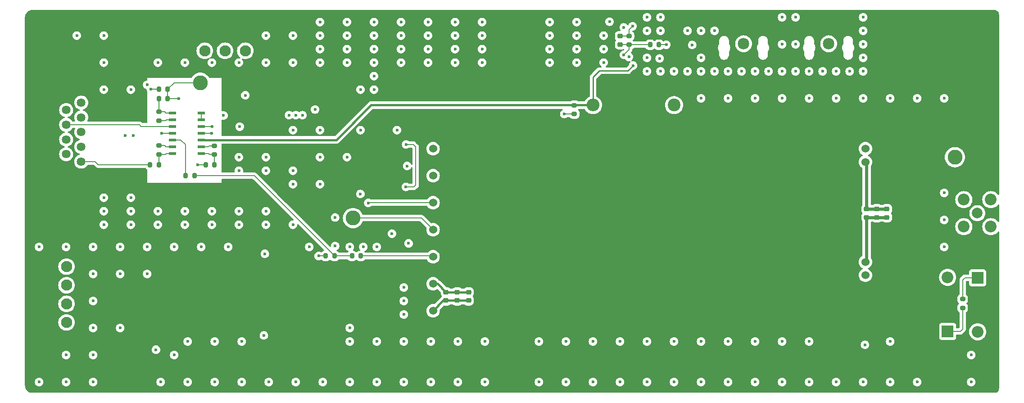
<source format=gbr>
%TF.GenerationSoftware,KiCad,Pcbnew,8.0.6*%
%TF.CreationDate,2024-12-30T11:40:10-05:00*%
%TF.ProjectId,SiPM_HV_Board,5369504d-5f48-4565-9f42-6f6172642e6b,rev?*%
%TF.SameCoordinates,Original*%
%TF.FileFunction,Copper,L6,Bot*%
%TF.FilePolarity,Positive*%
%FSLAX46Y46*%
G04 Gerber Fmt 4.6, Leading zero omitted, Abs format (unit mm)*
G04 Created by KiCad (PCBNEW 8.0.6) date 2024-12-30 11:40:10*
%MOMM*%
%LPD*%
G01*
G04 APERTURE LIST*
G04 Aperture macros list*
%AMRoundRect*
0 Rectangle with rounded corners*
0 $1 Rounding radius*
0 $2 $3 $4 $5 $6 $7 $8 $9 X,Y pos of 4 corners*
0 Add a 4 corners polygon primitive as box body*
4,1,4,$2,$3,$4,$5,$6,$7,$8,$9,$2,$3,0*
0 Add four circle primitives for the rounded corners*
1,1,$1+$1,$2,$3*
1,1,$1+$1,$4,$5*
1,1,$1+$1,$6,$7*
1,1,$1+$1,$8,$9*
0 Add four rect primitives between the rounded corners*
20,1,$1+$1,$2,$3,$4,$5,0*
20,1,$1+$1,$4,$5,$6,$7,0*
20,1,$1+$1,$6,$7,$8,$9,0*
20,1,$1+$1,$8,$9,$2,$3,0*%
G04 Aperture macros list end*
%TA.AperFunction,SMDPad,CuDef*%
%ADD10RoundRect,0.200000X0.200000X0.275000X-0.200000X0.275000X-0.200000X-0.275000X0.200000X-0.275000X0*%
%TD*%
%TA.AperFunction,ComponentPad*%
%ADD11C,2.006600*%
%TD*%
%TA.AperFunction,ComponentPad*%
%ADD12C,2.209800*%
%TD*%
%TA.AperFunction,ComponentPad*%
%ADD13C,6.400000*%
%TD*%
%TA.AperFunction,ComponentPad*%
%ADD14R,2.200000X2.200000*%
%TD*%
%TA.AperFunction,ComponentPad*%
%ADD15O,2.200000X2.200000*%
%TD*%
%TA.AperFunction,ComponentPad*%
%ADD16C,2.800000*%
%TD*%
%TA.AperFunction,ComponentPad*%
%ADD17C,2.159000*%
%TD*%
%TA.AperFunction,ComponentPad*%
%ADD18C,1.524000*%
%TD*%
%TA.AperFunction,ComponentPad*%
%ADD19C,2.100000*%
%TD*%
%TA.AperFunction,ComponentPad*%
%ADD20C,1.635000*%
%TD*%
%TA.AperFunction,ComponentPad*%
%ADD21C,4.216000*%
%TD*%
%TA.AperFunction,ComponentPad*%
%ADD22C,2.400000*%
%TD*%
%TA.AperFunction,ComponentPad*%
%ADD23O,2.400000X2.400000*%
%TD*%
%TA.AperFunction,SMDPad,CuDef*%
%ADD24RoundRect,0.225000X0.250000X-0.225000X0.250000X0.225000X-0.250000X0.225000X-0.250000X-0.225000X0*%
%TD*%
%TA.AperFunction,SMDPad,CuDef*%
%ADD25RoundRect,0.225000X-0.250000X0.225000X-0.250000X-0.225000X0.250000X-0.225000X0.250000X0.225000X0*%
%TD*%
%TA.AperFunction,SMDPad,CuDef*%
%ADD26R,1.460500X0.533400*%
%TD*%
%TA.AperFunction,SMDPad,CuDef*%
%ADD27RoundRect,0.200000X0.275000X-0.200000X0.275000X0.200000X-0.275000X0.200000X-0.275000X-0.200000X0*%
%TD*%
%TA.AperFunction,SMDPad,CuDef*%
%ADD28RoundRect,0.200000X-0.200000X-0.275000X0.200000X-0.275000X0.200000X0.275000X-0.200000X0.275000X0*%
%TD*%
%TA.AperFunction,SMDPad,CuDef*%
%ADD29RoundRect,0.200000X-0.275000X0.200000X-0.275000X-0.200000X0.275000X-0.200000X0.275000X0.200000X0*%
%TD*%
%TA.AperFunction,ViaPad*%
%ADD30C,0.600000*%
%TD*%
%TA.AperFunction,Conductor*%
%ADD31C,0.200000*%
%TD*%
%TA.AperFunction,Conductor*%
%ADD32C,0.400000*%
%TD*%
%TA.AperFunction,Conductor*%
%ADD33C,0.600000*%
%TD*%
%TA.AperFunction,Conductor*%
%ADD34C,0.250000*%
%TD*%
G04 APERTURE END LIST*
D10*
%TO.P,R28,1*%
%TO.N,/SiPM_HV_Block/Curr_Mon*%
X119434999Y-107480001D03*
%TO.P,R28,2*%
%TO.N,Net-(R12-Pad1)*%
X117785001Y-107479999D03*
%TD*%
D11*
%TO.P,P_Out1,1,SIGNAL*%
%TO.N,/SiPM_HV_Block/SiPM_HV_OUT*%
X235363000Y-99430000D03*
D12*
%TO.P,P_Out1,2,GND*%
%TO.N,/SiPM_HV_Block/SiPM_HV_RTN*%
X237903000Y-96890000D03*
%TO.P,P_Out1,3,GND*%
X232823000Y-96890000D03*
%TO.P,P_Out1,4,GND*%
X232823000Y-101970000D03*
%TO.P,P_Out1,5,GND*%
X237903000Y-101970000D03*
%TD*%
D13*
%TO.P,H4,1,1*%
%TO.N,CHASSIS*%
X228320000Y-127580000D03*
%TD*%
D14*
%TO.P,D1,1,K*%
%TO.N,/SEC_PWR_RTN*%
X229775000Y-121655000D03*
D15*
%TO.P,D1,2,A*%
%TO.N,/SiPM_HV_Block/SiPM_HV_RTN*%
X229775000Y-111495000D03*
%TD*%
D16*
%TO.P,V_{SET}1,1,1*%
%TO.N,/SiPM_HV_Block/REM_ADJ*%
X89250000Y-74900000D03*
%TD*%
D13*
%TO.P,H3,1,1*%
%TO.N,CHASSIS*%
X148320000Y-127580000D03*
%TD*%
%TO.P,H2,1,1*%
%TO.N,CHASSIS*%
X76320000Y-127580000D03*
%TD*%
D16*
%TO.P,V_{OUT_RTN}1,1,1*%
%TO.N,/SiPM_HV_Block/SiPM_HV_RTN*%
X231140000Y-88900000D03*
%TD*%
D17*
%TO.P,P2,1,1*%
%TO.N,Net-(M3-Pad3)*%
X191410000Y-67580000D03*
%TD*%
D18*
%TO.P,U1,1,PWR_IN_RTN*%
%TO.N,/SiPM_HV_Block/V_RTN*%
X133020000Y-117780000D03*
%TO.P,U1,2,PWR_IN*%
%TO.N,/SiPM_HV_Block/V_POS*%
X133020000Y-112700000D03*
%TO.P,U1,3,I_OUT_MON*%
%TO.N,/SiPM_HV_Block/Curr_Mon*%
X133020000Y-107620000D03*
%TO.P,U1,4,ENABLE*%
%TO.N,/SiPM_HV_Block/Enable*%
X133020000Y-102540000D03*
%TO.P,U1,5,SIG_GND*%
%TO.N,/SEC_PWR_TELEM_RTN*%
X133020000Y-97460000D03*
%TO.P,U1,6,REM_ADJ*%
%TO.N,/SiPM_HV_Block/REM_ADJ*%
X133020000Y-92380000D03*
%TO.P,U1,7,5V_REF*%
%TO.N,unconnected-(U1-5V_REF-Pad7)*%
X133020000Y-87300000D03*
%TO.P,U1,8,HV_RTN*%
%TO.N,/SiPM_HV_Block/SiPM_HV_RTN*%
X214320000Y-87300000D03*
%TO.P,U1,9,HV_RTN*%
X214320000Y-89800000D03*
%TO.P,U1,10,HV_OUT*%
%TO.N,/SiPM_HV_Block/SiPM_HV_OUT*%
X214320000Y-108600000D03*
%TO.P,U1,11,HV_OUT*%
X214320000Y-111100000D03*
%TD*%
D19*
%TO.P,J2,1*%
%TO.N,/SEC_PWR_RTN*%
X64110000Y-109480000D03*
%TO.P,J2,2*%
%TO.N,/SEC_PWR_IN*%
X64110000Y-112980000D03*
%TO.P,J2,3*%
%TO.N,/SEC_PWR_RTN*%
X64110000Y-116480000D03*
%TO.P,J2,4*%
%TO.N,/SEC_PWR_IN*%
X64110000Y-119980000D03*
%TD*%
D16*
%TO.P,V_{EN}1,1,1*%
%TO.N,/SiPM_HV_Block/Enable*%
X117980000Y-100350000D03*
%TD*%
D13*
%TO.P,H6,1,1*%
%TO.N,CHASSIS*%
X228320000Y-67580000D03*
%TD*%
%TO.P,H1,1,1*%
%TO.N,CHASSIS*%
X76320000Y-67580000D03*
%TD*%
D20*
%TO.P,J3,1*%
%TO.N,/HV_CURR_MON*%
X66880000Y-89730000D03*
%TO.P,J3,2*%
%TO.N,/HV_Enable+*%
X66880000Y-86960000D03*
%TO.P,J3,3*%
%TO.N,unconnected-(J3-Pad3)*%
X66880000Y-84190000D03*
%TO.P,J3,4*%
%TO.N,/SEC_PWR_TELEM_RTN*%
X66880000Y-81420000D03*
%TO.P,J3,5*%
X66880000Y-78650000D03*
%TO.P,J3,6*%
X64040000Y-88345000D03*
%TO.P,J3,7*%
%TO.N,/HV_Enable-*%
X64040000Y-85575000D03*
%TO.P,J3,8*%
%TO.N,/SET_HV*%
X64040000Y-82805000D03*
%TO.P,J3,9*%
%TO.N,/HV_VOLT_MON*%
X64040000Y-80035000D03*
D21*
%TO.P,J3,S1*%
%TO.N,CHASSIS*%
X65460000Y-71690000D03*
%TO.P,J3,S2*%
X65460000Y-96690000D03*
%TD*%
D17*
%TO.P,P1,1,1*%
%TO.N,Net-(P1-Pad1)*%
X207410000Y-67580000D03*
%TD*%
D13*
%TO.P,H5,1,1*%
%TO.N,CHASSIS*%
X148320000Y-67580000D03*
%TD*%
D22*
%TO.P,R20,1*%
%TO.N,/SiPM_HV_Block/SiPM_HV_OUT*%
X178340000Y-79110000D03*
D23*
%TO.P,R20,2*%
%TO.N,Net-(U2B-+INB)*%
X163100000Y-79110000D03*
%TD*%
D19*
%TO.P,J1,1*%
%TO.N,/SEC_PWR_TELEM_RTN*%
X97720400Y-68895600D03*
%TO.P,J1,2*%
%TO.N,/SEC_PWR_TELEM*%
X93910400Y-68895600D03*
%TO.P,J1,3*%
%TO.N,/SEC_PWR_TELEM_RTN*%
X90100400Y-68895600D03*
%TD*%
D14*
%TO.P,D2,1,K*%
%TO.N,/SiPM_HV_Block/SiPM_HV_RTN*%
X235430000Y-111570000D03*
D15*
%TO.P,D2,2,A*%
%TO.N,/SEC_PWR_RTN*%
X235430000Y-121730000D03*
%TD*%
D10*
%TO.P,R19,1*%
%TO.N,Net-(U2B-B_OUT)*%
X91905000Y-90350000D03*
%TO.P,R19,2*%
%TO.N,/HV_VOLT_MON*%
X90255000Y-90350000D03*
%TD*%
D24*
%TO.P,C9,1*%
%TO.N,/SiPM_HV_Block/SiPM_HV_OUT*%
X218345000Y-100205000D03*
%TO.P,C9,2*%
%TO.N,/SiPM_HV_Block/SiPM_HV_RTN*%
X218345000Y-98655000D03*
%TD*%
%TO.P,C7,1*%
%TO.N,/SiPM_HV_Block/SiPM_HV_OUT*%
X214535000Y-100205000D03*
%TO.P,C7,2*%
%TO.N,/SiPM_HV_Block/SiPM_HV_RTN*%
X214535000Y-98655000D03*
%TD*%
D25*
%TO.P,C6,1*%
%TO.N,/SiPM_HV_Block/V_POS*%
X135460000Y-114300000D03*
%TO.P,C6,2*%
%TO.N,/SiPM_HV_Block/V_RTN*%
X135460000Y-115850000D03*
%TD*%
D26*
%TO.P,U2,1,A_Out*%
%TO.N,Net-(U2A--INA)*%
X89474150Y-80560000D03*
%TO.P,U2,2,-INA*%
X89474150Y-81830000D03*
%TO.P,U2,3,+INA*%
%TO.N,/SEC_PWR_TELEM_RTN*%
X89474150Y-83100000D03*
%TO.P,U2,4,VCC*%
%TO.N,/V3p3*%
X89474150Y-84370000D03*
%TO.P,U2,5,+INB*%
%TO.N,Net-(U2B-+INB)*%
X89474150Y-85640000D03*
%TO.P,U2,6,-INB*%
%TO.N,Net-(U2B--INB)*%
X89474150Y-86910000D03*
%TO.P,U2,7,B_OUT*%
%TO.N,Net-(U2B-B_OUT)*%
X89474150Y-88180000D03*
%TO.P,U2,8,C_OUT*%
%TO.N,Net-(U2C-C_OUT)*%
X84025850Y-88180000D03*
%TO.P,U2,9,-INC*%
%TO.N,Net-(U2C--INC)*%
X84025850Y-86910000D03*
%TO.P,U2,10,+INC*%
%TO.N,Net-(U2C-+INC)*%
X84025850Y-85640000D03*
%TO.P,U2,11,VSS*%
%TO.N,/SEC_PWR_TELEM_RTN*%
X84025850Y-84370000D03*
%TO.P,U2,12,+IND*%
%TO.N,/SET_HV*%
X84025850Y-83100000D03*
%TO.P,U2,13,-IND*%
%TO.N,Net-(U2D--IND)*%
X84025850Y-81830000D03*
%TO.P,U2,14,D_OUT*%
%TO.N,Net-(U2D-D_OUT)*%
X84025850Y-80560000D03*
%TD*%
D27*
%TO.P,R9,1*%
%TO.N,Net-(U2D--IND)*%
X81481100Y-82035000D03*
%TO.P,R9,2*%
%TO.N,Net-(U2D-D_OUT)*%
X81481100Y-80385000D03*
%TD*%
D24*
%TO.P,C8,1*%
%TO.N,/SiPM_HV_Block/SiPM_HV_OUT*%
X216440000Y-100205000D03*
%TO.P,C8,2*%
%TO.N,/SiPM_HV_Block/SiPM_HV_RTN*%
X216440000Y-98655000D03*
%TD*%
D28*
%TO.P,R8,1*%
%TO.N,Net-(U2D-D_OUT)*%
X81486100Y-77890000D03*
%TO.P,R8,2*%
%TO.N,/SiPM_HV_Block/REM_ADJ*%
X83136100Y-77890000D03*
%TD*%
D27*
%TO.P,R27,1*%
%TO.N,/SEC_PWR_RTN*%
X232600000Y-117235000D03*
%TO.P,R27,2*%
%TO.N,/SiPM_HV_Block/SiPM_HV_RTN*%
X232600000Y-115585000D03*
%TD*%
D25*
%TO.P,C4,1*%
%TO.N,/SiPM_HV_Block/V_POS*%
X139700000Y-114300000D03*
%TO.P,C4,2*%
%TO.N,/SiPM_HV_Block/V_RTN*%
X139700000Y-115850000D03*
%TD*%
%TO.P,C5,1*%
%TO.N,/SiPM_HV_Block/V_POS*%
X137570000Y-114300000D03*
%TO.P,C5,2*%
%TO.N,/SiPM_HV_Block/V_RTN*%
X137570000Y-115850000D03*
%TD*%
D29*
%TO.P,R21,1*%
%TO.N,Net-(U2B-+INB)*%
X159590000Y-79125000D03*
%TO.P,R21,2*%
%TO.N,/SEC_PWR_RTN*%
X159590000Y-80775000D03*
%TD*%
D28*
%TO.P,R23,1*%
%TO.N,Net-(U5-OUT)*%
X173840000Y-67760000D03*
%TO.P,R23,2*%
%TO.N,Net-(M3-Pad1)*%
X175490000Y-67760000D03*
%TD*%
%TO.P,R13,2*%
%TO.N,Net-(R12-Pad1)*%
X114485000Y-107480000D03*
%TO.P,R13,1*%
%TO.N,/SEC_PWR_RTN*%
X112835000Y-107480000D03*
%TD*%
D10*
%TO.P,R15,1*%
%TO.N,Net-(U2C-C_OUT)*%
X81475000Y-90320000D03*
%TO.P,R15,2*%
%TO.N,/HV_CURR_MON*%
X79825000Y-90320000D03*
%TD*%
D29*
%TO.P,R14,1*%
%TO.N,Net-(U2C--INC)*%
X81481100Y-86735000D03*
%TO.P,R14,2*%
%TO.N,Net-(U2C-C_OUT)*%
X81481100Y-88385000D03*
%TD*%
D10*
%TO.P,R12,1*%
%TO.N,Net-(R12-Pad1)*%
X88145000Y-92400000D03*
%TO.P,R12,2*%
%TO.N,Net-(U2C-+INC)*%
X86495000Y-92400000D03*
%TD*%
D29*
%TO.P,R18,1*%
%TO.N,Net-(U2B--INB)*%
X91891100Y-86765000D03*
%TO.P,R18,2*%
%TO.N,Net-(U2B-B_OUT)*%
X91891100Y-88415000D03*
%TD*%
D25*
%TO.P,C17,1*%
%TO.N,Net-(U5--IN)*%
X168205000Y-66145000D03*
%TO.P,C17,2*%
%TO.N,Net-(U5-OUT)*%
X168205000Y-67695000D03*
%TD*%
D29*
%TO.P,R22,1*%
%TO.N,Net-(U5--IN)*%
X169885000Y-66105000D03*
%TO.P,R22,2*%
%TO.N,Net-(U5-OUT)*%
X169885000Y-67755000D03*
%TD*%
D28*
%TO.P,R10,1*%
%TO.N,/SEC_PWR_TELEM_RTN*%
X81486100Y-76100000D03*
%TO.P,R10,2*%
%TO.N,/SiPM_HV_Block/REM_ADJ*%
X83136100Y-76100000D03*
%TD*%
D30*
%TO.N,/SEC_PWR_RTN*%
X229140000Y-105780000D03*
X234220000Y-131180000D03*
X69120000Y-126100000D03*
X97060000Y-123560000D03*
X79280000Y-105780000D03*
X224060000Y-77840000D03*
X183420000Y-123560000D03*
X213900000Y-77840000D03*
X203740000Y-131180000D03*
X64040000Y-131180000D03*
X58960000Y-105780000D03*
X69120000Y-110860000D03*
X188500000Y-131180000D03*
X91980000Y-131180000D03*
X127540000Y-115940000D03*
X112300000Y-131180000D03*
X86900000Y-123560000D03*
X127540000Y-118480000D03*
X213900000Y-131180000D03*
X168180000Y-131180000D03*
X229140000Y-100700000D03*
X203740000Y-123560000D03*
X127540000Y-113400000D03*
X97060000Y-131180000D03*
X152940000Y-123560000D03*
X117380000Y-121020000D03*
X64040000Y-105780000D03*
X193580000Y-123560000D03*
X193580000Y-77840000D03*
X64040000Y-126100000D03*
X208820000Y-131180000D03*
X158020000Y-131180000D03*
X89440000Y-105780000D03*
X229140000Y-77840000D03*
X163100000Y-131180000D03*
X69120000Y-131180000D03*
X218980000Y-77840000D03*
X158020000Y-123560000D03*
X198660000Y-77840000D03*
X109760000Y-105780000D03*
X81820000Y-131180000D03*
X86900000Y-131180000D03*
X132620000Y-131180000D03*
X208820000Y-77840000D03*
X218980000Y-123560000D03*
X74200000Y-105780000D03*
X142780000Y-131180000D03*
X84360000Y-105780000D03*
X224060000Y-131180000D03*
X188500000Y-123560000D03*
X80930000Y-125110000D03*
X157690000Y-80770000D03*
X173260000Y-123560000D03*
X142780000Y-123560000D03*
X122460000Y-105780000D03*
X69120000Y-105780000D03*
X79280000Y-110860000D03*
X69120000Y-121020000D03*
X229140000Y-95620000D03*
X203740000Y-77840000D03*
X183420000Y-131180000D03*
X178340000Y-131180000D03*
X234220000Y-126100000D03*
X58960000Y-131180000D03*
X198660000Y-131180000D03*
X127540000Y-123560000D03*
X132620000Y-123560000D03*
X193580000Y-131180000D03*
X84360000Y-126100000D03*
X122460000Y-131180000D03*
X111520000Y-107480000D03*
X137700000Y-123560000D03*
X94520000Y-105780000D03*
X168180000Y-123560000D03*
X188500000Y-77840000D03*
X163100000Y-123560000D03*
X107220000Y-131180000D03*
X102140000Y-131180000D03*
X114610000Y-105600000D03*
X152940000Y-131180000D03*
X101400000Y-107080000D03*
X178340000Y-123560000D03*
X117380000Y-123560000D03*
X91980000Y-123560000D03*
X74200000Y-121020000D03*
X69120000Y-115940000D03*
X183420000Y-77840000D03*
X101220000Y-122410000D03*
X198660000Y-123560000D03*
X74200000Y-110860000D03*
X127540000Y-131180000D03*
X122460000Y-123560000D03*
X173260000Y-131180000D03*
X117380000Y-131180000D03*
X137700000Y-131180000D03*
X218980000Y-131180000D03*
%TO.N,/SiPM_HV_Block/V_POS*%
X126238000Y-83820000D03*
X125300000Y-103290000D03*
%TO.N,/SiPM_HV_Block/V_RTN*%
X128430000Y-105110000D03*
X128160000Y-90550000D03*
%TO.N,/SiPM_HV_Block/SiPM_HV_RTN*%
X214230000Y-124190000D03*
%TO.N,CHASSIS*%
X207853278Y-124184243D03*
X105370000Y-107100000D03*
X105270000Y-122420000D03*
%TO.N,/SEC_PWR_TELEM*%
X175625000Y-70340000D03*
X168885000Y-64500000D03*
%TO.N,/SEC_PWR_TELEM_RTN*%
X132080000Y-68580000D03*
X121920000Y-71120000D03*
X101600000Y-99060000D03*
X154940000Y-66040000D03*
X201200000Y-72760000D03*
X191040000Y-72760000D03*
X201200000Y-67680000D03*
X114610000Y-100240000D03*
X127000000Y-71120000D03*
X208820000Y-72760000D03*
X142240000Y-66040000D03*
X213900000Y-65140000D03*
X101600000Y-101600000D03*
X91440000Y-101600000D03*
X119380000Y-76200000D03*
X79970000Y-76100000D03*
X110835400Y-79935600D03*
X160020000Y-71120000D03*
X175800000Y-62600000D03*
X76200000Y-101600000D03*
X86360000Y-101600000D03*
X81280000Y-99060000D03*
X193580000Y-72760000D03*
X91500000Y-83100000D03*
X71120000Y-96520000D03*
X127000000Y-63500000D03*
X111760000Y-83820000D03*
X160020000Y-66040000D03*
X76200000Y-76200000D03*
X154940000Y-71120000D03*
X106680000Y-71120000D03*
X137160000Y-63500000D03*
X116840000Y-68580000D03*
X71120000Y-99060000D03*
X211360000Y-72760000D03*
X127000000Y-66040000D03*
X120840000Y-97500000D03*
X121920000Y-63500000D03*
X154940000Y-63500000D03*
X106680000Y-91440000D03*
X201200000Y-62600000D03*
X116840000Y-66040000D03*
X71120000Y-76200000D03*
X101600000Y-88900000D03*
X86360000Y-99060000D03*
X137160000Y-66040000D03*
X96520000Y-71120000D03*
X137160000Y-71120000D03*
X198660000Y-72760000D03*
X91440000Y-99060000D03*
X154940000Y-68580000D03*
X116840000Y-88900000D03*
X93620000Y-81060000D03*
X119380000Y-83820000D03*
X173260000Y-70220000D03*
X116840000Y-71120000D03*
X165100000Y-68580000D03*
X97720000Y-77260000D03*
X111760000Y-88900000D03*
X166205000Y-63420000D03*
X116840000Y-63500000D03*
X173260000Y-72760000D03*
X183420000Y-72760000D03*
X111760000Y-63500000D03*
X66040000Y-66040000D03*
X111760000Y-71120000D03*
X75165200Y-84799600D03*
X198660000Y-67680000D03*
X96520000Y-99060000D03*
X111760000Y-68580000D03*
X71120000Y-101600000D03*
X213900000Y-62600000D03*
X111760000Y-93980000D03*
X188500000Y-72760000D03*
X101600000Y-66040000D03*
X71120000Y-71120000D03*
X81280000Y-101600000D03*
X119361200Y-95823200D03*
X137160000Y-68580000D03*
X142240000Y-68580000D03*
X82000000Y-84370000D03*
X86360000Y-71120000D03*
X142240000Y-71120000D03*
X76200000Y-96520000D03*
X165100000Y-66040000D03*
X76200000Y-99060000D03*
X79280000Y-75300000D03*
X121920000Y-66040000D03*
X101600000Y-91440000D03*
X180880000Y-72760000D03*
X213900000Y-70220000D03*
X96520000Y-91440000D03*
X132080000Y-71120000D03*
X169845000Y-70040000D03*
X132080000Y-63500000D03*
X106680000Y-93980000D03*
X213900000Y-72760000D03*
X142240000Y-63500000D03*
X206280000Y-72760000D03*
X196120000Y-72760000D03*
X165100000Y-71120000D03*
X127000000Y-68580000D03*
X173260000Y-62600000D03*
X203740000Y-72760000D03*
X181750000Y-67807000D03*
X96520000Y-101600000D03*
X106680000Y-66040000D03*
X96670000Y-83160000D03*
X132080000Y-66040000D03*
X198660000Y-62600000D03*
X180880000Y-65140000D03*
X160020000Y-68580000D03*
X213900000Y-67680000D03*
X160020000Y-63500000D03*
X175800000Y-72760000D03*
X91440000Y-71120000D03*
X106680000Y-83820000D03*
X121920000Y-73660000D03*
X183420000Y-70220000D03*
X121920000Y-68580000D03*
X71120000Y-66040000D03*
X173260000Y-65140000D03*
X175800000Y-65140000D03*
X106680000Y-101600000D03*
X111760000Y-66040000D03*
X183420000Y-65140000D03*
X121920000Y-76200000D03*
X178340000Y-72760000D03*
X96520000Y-88900000D03*
X185960000Y-65140000D03*
X81280000Y-71120000D03*
X185960000Y-72760000D03*
X101600000Y-71120000D03*
%TO.N,/HV_VOLT_MON*%
X88790000Y-90350000D03*
%TO.N,Net-(M2-Pad1)*%
X127965200Y-86512400D03*
X127914400Y-94488000D03*
%TO.N,Net-(M3-Pad1)*%
X176875000Y-67760000D03*
%TO.N,/SiPM_HV_Block/REM_ADJ*%
X85243644Y-77896215D03*
%TO.N,Net-(U2B-+INB)*%
X170635000Y-71670000D03*
%TO.N,/V3p3*%
X108490000Y-81015000D03*
X91431100Y-84390000D03*
X105950000Y-81015000D03*
X76689200Y-84799600D03*
X107220000Y-81015000D03*
%TO.N,Net-(U5-OUT)*%
X168905000Y-69650000D03*
%TO.N,Net-(U5--IN)*%
X170535000Y-64290000D03*
%TO.N,/SEC_PWR_RTN*%
X119920000Y-105780000D03*
X117380000Y-105780000D03*
%TD*%
D31*
%TO.N,Net-(R12-Pad1)*%
X114485000Y-107455000D02*
X99430000Y-92400000D01*
X114485000Y-107480000D02*
X114485000Y-107455000D01*
%TO.N,/SiPM_HV_Block/Curr_Mon*%
X132880001Y-107480001D02*
X133020000Y-107620000D01*
X119434999Y-107480001D02*
X132880001Y-107480001D01*
%TO.N,Net-(R12-Pad1)*%
X117785000Y-107480000D02*
X117785001Y-107479999D01*
X114485000Y-107480000D02*
X117785000Y-107480000D01*
%TO.N,/SEC_PWR_RTN*%
X159590000Y-80775000D02*
X157695000Y-80775000D01*
X157695000Y-80775000D02*
X157690000Y-80770000D01*
X112835000Y-107480000D02*
X111520000Y-107480000D01*
X232165000Y-121655000D02*
X229775000Y-121655000D01*
X232600000Y-121220000D02*
X232165000Y-121655000D01*
X232600000Y-117235000D02*
X232600000Y-121220000D01*
D32*
%TO.N,/SiPM_HV_Block/V_POS*%
X133860000Y-112700000D02*
X135460000Y-114300000D01*
X135460000Y-114300000D02*
X139700000Y-114300000D01*
X133020000Y-112700000D02*
X133860000Y-112700000D01*
%TO.N,/SiPM_HV_Block/V_RTN*%
X135460000Y-115850000D02*
X139700000Y-115850000D01*
X134950000Y-115850000D02*
X135460000Y-115850000D01*
X133020000Y-117780000D02*
X134950000Y-115850000D01*
D31*
%TO.N,/SiPM_HV_Block/SiPM_HV_OUT*%
X214535000Y-108385000D02*
X214320000Y-108600000D01*
D33*
X214535000Y-100205000D02*
X214535000Y-108385000D01*
X214535000Y-100205000D02*
X218345000Y-100205000D01*
%TO.N,/SiPM_HV_Block/SiPM_HV_RTN*%
X214535000Y-98655000D02*
X218345000Y-98655000D01*
D31*
X214535000Y-90015000D02*
X214320000Y-89800000D01*
X232600000Y-115585000D02*
X232600000Y-111970000D01*
X232600000Y-111970000D02*
X233000000Y-111570000D01*
X233000000Y-111570000D02*
X235430000Y-111570000D01*
D33*
X214535000Y-98655000D02*
X214535000Y-90015000D01*
D31*
%TO.N,/SEC_PWR_TELEM_RTN*%
X89474150Y-83100000D02*
X91500000Y-83100000D01*
X120880000Y-97460000D02*
X120840000Y-97500000D01*
X84025850Y-84370000D02*
X82000000Y-84370000D01*
X133020000Y-97460000D02*
X120880000Y-97460000D01*
X81486100Y-76100000D02*
X79970000Y-76100000D01*
%TO.N,/SET_HV*%
X78110000Y-83100000D02*
X84025850Y-83100000D01*
X64040000Y-82805000D02*
X77815000Y-82805000D01*
X77815000Y-82805000D02*
X78110000Y-83100000D01*
%TO.N,/HV_CURR_MON*%
X69500000Y-89730000D02*
X66880000Y-89730000D01*
X70090000Y-90320000D02*
X69500000Y-89730000D01*
X79825000Y-90320000D02*
X70090000Y-90320000D01*
%TO.N,/HV_VOLT_MON*%
X90255000Y-90350000D02*
X88790000Y-90350000D01*
%TO.N,Net-(M2-Pad1)*%
X129387600Y-94488000D02*
X127914400Y-94488000D01*
X129743200Y-94132400D02*
X129387600Y-94488000D01*
X129743200Y-86969600D02*
X129743200Y-94132400D01*
X127965200Y-86512400D02*
X129286000Y-86512400D01*
X129286000Y-86512400D02*
X129743200Y-86969600D01*
%TO.N,/SiPM_HV_Block/Enable*%
X133020000Y-102540000D02*
X130830000Y-100350000D01*
X130830000Y-100350000D02*
X117980000Y-100350000D01*
%TO.N,Net-(M3-Pad1)*%
X176675000Y-67760000D02*
X176875000Y-67760000D01*
X175490000Y-67760000D02*
X176675000Y-67760000D01*
%TO.N,Net-(U2D-D_OUT)*%
X81481100Y-80290000D02*
X81486100Y-80285000D01*
X84025850Y-80560000D02*
X82761100Y-80560000D01*
X81481100Y-80385000D02*
X81481100Y-80290000D01*
X81486100Y-80285000D02*
X81486100Y-77890000D01*
X82586100Y-80385000D02*
X81481100Y-80385000D01*
X82761100Y-80560000D02*
X82586100Y-80385000D01*
%TO.N,/SiPM_HV_Block/REM_ADJ*%
X84336100Y-74900000D02*
X89250000Y-74900000D01*
X83136100Y-77890000D02*
X85220000Y-77890000D01*
X83136100Y-76100000D02*
X84336100Y-74900000D01*
X85220000Y-77890000D02*
X85230000Y-77900000D01*
X83136100Y-77890000D02*
X83136100Y-76100000D01*
%TO.N,Net-(U2A--INA)*%
X89474150Y-81830000D02*
X89474150Y-80560000D01*
D32*
%TO.N,Net-(U2B-+INB)*%
X89474150Y-85640000D02*
X97955000Y-85640000D01*
D34*
X164310000Y-72640000D02*
X169665000Y-72640000D01*
D32*
X114845000Y-85645000D02*
X121380000Y-79110000D01*
D34*
X163100000Y-73850000D02*
X164310000Y-72640000D01*
X169665000Y-72640000D02*
X170635000Y-71670000D01*
D32*
X97960000Y-85645000D02*
X114845000Y-85645000D01*
X121380000Y-79110000D02*
X163100000Y-79110000D01*
D34*
X163100000Y-79110000D02*
X163100000Y-73850000D01*
D31*
X97955000Y-85640000D02*
X97960000Y-85645000D01*
%TO.N,Net-(R12-Pad1)*%
X99430000Y-92400000D02*
X88145000Y-92400000D01*
%TO.N,Net-(U2B--INB)*%
X90751100Y-86910000D02*
X90896100Y-86765000D01*
X89474150Y-86910000D02*
X90751100Y-86910000D01*
X90896100Y-86765000D02*
X91891100Y-86765000D01*
%TO.N,Net-(U2B-B_OUT)*%
X91891100Y-90336100D02*
X91905000Y-90350000D01*
X89474150Y-88180000D02*
X90791100Y-88180000D01*
X90791100Y-88180000D02*
X91026100Y-88415000D01*
X91891100Y-88415000D02*
X91891100Y-90336100D01*
X91026100Y-88415000D02*
X91891100Y-88415000D01*
%TO.N,Net-(U2C--INC)*%
X82731100Y-86910000D02*
X82556100Y-86735000D01*
X84025850Y-86910000D02*
X82731100Y-86910000D01*
X82556100Y-86735000D02*
X81481100Y-86735000D01*
%TO.N,Net-(U2C-C_OUT)*%
X82921100Y-88180000D02*
X82716100Y-88385000D01*
X84025850Y-88180000D02*
X82921100Y-88180000D01*
X81475000Y-88391100D02*
X81481100Y-88385000D01*
X81475000Y-90320000D02*
X81475000Y-88391100D01*
X82716100Y-88385000D02*
X81481100Y-88385000D01*
%TO.N,Net-(U2C-+INC)*%
X84025850Y-85640000D02*
X85590000Y-85640000D01*
X86505000Y-92410000D02*
X86495000Y-92400000D01*
X85590000Y-85640000D02*
X86495000Y-86545000D01*
X86495000Y-86545000D02*
X86495000Y-92400000D01*
%TO.N,Net-(U2D--IND)*%
X82686100Y-82035000D02*
X81481100Y-82035000D01*
X84025850Y-81830000D02*
X82891100Y-81830000D01*
X82891100Y-81830000D02*
X82686100Y-82035000D01*
%TO.N,/V3p3*%
X89474150Y-84370000D02*
X91411100Y-84370000D01*
X91411100Y-84370000D02*
X91431100Y-84390000D01*
%TO.N,Net-(U5-OUT)*%
X169825000Y-67695000D02*
X169885000Y-67755000D01*
X169885000Y-68670000D02*
X168905000Y-69650000D01*
X168205000Y-67695000D02*
X169825000Y-67695000D01*
X173835000Y-67755000D02*
X173840000Y-67760000D01*
X169885000Y-67755000D02*
X173835000Y-67755000D01*
X169885000Y-67755000D02*
X169885000Y-68670000D01*
%TO.N,Net-(U5--IN)*%
X169885000Y-64940000D02*
X170535000Y-64290000D01*
X169845000Y-66145000D02*
X169885000Y-66105000D01*
X169885000Y-66105000D02*
X169885000Y-64940000D01*
X168205000Y-66145000D02*
X169845000Y-66145000D01*
%TD*%
%TA.AperFunction,Conductor*%
%TO.N,CHASSIS*%
G36*
X238648225Y-61205564D02*
G01*
X238777797Y-61222443D01*
X238800243Y-61227522D01*
X238923593Y-61267784D01*
X238944709Y-61276924D01*
X238964686Y-61287876D01*
X239058473Y-61339292D01*
X239077544Y-61352183D01*
X239177818Y-61434510D01*
X239194176Y-61450706D01*
X239277494Y-61550149D01*
X239290579Y-61569095D01*
X239354075Y-61682227D01*
X239363432Y-61703267D01*
X239404915Y-61826190D01*
X239410220Y-61848598D01*
X239429065Y-61982812D01*
X239430136Y-61994287D01*
X239433141Y-62058846D01*
X239434500Y-62074113D01*
X239434500Y-95876965D01*
X239414815Y-95944004D01*
X239362011Y-95989759D01*
X239292853Y-95999703D01*
X239229297Y-95970678D01*
X239209221Y-95947005D01*
X239208680Y-95947399D01*
X239205814Y-95943455D01*
X239205813Y-95943454D01*
X239205812Y-95943452D01*
X239041699Y-95751301D01*
X238849548Y-95587188D01*
X238849546Y-95587186D01*
X238849544Y-95587185D01*
X238849542Y-95587184D01*
X238634090Y-95455154D01*
X238400630Y-95358452D01*
X238154912Y-95299461D01*
X238154913Y-95299461D01*
X237903000Y-95279636D01*
X237651087Y-95299461D01*
X237405369Y-95358452D01*
X237171909Y-95455154D01*
X236956457Y-95587184D01*
X236956455Y-95587185D01*
X236764301Y-95751301D01*
X236600185Y-95943455D01*
X236600184Y-95943457D01*
X236468154Y-96158909D01*
X236371452Y-96392369D01*
X236312461Y-96638087D01*
X236292636Y-96890000D01*
X236312461Y-97141912D01*
X236371452Y-97387630D01*
X236468154Y-97621090D01*
X236600184Y-97836542D01*
X236600185Y-97836544D01*
X236600186Y-97836546D01*
X236600188Y-97836548D01*
X236764301Y-98028699D01*
X236956452Y-98192812D01*
X236956454Y-98192813D01*
X236956455Y-98192814D01*
X236956457Y-98192815D01*
X237171909Y-98324845D01*
X237405369Y-98421547D01*
X237444032Y-98430829D01*
X237651084Y-98480538D01*
X237903000Y-98500364D01*
X238154916Y-98480538D01*
X238400630Y-98421547D01*
X238634090Y-98324845D01*
X238849548Y-98192812D01*
X239041699Y-98028699D01*
X239205812Y-97836548D01*
X239205816Y-97836540D01*
X239208680Y-97832601D01*
X239209974Y-97833541D01*
X239256576Y-97791373D01*
X239325505Y-97779945D01*
X239389669Y-97807597D01*
X239428699Y-97865550D01*
X239434500Y-97903034D01*
X239434500Y-100956965D01*
X239414815Y-101024004D01*
X239362011Y-101069759D01*
X239292853Y-101079703D01*
X239229297Y-101050678D01*
X239209221Y-101027005D01*
X239208680Y-101027399D01*
X239205814Y-101023455D01*
X239205813Y-101023454D01*
X239205812Y-101023452D01*
X239041699Y-100831301D01*
X238849548Y-100667188D01*
X238849546Y-100667186D01*
X238849544Y-100667185D01*
X238849542Y-100667184D01*
X238634090Y-100535154D01*
X238400630Y-100438452D01*
X238154912Y-100379461D01*
X238154913Y-100379461D01*
X237903000Y-100359636D01*
X237651087Y-100379461D01*
X237405369Y-100438452D01*
X237171909Y-100535154D01*
X236956457Y-100667184D01*
X236956455Y-100667185D01*
X236764301Y-100831301D01*
X236600185Y-101023455D01*
X236600184Y-101023457D01*
X236468154Y-101238909D01*
X236371452Y-101472369D01*
X236312461Y-101718087D01*
X236292636Y-101970000D01*
X236312461Y-102221912D01*
X236371452Y-102467630D01*
X236468154Y-102701090D01*
X236600184Y-102916542D01*
X236600185Y-102916544D01*
X236600186Y-102916546D01*
X236600188Y-102916548D01*
X236764301Y-103108699D01*
X236956452Y-103272812D01*
X236956454Y-103272813D01*
X236956455Y-103272814D01*
X236956457Y-103272815D01*
X237171909Y-103404845D01*
X237405369Y-103501547D01*
X237444032Y-103510829D01*
X237651084Y-103560538D01*
X237903000Y-103580364D01*
X238154916Y-103560538D01*
X238400630Y-103501547D01*
X238634090Y-103404845D01*
X238849548Y-103272812D01*
X239041699Y-103108699D01*
X239205812Y-102916548D01*
X239205816Y-102916540D01*
X239208680Y-102912601D01*
X239209974Y-102913541D01*
X239256576Y-102871373D01*
X239325505Y-102859945D01*
X239389669Y-102887597D01*
X239428699Y-102945550D01*
X239434500Y-102983034D01*
X239434500Y-132437889D01*
X239433766Y-132451362D01*
X239419417Y-132582642D01*
X239414463Y-132606293D01*
X239376449Y-132727442D01*
X239367004Y-132749682D01*
X239306216Y-132861160D01*
X239292636Y-132881146D01*
X239211385Y-132978715D01*
X239194186Y-132995688D01*
X239095555Y-133075647D01*
X239075393Y-133088963D01*
X238963121Y-133148280D01*
X238940757Y-133157432D01*
X238819125Y-133193844D01*
X238795411Y-133198486D01*
X238662959Y-133211200D01*
X238650879Y-133211767D01*
X238584271Y-133211642D01*
X238582108Y-133211781D01*
X57694880Y-133219499D01*
X57685146Y-133219117D01*
X57480015Y-133202973D01*
X57460797Y-133199929D01*
X57265475Y-133153037D01*
X57246969Y-133147024D01*
X57061384Y-133070152D01*
X57044047Y-133061318D01*
X56872778Y-132956363D01*
X56857037Y-132944926D01*
X56704290Y-132814468D01*
X56690531Y-132800709D01*
X56560073Y-132647962D01*
X56548636Y-132632221D01*
X56443681Y-132460952D01*
X56434847Y-132443615D01*
X56412538Y-132389757D01*
X56357973Y-132258024D01*
X56351964Y-132239531D01*
X56305069Y-132044197D01*
X56302026Y-132024984D01*
X56285882Y-131819853D01*
X56285500Y-131810124D01*
X56285500Y-131179996D01*
X58154435Y-131179996D01*
X58154435Y-131180003D01*
X58174630Y-131359249D01*
X58174631Y-131359254D01*
X58234211Y-131529523D01*
X58330184Y-131682262D01*
X58457738Y-131809816D01*
X58610478Y-131905789D01*
X58766850Y-131960506D01*
X58780745Y-131965368D01*
X58780750Y-131965369D01*
X58959996Y-131985565D01*
X58960000Y-131985565D01*
X58960004Y-131985565D01*
X59139249Y-131965369D01*
X59139252Y-131965368D01*
X59139255Y-131965368D01*
X59309522Y-131905789D01*
X59462262Y-131809816D01*
X59589816Y-131682262D01*
X59685789Y-131529522D01*
X59745368Y-131359255D01*
X59765565Y-131180000D01*
X59765565Y-131179996D01*
X63234435Y-131179996D01*
X63234435Y-131180003D01*
X63254630Y-131359249D01*
X63254631Y-131359254D01*
X63314211Y-131529523D01*
X63410184Y-131682262D01*
X63537738Y-131809816D01*
X63690478Y-131905789D01*
X63846850Y-131960506D01*
X63860745Y-131965368D01*
X63860750Y-131965369D01*
X64039996Y-131985565D01*
X64040000Y-131985565D01*
X64040004Y-131985565D01*
X64219249Y-131965369D01*
X64219252Y-131965368D01*
X64219255Y-131965368D01*
X64389522Y-131905789D01*
X64542262Y-131809816D01*
X64669816Y-131682262D01*
X64765789Y-131529522D01*
X64825368Y-131359255D01*
X64845565Y-131180000D01*
X64845565Y-131179996D01*
X68314435Y-131179996D01*
X68314435Y-131180003D01*
X68334630Y-131359249D01*
X68334631Y-131359254D01*
X68394211Y-131529523D01*
X68490184Y-131682262D01*
X68617738Y-131809816D01*
X68770478Y-131905789D01*
X68926850Y-131960506D01*
X68940745Y-131965368D01*
X68940750Y-131965369D01*
X69119996Y-131985565D01*
X69120000Y-131985565D01*
X69120004Y-131985565D01*
X69299249Y-131965369D01*
X69299252Y-131965368D01*
X69299255Y-131965368D01*
X69469522Y-131905789D01*
X69622262Y-131809816D01*
X69749816Y-131682262D01*
X69845789Y-131529522D01*
X69905368Y-131359255D01*
X69925565Y-131180000D01*
X69925565Y-131179996D01*
X81014435Y-131179996D01*
X81014435Y-131180003D01*
X81034630Y-131359249D01*
X81034631Y-131359254D01*
X81094211Y-131529523D01*
X81190184Y-131682262D01*
X81317738Y-131809816D01*
X81470478Y-131905789D01*
X81626850Y-131960506D01*
X81640745Y-131965368D01*
X81640750Y-131965369D01*
X81819996Y-131985565D01*
X81820000Y-131985565D01*
X81820004Y-131985565D01*
X81999249Y-131965369D01*
X81999252Y-131965368D01*
X81999255Y-131965368D01*
X82169522Y-131905789D01*
X82322262Y-131809816D01*
X82449816Y-131682262D01*
X82545789Y-131529522D01*
X82605368Y-131359255D01*
X82625565Y-131180000D01*
X82625565Y-131179996D01*
X86094435Y-131179996D01*
X86094435Y-131180003D01*
X86114630Y-131359249D01*
X86114631Y-131359254D01*
X86174211Y-131529523D01*
X86270184Y-131682262D01*
X86397738Y-131809816D01*
X86550478Y-131905789D01*
X86706850Y-131960506D01*
X86720745Y-131965368D01*
X86720750Y-131965369D01*
X86899996Y-131985565D01*
X86900000Y-131985565D01*
X86900004Y-131985565D01*
X87079249Y-131965369D01*
X87079252Y-131965368D01*
X87079255Y-131965368D01*
X87249522Y-131905789D01*
X87402262Y-131809816D01*
X87529816Y-131682262D01*
X87625789Y-131529522D01*
X87685368Y-131359255D01*
X87705565Y-131180000D01*
X87705565Y-131179996D01*
X91174435Y-131179996D01*
X91174435Y-131180003D01*
X91194630Y-131359249D01*
X91194631Y-131359254D01*
X91254211Y-131529523D01*
X91350184Y-131682262D01*
X91477738Y-131809816D01*
X91630478Y-131905789D01*
X91786850Y-131960506D01*
X91800745Y-131965368D01*
X91800750Y-131965369D01*
X91979996Y-131985565D01*
X91980000Y-131985565D01*
X91980004Y-131985565D01*
X92159249Y-131965369D01*
X92159252Y-131965368D01*
X92159255Y-131965368D01*
X92329522Y-131905789D01*
X92482262Y-131809816D01*
X92609816Y-131682262D01*
X92705789Y-131529522D01*
X92765368Y-131359255D01*
X92785565Y-131180000D01*
X92785565Y-131179996D01*
X96254435Y-131179996D01*
X96254435Y-131180003D01*
X96274630Y-131359249D01*
X96274631Y-131359254D01*
X96334211Y-131529523D01*
X96430184Y-131682262D01*
X96557738Y-131809816D01*
X96710478Y-131905789D01*
X96866850Y-131960506D01*
X96880745Y-131965368D01*
X96880750Y-131965369D01*
X97059996Y-131985565D01*
X97060000Y-131985565D01*
X97060004Y-131985565D01*
X97239249Y-131965369D01*
X97239252Y-131965368D01*
X97239255Y-131965368D01*
X97409522Y-131905789D01*
X97562262Y-131809816D01*
X97689816Y-131682262D01*
X97785789Y-131529522D01*
X97845368Y-131359255D01*
X97865565Y-131180000D01*
X97865565Y-131179996D01*
X101334435Y-131179996D01*
X101334435Y-131180003D01*
X101354630Y-131359249D01*
X101354631Y-131359254D01*
X101414211Y-131529523D01*
X101510184Y-131682262D01*
X101637738Y-131809816D01*
X101790478Y-131905789D01*
X101946850Y-131960506D01*
X101960745Y-131965368D01*
X101960750Y-131965369D01*
X102139996Y-131985565D01*
X102140000Y-131985565D01*
X102140004Y-131985565D01*
X102319249Y-131965369D01*
X102319252Y-131965368D01*
X102319255Y-131965368D01*
X102489522Y-131905789D01*
X102642262Y-131809816D01*
X102769816Y-131682262D01*
X102865789Y-131529522D01*
X102925368Y-131359255D01*
X102945565Y-131180000D01*
X102945565Y-131179996D01*
X106414435Y-131179996D01*
X106414435Y-131180003D01*
X106434630Y-131359249D01*
X106434631Y-131359254D01*
X106494211Y-131529523D01*
X106590184Y-131682262D01*
X106717738Y-131809816D01*
X106870478Y-131905789D01*
X107026850Y-131960506D01*
X107040745Y-131965368D01*
X107040750Y-131965369D01*
X107219996Y-131985565D01*
X107220000Y-131985565D01*
X107220004Y-131985565D01*
X107399249Y-131965369D01*
X107399252Y-131965368D01*
X107399255Y-131965368D01*
X107569522Y-131905789D01*
X107722262Y-131809816D01*
X107849816Y-131682262D01*
X107945789Y-131529522D01*
X108005368Y-131359255D01*
X108025565Y-131180000D01*
X108025565Y-131179996D01*
X111494435Y-131179996D01*
X111494435Y-131180003D01*
X111514630Y-131359249D01*
X111514631Y-131359254D01*
X111574211Y-131529523D01*
X111670184Y-131682262D01*
X111797738Y-131809816D01*
X111950478Y-131905789D01*
X112106850Y-131960506D01*
X112120745Y-131965368D01*
X112120750Y-131965369D01*
X112299996Y-131985565D01*
X112300000Y-131985565D01*
X112300004Y-131985565D01*
X112479249Y-131965369D01*
X112479252Y-131965368D01*
X112479255Y-131965368D01*
X112649522Y-131905789D01*
X112802262Y-131809816D01*
X112929816Y-131682262D01*
X113025789Y-131529522D01*
X113085368Y-131359255D01*
X113105565Y-131180000D01*
X113105565Y-131179996D01*
X116574435Y-131179996D01*
X116574435Y-131180003D01*
X116594630Y-131359249D01*
X116594631Y-131359254D01*
X116654211Y-131529523D01*
X116750184Y-131682262D01*
X116877738Y-131809816D01*
X117030478Y-131905789D01*
X117186850Y-131960506D01*
X117200745Y-131965368D01*
X117200750Y-131965369D01*
X117379996Y-131985565D01*
X117380000Y-131985565D01*
X117380004Y-131985565D01*
X117559249Y-131965369D01*
X117559252Y-131965368D01*
X117559255Y-131965368D01*
X117729522Y-131905789D01*
X117882262Y-131809816D01*
X118009816Y-131682262D01*
X118105789Y-131529522D01*
X118165368Y-131359255D01*
X118185565Y-131180000D01*
X118185565Y-131179996D01*
X121654435Y-131179996D01*
X121654435Y-131180003D01*
X121674630Y-131359249D01*
X121674631Y-131359254D01*
X121734211Y-131529523D01*
X121830184Y-131682262D01*
X121957738Y-131809816D01*
X122110478Y-131905789D01*
X122266850Y-131960506D01*
X122280745Y-131965368D01*
X122280750Y-131965369D01*
X122459996Y-131985565D01*
X122460000Y-131985565D01*
X122460004Y-131985565D01*
X122639249Y-131965369D01*
X122639252Y-131965368D01*
X122639255Y-131965368D01*
X122809522Y-131905789D01*
X122962262Y-131809816D01*
X123089816Y-131682262D01*
X123185789Y-131529522D01*
X123245368Y-131359255D01*
X123265565Y-131180000D01*
X123265565Y-131179996D01*
X126734435Y-131179996D01*
X126734435Y-131180003D01*
X126754630Y-131359249D01*
X126754631Y-131359254D01*
X126814211Y-131529523D01*
X126910184Y-131682262D01*
X127037738Y-131809816D01*
X127190478Y-131905789D01*
X127346850Y-131960506D01*
X127360745Y-131965368D01*
X127360750Y-131965369D01*
X127539996Y-131985565D01*
X127540000Y-131985565D01*
X127540004Y-131985565D01*
X127719249Y-131965369D01*
X127719252Y-131965368D01*
X127719255Y-131965368D01*
X127889522Y-131905789D01*
X128042262Y-131809816D01*
X128169816Y-131682262D01*
X128265789Y-131529522D01*
X128325368Y-131359255D01*
X128345565Y-131180000D01*
X128345565Y-131179996D01*
X131814435Y-131179996D01*
X131814435Y-131180003D01*
X131834630Y-131359249D01*
X131834631Y-131359254D01*
X131894211Y-131529523D01*
X131990184Y-131682262D01*
X132117738Y-131809816D01*
X132270478Y-131905789D01*
X132426850Y-131960506D01*
X132440745Y-131965368D01*
X132440750Y-131965369D01*
X132619996Y-131985565D01*
X132620000Y-131985565D01*
X132620004Y-131985565D01*
X132799249Y-131965369D01*
X132799252Y-131965368D01*
X132799255Y-131965368D01*
X132969522Y-131905789D01*
X133122262Y-131809816D01*
X133249816Y-131682262D01*
X133345789Y-131529522D01*
X133405368Y-131359255D01*
X133425565Y-131180000D01*
X133425565Y-131179996D01*
X136894435Y-131179996D01*
X136894435Y-131180003D01*
X136914630Y-131359249D01*
X136914631Y-131359254D01*
X136974211Y-131529523D01*
X137070184Y-131682262D01*
X137197738Y-131809816D01*
X137350478Y-131905789D01*
X137506850Y-131960506D01*
X137520745Y-131965368D01*
X137520750Y-131965369D01*
X137699996Y-131985565D01*
X137700000Y-131985565D01*
X137700004Y-131985565D01*
X137879249Y-131965369D01*
X137879252Y-131965368D01*
X137879255Y-131965368D01*
X138049522Y-131905789D01*
X138202262Y-131809816D01*
X138329816Y-131682262D01*
X138425789Y-131529522D01*
X138485368Y-131359255D01*
X138505565Y-131180000D01*
X138505565Y-131179996D01*
X141974435Y-131179996D01*
X141974435Y-131180003D01*
X141994630Y-131359249D01*
X141994631Y-131359254D01*
X142054211Y-131529523D01*
X142150184Y-131682262D01*
X142277738Y-131809816D01*
X142430478Y-131905789D01*
X142586850Y-131960506D01*
X142600745Y-131965368D01*
X142600750Y-131965369D01*
X142779996Y-131985565D01*
X142780000Y-131985565D01*
X142780004Y-131985565D01*
X142959249Y-131965369D01*
X142959252Y-131965368D01*
X142959255Y-131965368D01*
X143129522Y-131905789D01*
X143282262Y-131809816D01*
X143409816Y-131682262D01*
X143505789Y-131529522D01*
X143565368Y-131359255D01*
X143585565Y-131180000D01*
X143585565Y-131179996D01*
X152134435Y-131179996D01*
X152134435Y-131180003D01*
X152154630Y-131359249D01*
X152154631Y-131359254D01*
X152214211Y-131529523D01*
X152310184Y-131682262D01*
X152437738Y-131809816D01*
X152590478Y-131905789D01*
X152746850Y-131960506D01*
X152760745Y-131965368D01*
X152760750Y-131965369D01*
X152939996Y-131985565D01*
X152940000Y-131985565D01*
X152940004Y-131985565D01*
X153119249Y-131965369D01*
X153119252Y-131965368D01*
X153119255Y-131965368D01*
X153289522Y-131905789D01*
X153442262Y-131809816D01*
X153569816Y-131682262D01*
X153665789Y-131529522D01*
X153725368Y-131359255D01*
X153745565Y-131180000D01*
X153745565Y-131179996D01*
X157214435Y-131179996D01*
X157214435Y-131180003D01*
X157234630Y-131359249D01*
X157234631Y-131359254D01*
X157294211Y-131529523D01*
X157390184Y-131682262D01*
X157517738Y-131809816D01*
X157670478Y-131905789D01*
X157826850Y-131960506D01*
X157840745Y-131965368D01*
X157840750Y-131965369D01*
X158019996Y-131985565D01*
X158020000Y-131985565D01*
X158020004Y-131985565D01*
X158199249Y-131965369D01*
X158199252Y-131965368D01*
X158199255Y-131965368D01*
X158369522Y-131905789D01*
X158522262Y-131809816D01*
X158649816Y-131682262D01*
X158745789Y-131529522D01*
X158805368Y-131359255D01*
X158825565Y-131180000D01*
X158825565Y-131179996D01*
X162294435Y-131179996D01*
X162294435Y-131180003D01*
X162314630Y-131359249D01*
X162314631Y-131359254D01*
X162374211Y-131529523D01*
X162470184Y-131682262D01*
X162597738Y-131809816D01*
X162750478Y-131905789D01*
X162906850Y-131960506D01*
X162920745Y-131965368D01*
X162920750Y-131965369D01*
X163099996Y-131985565D01*
X163100000Y-131985565D01*
X163100004Y-131985565D01*
X163279249Y-131965369D01*
X163279252Y-131965368D01*
X163279255Y-131965368D01*
X163449522Y-131905789D01*
X163602262Y-131809816D01*
X163729816Y-131682262D01*
X163825789Y-131529522D01*
X163885368Y-131359255D01*
X163905565Y-131180000D01*
X163905565Y-131179996D01*
X167374435Y-131179996D01*
X167374435Y-131180003D01*
X167394630Y-131359249D01*
X167394631Y-131359254D01*
X167454211Y-131529523D01*
X167550184Y-131682262D01*
X167677738Y-131809816D01*
X167830478Y-131905789D01*
X167986850Y-131960506D01*
X168000745Y-131965368D01*
X168000750Y-131965369D01*
X168179996Y-131985565D01*
X168180000Y-131985565D01*
X168180004Y-131985565D01*
X168359249Y-131965369D01*
X168359252Y-131965368D01*
X168359255Y-131965368D01*
X168529522Y-131905789D01*
X168682262Y-131809816D01*
X168809816Y-131682262D01*
X168905789Y-131529522D01*
X168965368Y-131359255D01*
X168985565Y-131180000D01*
X168985565Y-131179996D01*
X172454435Y-131179996D01*
X172454435Y-131180003D01*
X172474630Y-131359249D01*
X172474631Y-131359254D01*
X172534211Y-131529523D01*
X172630184Y-131682262D01*
X172757738Y-131809816D01*
X172910478Y-131905789D01*
X173066850Y-131960506D01*
X173080745Y-131965368D01*
X173080750Y-131965369D01*
X173259996Y-131985565D01*
X173260000Y-131985565D01*
X173260004Y-131985565D01*
X173439249Y-131965369D01*
X173439252Y-131965368D01*
X173439255Y-131965368D01*
X173609522Y-131905789D01*
X173762262Y-131809816D01*
X173889816Y-131682262D01*
X173985789Y-131529522D01*
X174045368Y-131359255D01*
X174065565Y-131180000D01*
X174065565Y-131179996D01*
X177534435Y-131179996D01*
X177534435Y-131180003D01*
X177554630Y-131359249D01*
X177554631Y-131359254D01*
X177614211Y-131529523D01*
X177710184Y-131682262D01*
X177837738Y-131809816D01*
X177990478Y-131905789D01*
X178146850Y-131960506D01*
X178160745Y-131965368D01*
X178160750Y-131965369D01*
X178339996Y-131985565D01*
X178340000Y-131985565D01*
X178340004Y-131985565D01*
X178519249Y-131965369D01*
X178519252Y-131965368D01*
X178519255Y-131965368D01*
X178689522Y-131905789D01*
X178842262Y-131809816D01*
X178969816Y-131682262D01*
X179065789Y-131529522D01*
X179125368Y-131359255D01*
X179145565Y-131180000D01*
X179145565Y-131179996D01*
X182614435Y-131179996D01*
X182614435Y-131180003D01*
X182634630Y-131359249D01*
X182634631Y-131359254D01*
X182694211Y-131529523D01*
X182790184Y-131682262D01*
X182917738Y-131809816D01*
X183070478Y-131905789D01*
X183226850Y-131960506D01*
X183240745Y-131965368D01*
X183240750Y-131965369D01*
X183419996Y-131985565D01*
X183420000Y-131985565D01*
X183420004Y-131985565D01*
X183599249Y-131965369D01*
X183599252Y-131965368D01*
X183599255Y-131965368D01*
X183769522Y-131905789D01*
X183922262Y-131809816D01*
X184049816Y-131682262D01*
X184145789Y-131529522D01*
X184205368Y-131359255D01*
X184225565Y-131180000D01*
X184225565Y-131179996D01*
X187694435Y-131179996D01*
X187694435Y-131180003D01*
X187714630Y-131359249D01*
X187714631Y-131359254D01*
X187774211Y-131529523D01*
X187870184Y-131682262D01*
X187997738Y-131809816D01*
X188150478Y-131905789D01*
X188306850Y-131960506D01*
X188320745Y-131965368D01*
X188320750Y-131965369D01*
X188499996Y-131985565D01*
X188500000Y-131985565D01*
X188500004Y-131985565D01*
X188679249Y-131965369D01*
X188679252Y-131965368D01*
X188679255Y-131965368D01*
X188849522Y-131905789D01*
X189002262Y-131809816D01*
X189129816Y-131682262D01*
X189225789Y-131529522D01*
X189285368Y-131359255D01*
X189305565Y-131180000D01*
X189305565Y-131179996D01*
X192774435Y-131179996D01*
X192774435Y-131180003D01*
X192794630Y-131359249D01*
X192794631Y-131359254D01*
X192854211Y-131529523D01*
X192950184Y-131682262D01*
X193077738Y-131809816D01*
X193230478Y-131905789D01*
X193386850Y-131960506D01*
X193400745Y-131965368D01*
X193400750Y-131965369D01*
X193579996Y-131985565D01*
X193580000Y-131985565D01*
X193580004Y-131985565D01*
X193759249Y-131965369D01*
X193759252Y-131965368D01*
X193759255Y-131965368D01*
X193929522Y-131905789D01*
X194082262Y-131809816D01*
X194209816Y-131682262D01*
X194305789Y-131529522D01*
X194365368Y-131359255D01*
X194385565Y-131180000D01*
X194385565Y-131179996D01*
X197854435Y-131179996D01*
X197854435Y-131180003D01*
X197874630Y-131359249D01*
X197874631Y-131359254D01*
X197934211Y-131529523D01*
X198030184Y-131682262D01*
X198157738Y-131809816D01*
X198310478Y-131905789D01*
X198466850Y-131960506D01*
X198480745Y-131965368D01*
X198480750Y-131965369D01*
X198659996Y-131985565D01*
X198660000Y-131985565D01*
X198660004Y-131985565D01*
X198839249Y-131965369D01*
X198839252Y-131965368D01*
X198839255Y-131965368D01*
X199009522Y-131905789D01*
X199162262Y-131809816D01*
X199289816Y-131682262D01*
X199385789Y-131529522D01*
X199445368Y-131359255D01*
X199465565Y-131180000D01*
X199465565Y-131179996D01*
X202934435Y-131179996D01*
X202934435Y-131180003D01*
X202954630Y-131359249D01*
X202954631Y-131359254D01*
X203014211Y-131529523D01*
X203110184Y-131682262D01*
X203237738Y-131809816D01*
X203390478Y-131905789D01*
X203546850Y-131960506D01*
X203560745Y-131965368D01*
X203560750Y-131965369D01*
X203739996Y-131985565D01*
X203740000Y-131985565D01*
X203740004Y-131985565D01*
X203919249Y-131965369D01*
X203919252Y-131965368D01*
X203919255Y-131965368D01*
X204089522Y-131905789D01*
X204242262Y-131809816D01*
X204369816Y-131682262D01*
X204465789Y-131529522D01*
X204525368Y-131359255D01*
X204545565Y-131180000D01*
X204545565Y-131179996D01*
X208014435Y-131179996D01*
X208014435Y-131180003D01*
X208034630Y-131359249D01*
X208034631Y-131359254D01*
X208094211Y-131529523D01*
X208190184Y-131682262D01*
X208317738Y-131809816D01*
X208470478Y-131905789D01*
X208626850Y-131960506D01*
X208640745Y-131965368D01*
X208640750Y-131965369D01*
X208819996Y-131985565D01*
X208820000Y-131985565D01*
X208820004Y-131985565D01*
X208999249Y-131965369D01*
X208999252Y-131965368D01*
X208999255Y-131965368D01*
X209169522Y-131905789D01*
X209322262Y-131809816D01*
X209449816Y-131682262D01*
X209545789Y-131529522D01*
X209605368Y-131359255D01*
X209625565Y-131180000D01*
X209625565Y-131179996D01*
X213094435Y-131179996D01*
X213094435Y-131180003D01*
X213114630Y-131359249D01*
X213114631Y-131359254D01*
X213174211Y-131529523D01*
X213270184Y-131682262D01*
X213397738Y-131809816D01*
X213550478Y-131905789D01*
X213706850Y-131960506D01*
X213720745Y-131965368D01*
X213720750Y-131965369D01*
X213899996Y-131985565D01*
X213900000Y-131985565D01*
X213900004Y-131985565D01*
X214079249Y-131965369D01*
X214079252Y-131965368D01*
X214079255Y-131965368D01*
X214249522Y-131905789D01*
X214402262Y-131809816D01*
X214529816Y-131682262D01*
X214625789Y-131529522D01*
X214685368Y-131359255D01*
X214705565Y-131180000D01*
X214705565Y-131179996D01*
X218174435Y-131179996D01*
X218174435Y-131180003D01*
X218194630Y-131359249D01*
X218194631Y-131359254D01*
X218254211Y-131529523D01*
X218350184Y-131682262D01*
X218477738Y-131809816D01*
X218630478Y-131905789D01*
X218786850Y-131960506D01*
X218800745Y-131965368D01*
X218800750Y-131965369D01*
X218979996Y-131985565D01*
X218980000Y-131985565D01*
X218980004Y-131985565D01*
X219159249Y-131965369D01*
X219159252Y-131965368D01*
X219159255Y-131965368D01*
X219329522Y-131905789D01*
X219482262Y-131809816D01*
X219609816Y-131682262D01*
X219705789Y-131529522D01*
X219765368Y-131359255D01*
X219785565Y-131180000D01*
X219785565Y-131179996D01*
X223254435Y-131179996D01*
X223254435Y-131180003D01*
X223274630Y-131359249D01*
X223274631Y-131359254D01*
X223334211Y-131529523D01*
X223430184Y-131682262D01*
X223557738Y-131809816D01*
X223710478Y-131905789D01*
X223866850Y-131960506D01*
X223880745Y-131965368D01*
X223880750Y-131965369D01*
X224059996Y-131985565D01*
X224060000Y-131985565D01*
X224060004Y-131985565D01*
X224239249Y-131965369D01*
X224239252Y-131965368D01*
X224239255Y-131965368D01*
X224409522Y-131905789D01*
X224562262Y-131809816D01*
X224689816Y-131682262D01*
X224785789Y-131529522D01*
X224845368Y-131359255D01*
X224865565Y-131180000D01*
X224865565Y-131179996D01*
X233414435Y-131179996D01*
X233414435Y-131180003D01*
X233434630Y-131359249D01*
X233434631Y-131359254D01*
X233494211Y-131529523D01*
X233590184Y-131682262D01*
X233717738Y-131809816D01*
X233870478Y-131905789D01*
X234026850Y-131960506D01*
X234040745Y-131965368D01*
X234040750Y-131965369D01*
X234219996Y-131985565D01*
X234220000Y-131985565D01*
X234220004Y-131985565D01*
X234399249Y-131965369D01*
X234399252Y-131965368D01*
X234399255Y-131965368D01*
X234569522Y-131905789D01*
X234722262Y-131809816D01*
X234849816Y-131682262D01*
X234945789Y-131529522D01*
X235005368Y-131359255D01*
X235025565Y-131180000D01*
X235005368Y-131000745D01*
X234945789Y-130830478D01*
X234849816Y-130677738D01*
X234722262Y-130550184D01*
X234569523Y-130454211D01*
X234399254Y-130394631D01*
X234399249Y-130394630D01*
X234220004Y-130374435D01*
X234219996Y-130374435D01*
X234040750Y-130394630D01*
X234040745Y-130394631D01*
X233870476Y-130454211D01*
X233717737Y-130550184D01*
X233590184Y-130677737D01*
X233494211Y-130830476D01*
X233434631Y-131000745D01*
X233434630Y-131000750D01*
X233414435Y-131179996D01*
X224865565Y-131179996D01*
X224845368Y-131000745D01*
X224785789Y-130830478D01*
X224689816Y-130677738D01*
X224562262Y-130550184D01*
X224409523Y-130454211D01*
X224239254Y-130394631D01*
X224239249Y-130394630D01*
X224060004Y-130374435D01*
X224059996Y-130374435D01*
X223880750Y-130394630D01*
X223880745Y-130394631D01*
X223710476Y-130454211D01*
X223557737Y-130550184D01*
X223430184Y-130677737D01*
X223334211Y-130830476D01*
X223274631Y-131000745D01*
X223274630Y-131000750D01*
X223254435Y-131179996D01*
X219785565Y-131179996D01*
X219765368Y-131000745D01*
X219705789Y-130830478D01*
X219609816Y-130677738D01*
X219482262Y-130550184D01*
X219329523Y-130454211D01*
X219159254Y-130394631D01*
X219159249Y-130394630D01*
X218980004Y-130374435D01*
X218979996Y-130374435D01*
X218800750Y-130394630D01*
X218800745Y-130394631D01*
X218630476Y-130454211D01*
X218477737Y-130550184D01*
X218350184Y-130677737D01*
X218254211Y-130830476D01*
X218194631Y-131000745D01*
X218194630Y-131000750D01*
X218174435Y-131179996D01*
X214705565Y-131179996D01*
X214685368Y-131000745D01*
X214625789Y-130830478D01*
X214529816Y-130677738D01*
X214402262Y-130550184D01*
X214249523Y-130454211D01*
X214079254Y-130394631D01*
X214079249Y-130394630D01*
X213900004Y-130374435D01*
X213899996Y-130374435D01*
X213720750Y-130394630D01*
X213720745Y-130394631D01*
X213550476Y-130454211D01*
X213397737Y-130550184D01*
X213270184Y-130677737D01*
X213174211Y-130830476D01*
X213114631Y-131000745D01*
X213114630Y-131000750D01*
X213094435Y-131179996D01*
X209625565Y-131179996D01*
X209605368Y-131000745D01*
X209545789Y-130830478D01*
X209449816Y-130677738D01*
X209322262Y-130550184D01*
X209169523Y-130454211D01*
X208999254Y-130394631D01*
X208999249Y-130394630D01*
X208820004Y-130374435D01*
X208819996Y-130374435D01*
X208640750Y-130394630D01*
X208640745Y-130394631D01*
X208470476Y-130454211D01*
X208317737Y-130550184D01*
X208190184Y-130677737D01*
X208094211Y-130830476D01*
X208034631Y-131000745D01*
X208034630Y-131000750D01*
X208014435Y-131179996D01*
X204545565Y-131179996D01*
X204525368Y-131000745D01*
X204465789Y-130830478D01*
X204369816Y-130677738D01*
X204242262Y-130550184D01*
X204089523Y-130454211D01*
X203919254Y-130394631D01*
X203919249Y-130394630D01*
X203740004Y-130374435D01*
X203739996Y-130374435D01*
X203560750Y-130394630D01*
X203560745Y-130394631D01*
X203390476Y-130454211D01*
X203237737Y-130550184D01*
X203110184Y-130677737D01*
X203014211Y-130830476D01*
X202954631Y-131000745D01*
X202954630Y-131000750D01*
X202934435Y-131179996D01*
X199465565Y-131179996D01*
X199445368Y-131000745D01*
X199385789Y-130830478D01*
X199289816Y-130677738D01*
X199162262Y-130550184D01*
X199009523Y-130454211D01*
X198839254Y-130394631D01*
X198839249Y-130394630D01*
X198660004Y-130374435D01*
X198659996Y-130374435D01*
X198480750Y-130394630D01*
X198480745Y-130394631D01*
X198310476Y-130454211D01*
X198157737Y-130550184D01*
X198030184Y-130677737D01*
X197934211Y-130830476D01*
X197874631Y-131000745D01*
X197874630Y-131000750D01*
X197854435Y-131179996D01*
X194385565Y-131179996D01*
X194365368Y-131000745D01*
X194305789Y-130830478D01*
X194209816Y-130677738D01*
X194082262Y-130550184D01*
X193929523Y-130454211D01*
X193759254Y-130394631D01*
X193759249Y-130394630D01*
X193580004Y-130374435D01*
X193579996Y-130374435D01*
X193400750Y-130394630D01*
X193400745Y-130394631D01*
X193230476Y-130454211D01*
X193077737Y-130550184D01*
X192950184Y-130677737D01*
X192854211Y-130830476D01*
X192794631Y-131000745D01*
X192794630Y-131000750D01*
X192774435Y-131179996D01*
X189305565Y-131179996D01*
X189285368Y-131000745D01*
X189225789Y-130830478D01*
X189129816Y-130677738D01*
X189002262Y-130550184D01*
X188849523Y-130454211D01*
X188679254Y-130394631D01*
X188679249Y-130394630D01*
X188500004Y-130374435D01*
X188499996Y-130374435D01*
X188320750Y-130394630D01*
X188320745Y-130394631D01*
X188150476Y-130454211D01*
X187997737Y-130550184D01*
X187870184Y-130677737D01*
X187774211Y-130830476D01*
X187714631Y-131000745D01*
X187714630Y-131000750D01*
X187694435Y-131179996D01*
X184225565Y-131179996D01*
X184205368Y-131000745D01*
X184145789Y-130830478D01*
X184049816Y-130677738D01*
X183922262Y-130550184D01*
X183769523Y-130454211D01*
X183599254Y-130394631D01*
X183599249Y-130394630D01*
X183420004Y-130374435D01*
X183419996Y-130374435D01*
X183240750Y-130394630D01*
X183240745Y-130394631D01*
X183070476Y-130454211D01*
X182917737Y-130550184D01*
X182790184Y-130677737D01*
X182694211Y-130830476D01*
X182634631Y-131000745D01*
X182634630Y-131000750D01*
X182614435Y-131179996D01*
X179145565Y-131179996D01*
X179125368Y-131000745D01*
X179065789Y-130830478D01*
X178969816Y-130677738D01*
X178842262Y-130550184D01*
X178689523Y-130454211D01*
X178519254Y-130394631D01*
X178519249Y-130394630D01*
X178340004Y-130374435D01*
X178339996Y-130374435D01*
X178160750Y-130394630D01*
X178160745Y-130394631D01*
X177990476Y-130454211D01*
X177837737Y-130550184D01*
X177710184Y-130677737D01*
X177614211Y-130830476D01*
X177554631Y-131000745D01*
X177554630Y-131000750D01*
X177534435Y-131179996D01*
X174065565Y-131179996D01*
X174045368Y-131000745D01*
X173985789Y-130830478D01*
X173889816Y-130677738D01*
X173762262Y-130550184D01*
X173609523Y-130454211D01*
X173439254Y-130394631D01*
X173439249Y-130394630D01*
X173260004Y-130374435D01*
X173259996Y-130374435D01*
X173080750Y-130394630D01*
X173080745Y-130394631D01*
X172910476Y-130454211D01*
X172757737Y-130550184D01*
X172630184Y-130677737D01*
X172534211Y-130830476D01*
X172474631Y-131000745D01*
X172474630Y-131000750D01*
X172454435Y-131179996D01*
X168985565Y-131179996D01*
X168965368Y-131000745D01*
X168905789Y-130830478D01*
X168809816Y-130677738D01*
X168682262Y-130550184D01*
X168529523Y-130454211D01*
X168359254Y-130394631D01*
X168359249Y-130394630D01*
X168180004Y-130374435D01*
X168179996Y-130374435D01*
X168000750Y-130394630D01*
X168000745Y-130394631D01*
X167830476Y-130454211D01*
X167677737Y-130550184D01*
X167550184Y-130677737D01*
X167454211Y-130830476D01*
X167394631Y-131000745D01*
X167394630Y-131000750D01*
X167374435Y-131179996D01*
X163905565Y-131179996D01*
X163885368Y-131000745D01*
X163825789Y-130830478D01*
X163729816Y-130677738D01*
X163602262Y-130550184D01*
X163449523Y-130454211D01*
X163279254Y-130394631D01*
X163279249Y-130394630D01*
X163100004Y-130374435D01*
X163099996Y-130374435D01*
X162920750Y-130394630D01*
X162920745Y-130394631D01*
X162750476Y-130454211D01*
X162597737Y-130550184D01*
X162470184Y-130677737D01*
X162374211Y-130830476D01*
X162314631Y-131000745D01*
X162314630Y-131000750D01*
X162294435Y-131179996D01*
X158825565Y-131179996D01*
X158805368Y-131000745D01*
X158745789Y-130830478D01*
X158649816Y-130677738D01*
X158522262Y-130550184D01*
X158369523Y-130454211D01*
X158199254Y-130394631D01*
X158199249Y-130394630D01*
X158020004Y-130374435D01*
X158019996Y-130374435D01*
X157840750Y-130394630D01*
X157840745Y-130394631D01*
X157670476Y-130454211D01*
X157517737Y-130550184D01*
X157390184Y-130677737D01*
X157294211Y-130830476D01*
X157234631Y-131000745D01*
X157234630Y-131000750D01*
X157214435Y-131179996D01*
X153745565Y-131179996D01*
X153725368Y-131000745D01*
X153665789Y-130830478D01*
X153569816Y-130677738D01*
X153442262Y-130550184D01*
X153289523Y-130454211D01*
X153119254Y-130394631D01*
X153119249Y-130394630D01*
X152940004Y-130374435D01*
X152939996Y-130374435D01*
X152760750Y-130394630D01*
X152760745Y-130394631D01*
X152590476Y-130454211D01*
X152437737Y-130550184D01*
X152310184Y-130677737D01*
X152214211Y-130830476D01*
X152154631Y-131000745D01*
X152154630Y-131000750D01*
X152134435Y-131179996D01*
X143585565Y-131179996D01*
X143565368Y-131000745D01*
X143505789Y-130830478D01*
X143409816Y-130677738D01*
X143282262Y-130550184D01*
X143129523Y-130454211D01*
X142959254Y-130394631D01*
X142959249Y-130394630D01*
X142780004Y-130374435D01*
X142779996Y-130374435D01*
X142600750Y-130394630D01*
X142600745Y-130394631D01*
X142430476Y-130454211D01*
X142277737Y-130550184D01*
X142150184Y-130677737D01*
X142054211Y-130830476D01*
X141994631Y-131000745D01*
X141994630Y-131000750D01*
X141974435Y-131179996D01*
X138505565Y-131179996D01*
X138485368Y-131000745D01*
X138425789Y-130830478D01*
X138329816Y-130677738D01*
X138202262Y-130550184D01*
X138049523Y-130454211D01*
X137879254Y-130394631D01*
X137879249Y-130394630D01*
X137700004Y-130374435D01*
X137699996Y-130374435D01*
X137520750Y-130394630D01*
X137520745Y-130394631D01*
X137350476Y-130454211D01*
X137197737Y-130550184D01*
X137070184Y-130677737D01*
X136974211Y-130830476D01*
X136914631Y-131000745D01*
X136914630Y-131000750D01*
X136894435Y-131179996D01*
X133425565Y-131179996D01*
X133405368Y-131000745D01*
X133345789Y-130830478D01*
X133249816Y-130677738D01*
X133122262Y-130550184D01*
X132969523Y-130454211D01*
X132799254Y-130394631D01*
X132799249Y-130394630D01*
X132620004Y-130374435D01*
X132619996Y-130374435D01*
X132440750Y-130394630D01*
X132440745Y-130394631D01*
X132270476Y-130454211D01*
X132117737Y-130550184D01*
X131990184Y-130677737D01*
X131894211Y-130830476D01*
X131834631Y-131000745D01*
X131834630Y-131000750D01*
X131814435Y-131179996D01*
X128345565Y-131179996D01*
X128325368Y-131000745D01*
X128265789Y-130830478D01*
X128169816Y-130677738D01*
X128042262Y-130550184D01*
X127889523Y-130454211D01*
X127719254Y-130394631D01*
X127719249Y-130394630D01*
X127540004Y-130374435D01*
X127539996Y-130374435D01*
X127360750Y-130394630D01*
X127360745Y-130394631D01*
X127190476Y-130454211D01*
X127037737Y-130550184D01*
X126910184Y-130677737D01*
X126814211Y-130830476D01*
X126754631Y-131000745D01*
X126754630Y-131000750D01*
X126734435Y-131179996D01*
X123265565Y-131179996D01*
X123245368Y-131000745D01*
X123185789Y-130830478D01*
X123089816Y-130677738D01*
X122962262Y-130550184D01*
X122809523Y-130454211D01*
X122639254Y-130394631D01*
X122639249Y-130394630D01*
X122460004Y-130374435D01*
X122459996Y-130374435D01*
X122280750Y-130394630D01*
X122280745Y-130394631D01*
X122110476Y-130454211D01*
X121957737Y-130550184D01*
X121830184Y-130677737D01*
X121734211Y-130830476D01*
X121674631Y-131000745D01*
X121674630Y-131000750D01*
X121654435Y-131179996D01*
X118185565Y-131179996D01*
X118165368Y-131000745D01*
X118105789Y-130830478D01*
X118009816Y-130677738D01*
X117882262Y-130550184D01*
X117729523Y-130454211D01*
X117559254Y-130394631D01*
X117559249Y-130394630D01*
X117380004Y-130374435D01*
X117379996Y-130374435D01*
X117200750Y-130394630D01*
X117200745Y-130394631D01*
X117030476Y-130454211D01*
X116877737Y-130550184D01*
X116750184Y-130677737D01*
X116654211Y-130830476D01*
X116594631Y-131000745D01*
X116594630Y-131000750D01*
X116574435Y-131179996D01*
X113105565Y-131179996D01*
X113085368Y-131000745D01*
X113025789Y-130830478D01*
X112929816Y-130677738D01*
X112802262Y-130550184D01*
X112649523Y-130454211D01*
X112479254Y-130394631D01*
X112479249Y-130394630D01*
X112300004Y-130374435D01*
X112299996Y-130374435D01*
X112120750Y-130394630D01*
X112120745Y-130394631D01*
X111950476Y-130454211D01*
X111797737Y-130550184D01*
X111670184Y-130677737D01*
X111574211Y-130830476D01*
X111514631Y-131000745D01*
X111514630Y-131000750D01*
X111494435Y-131179996D01*
X108025565Y-131179996D01*
X108005368Y-131000745D01*
X107945789Y-130830478D01*
X107849816Y-130677738D01*
X107722262Y-130550184D01*
X107569523Y-130454211D01*
X107399254Y-130394631D01*
X107399249Y-130394630D01*
X107220004Y-130374435D01*
X107219996Y-130374435D01*
X107040750Y-130394630D01*
X107040745Y-130394631D01*
X106870476Y-130454211D01*
X106717737Y-130550184D01*
X106590184Y-130677737D01*
X106494211Y-130830476D01*
X106434631Y-131000745D01*
X106434630Y-131000750D01*
X106414435Y-131179996D01*
X102945565Y-131179996D01*
X102925368Y-131000745D01*
X102865789Y-130830478D01*
X102769816Y-130677738D01*
X102642262Y-130550184D01*
X102489523Y-130454211D01*
X102319254Y-130394631D01*
X102319249Y-130394630D01*
X102140004Y-130374435D01*
X102139996Y-130374435D01*
X101960750Y-130394630D01*
X101960745Y-130394631D01*
X101790476Y-130454211D01*
X101637737Y-130550184D01*
X101510184Y-130677737D01*
X101414211Y-130830476D01*
X101354631Y-131000745D01*
X101354630Y-131000750D01*
X101334435Y-131179996D01*
X97865565Y-131179996D01*
X97845368Y-131000745D01*
X97785789Y-130830478D01*
X97689816Y-130677738D01*
X97562262Y-130550184D01*
X97409523Y-130454211D01*
X97239254Y-130394631D01*
X97239249Y-130394630D01*
X97060004Y-130374435D01*
X97059996Y-130374435D01*
X96880750Y-130394630D01*
X96880745Y-130394631D01*
X96710476Y-130454211D01*
X96557737Y-130550184D01*
X96430184Y-130677737D01*
X96334211Y-130830476D01*
X96274631Y-131000745D01*
X96274630Y-131000750D01*
X96254435Y-131179996D01*
X92785565Y-131179996D01*
X92765368Y-131000745D01*
X92705789Y-130830478D01*
X92609816Y-130677738D01*
X92482262Y-130550184D01*
X92329523Y-130454211D01*
X92159254Y-130394631D01*
X92159249Y-130394630D01*
X91980004Y-130374435D01*
X91979996Y-130374435D01*
X91800750Y-130394630D01*
X91800745Y-130394631D01*
X91630476Y-130454211D01*
X91477737Y-130550184D01*
X91350184Y-130677737D01*
X91254211Y-130830476D01*
X91194631Y-131000745D01*
X91194630Y-131000750D01*
X91174435Y-131179996D01*
X87705565Y-131179996D01*
X87685368Y-131000745D01*
X87625789Y-130830478D01*
X87529816Y-130677738D01*
X87402262Y-130550184D01*
X87249523Y-130454211D01*
X87079254Y-130394631D01*
X87079249Y-130394630D01*
X86900004Y-130374435D01*
X86899996Y-130374435D01*
X86720750Y-130394630D01*
X86720745Y-130394631D01*
X86550476Y-130454211D01*
X86397737Y-130550184D01*
X86270184Y-130677737D01*
X86174211Y-130830476D01*
X86114631Y-131000745D01*
X86114630Y-131000750D01*
X86094435Y-131179996D01*
X82625565Y-131179996D01*
X82605368Y-131000745D01*
X82545789Y-130830478D01*
X82449816Y-130677738D01*
X82322262Y-130550184D01*
X82169523Y-130454211D01*
X81999254Y-130394631D01*
X81999249Y-130394630D01*
X81820004Y-130374435D01*
X81819996Y-130374435D01*
X81640750Y-130394630D01*
X81640745Y-130394631D01*
X81470476Y-130454211D01*
X81317737Y-130550184D01*
X81190184Y-130677737D01*
X81094211Y-130830476D01*
X81034631Y-131000745D01*
X81034630Y-131000750D01*
X81014435Y-131179996D01*
X69925565Y-131179996D01*
X69905368Y-131000745D01*
X69845789Y-130830478D01*
X69749816Y-130677738D01*
X69622262Y-130550184D01*
X69469523Y-130454211D01*
X69299254Y-130394631D01*
X69299249Y-130394630D01*
X69120004Y-130374435D01*
X69119996Y-130374435D01*
X68940750Y-130394630D01*
X68940745Y-130394631D01*
X68770476Y-130454211D01*
X68617737Y-130550184D01*
X68490184Y-130677737D01*
X68394211Y-130830476D01*
X68334631Y-131000745D01*
X68334630Y-131000750D01*
X68314435Y-131179996D01*
X64845565Y-131179996D01*
X64825368Y-131000745D01*
X64765789Y-130830478D01*
X64669816Y-130677738D01*
X64542262Y-130550184D01*
X64389523Y-130454211D01*
X64219254Y-130394631D01*
X64219249Y-130394630D01*
X64040004Y-130374435D01*
X64039996Y-130374435D01*
X63860750Y-130394630D01*
X63860745Y-130394631D01*
X63690476Y-130454211D01*
X63537737Y-130550184D01*
X63410184Y-130677737D01*
X63314211Y-130830476D01*
X63254631Y-131000745D01*
X63254630Y-131000750D01*
X63234435Y-131179996D01*
X59765565Y-131179996D01*
X59745368Y-131000745D01*
X59685789Y-130830478D01*
X59589816Y-130677738D01*
X59462262Y-130550184D01*
X59309523Y-130454211D01*
X59139254Y-130394631D01*
X59139249Y-130394630D01*
X58960004Y-130374435D01*
X58959996Y-130374435D01*
X58780750Y-130394630D01*
X58780745Y-130394631D01*
X58610476Y-130454211D01*
X58457737Y-130550184D01*
X58330184Y-130677737D01*
X58234211Y-130830476D01*
X58174631Y-131000745D01*
X58174630Y-131000750D01*
X58154435Y-131179996D01*
X56285500Y-131179996D01*
X56285500Y-126099996D01*
X63234435Y-126099996D01*
X63234435Y-126100003D01*
X63254630Y-126279249D01*
X63254631Y-126279254D01*
X63314211Y-126449523D01*
X63410184Y-126602262D01*
X63537738Y-126729816D01*
X63690478Y-126825789D01*
X63860745Y-126885368D01*
X63860750Y-126885369D01*
X64039996Y-126905565D01*
X64040000Y-126905565D01*
X64040004Y-126905565D01*
X64219249Y-126885369D01*
X64219252Y-126885368D01*
X64219255Y-126885368D01*
X64389522Y-126825789D01*
X64542262Y-126729816D01*
X64669816Y-126602262D01*
X64765789Y-126449522D01*
X64825368Y-126279255D01*
X64845565Y-126100000D01*
X64845565Y-126099996D01*
X68314435Y-126099996D01*
X68314435Y-126100003D01*
X68334630Y-126279249D01*
X68334631Y-126279254D01*
X68394211Y-126449523D01*
X68490184Y-126602262D01*
X68617738Y-126729816D01*
X68770478Y-126825789D01*
X68940745Y-126885368D01*
X68940750Y-126885369D01*
X69119996Y-126905565D01*
X69120000Y-126905565D01*
X69120004Y-126905565D01*
X69299249Y-126885369D01*
X69299252Y-126885368D01*
X69299255Y-126885368D01*
X69469522Y-126825789D01*
X69622262Y-126729816D01*
X69749816Y-126602262D01*
X69845789Y-126449522D01*
X69905368Y-126279255D01*
X69925565Y-126100000D01*
X69925565Y-126099996D01*
X83554435Y-126099996D01*
X83554435Y-126100003D01*
X83574630Y-126279249D01*
X83574631Y-126279254D01*
X83634211Y-126449523D01*
X83730184Y-126602262D01*
X83857738Y-126729816D01*
X84010478Y-126825789D01*
X84180745Y-126885368D01*
X84180750Y-126885369D01*
X84359996Y-126905565D01*
X84360000Y-126905565D01*
X84360004Y-126905565D01*
X84539249Y-126885369D01*
X84539252Y-126885368D01*
X84539255Y-126885368D01*
X84709522Y-126825789D01*
X84862262Y-126729816D01*
X84989816Y-126602262D01*
X85085789Y-126449522D01*
X85145368Y-126279255D01*
X85165565Y-126100000D01*
X85165565Y-126099996D01*
X233414435Y-126099996D01*
X233414435Y-126100003D01*
X233434630Y-126279249D01*
X233434631Y-126279254D01*
X233494211Y-126449523D01*
X233590184Y-126602262D01*
X233717738Y-126729816D01*
X233870478Y-126825789D01*
X234040745Y-126885368D01*
X234040750Y-126885369D01*
X234219996Y-126905565D01*
X234220000Y-126905565D01*
X234220004Y-126905565D01*
X234399249Y-126885369D01*
X234399252Y-126885368D01*
X234399255Y-126885368D01*
X234569522Y-126825789D01*
X234722262Y-126729816D01*
X234849816Y-126602262D01*
X234945789Y-126449522D01*
X235005368Y-126279255D01*
X235025565Y-126100000D01*
X235005368Y-125920745D01*
X234945789Y-125750478D01*
X234849816Y-125597738D01*
X234722262Y-125470184D01*
X234705294Y-125459522D01*
X234569523Y-125374211D01*
X234399254Y-125314631D01*
X234399249Y-125314630D01*
X234220004Y-125294435D01*
X234219996Y-125294435D01*
X234040750Y-125314630D01*
X234040745Y-125314631D01*
X233870476Y-125374211D01*
X233717737Y-125470184D01*
X233590184Y-125597737D01*
X233494211Y-125750476D01*
X233434631Y-125920745D01*
X233434630Y-125920750D01*
X233414435Y-126099996D01*
X85165565Y-126099996D01*
X85145368Y-125920745D01*
X85085789Y-125750478D01*
X84989816Y-125597738D01*
X84862262Y-125470184D01*
X84845294Y-125459522D01*
X84709523Y-125374211D01*
X84539254Y-125314631D01*
X84539249Y-125314630D01*
X84360004Y-125294435D01*
X84359996Y-125294435D01*
X84180750Y-125314630D01*
X84180745Y-125314631D01*
X84010476Y-125374211D01*
X83857737Y-125470184D01*
X83730184Y-125597737D01*
X83634211Y-125750476D01*
X83574631Y-125920745D01*
X83574630Y-125920750D01*
X83554435Y-126099996D01*
X69925565Y-126099996D01*
X69905368Y-125920745D01*
X69845789Y-125750478D01*
X69749816Y-125597738D01*
X69622262Y-125470184D01*
X69605294Y-125459522D01*
X69469523Y-125374211D01*
X69299254Y-125314631D01*
X69299249Y-125314630D01*
X69120004Y-125294435D01*
X69119996Y-125294435D01*
X68940750Y-125314630D01*
X68940745Y-125314631D01*
X68770476Y-125374211D01*
X68617737Y-125470184D01*
X68490184Y-125597737D01*
X68394211Y-125750476D01*
X68334631Y-125920745D01*
X68334630Y-125920750D01*
X68314435Y-126099996D01*
X64845565Y-126099996D01*
X64825368Y-125920745D01*
X64765789Y-125750478D01*
X64669816Y-125597738D01*
X64542262Y-125470184D01*
X64525294Y-125459522D01*
X64389523Y-125374211D01*
X64219254Y-125314631D01*
X64219249Y-125314630D01*
X64040004Y-125294435D01*
X64039996Y-125294435D01*
X63860750Y-125314630D01*
X63860745Y-125314631D01*
X63690476Y-125374211D01*
X63537737Y-125470184D01*
X63410184Y-125597737D01*
X63314211Y-125750476D01*
X63254631Y-125920745D01*
X63254630Y-125920750D01*
X63234435Y-126099996D01*
X56285500Y-126099996D01*
X56285500Y-125109996D01*
X80124435Y-125109996D01*
X80124435Y-125110003D01*
X80144630Y-125289249D01*
X80144631Y-125289254D01*
X80204211Y-125459523D01*
X80210910Y-125470184D01*
X80300184Y-125612262D01*
X80427738Y-125739816D01*
X80580478Y-125835789D01*
X80750745Y-125895368D01*
X80750750Y-125895369D01*
X80929996Y-125915565D01*
X80930000Y-125915565D01*
X80930004Y-125915565D01*
X81109249Y-125895369D01*
X81109252Y-125895368D01*
X81109255Y-125895368D01*
X81279522Y-125835789D01*
X81432262Y-125739816D01*
X81559816Y-125612262D01*
X81655789Y-125459522D01*
X81715368Y-125289255D01*
X81735565Y-125110000D01*
X81722671Y-124995565D01*
X81715369Y-124930750D01*
X81715368Y-124930745D01*
X81655788Y-124760476D01*
X81559815Y-124607737D01*
X81432262Y-124480184D01*
X81279523Y-124384211D01*
X81109254Y-124324631D01*
X81109249Y-124324630D01*
X80930004Y-124304435D01*
X80929996Y-124304435D01*
X80750750Y-124324630D01*
X80750745Y-124324631D01*
X80580476Y-124384211D01*
X80427737Y-124480184D01*
X80300184Y-124607737D01*
X80204211Y-124760476D01*
X80144631Y-124930745D01*
X80144630Y-124930750D01*
X80124435Y-125109996D01*
X56285500Y-125109996D01*
X56285500Y-123559996D01*
X86094435Y-123559996D01*
X86094435Y-123560003D01*
X86114630Y-123739249D01*
X86114631Y-123739254D01*
X86174211Y-123909523D01*
X86237817Y-124010750D01*
X86270184Y-124062262D01*
X86397738Y-124189816D01*
X86550478Y-124285789D01*
X86661479Y-124324630D01*
X86720745Y-124345368D01*
X86720750Y-124345369D01*
X86899996Y-124365565D01*
X86900000Y-124365565D01*
X86900004Y-124365565D01*
X87079249Y-124345369D01*
X87079252Y-124345368D01*
X87079255Y-124345368D01*
X87249522Y-124285789D01*
X87402262Y-124189816D01*
X87529816Y-124062262D01*
X87625789Y-123909522D01*
X87685368Y-123739255D01*
X87691173Y-123687737D01*
X87705565Y-123560003D01*
X87705565Y-123559996D01*
X91174435Y-123559996D01*
X91174435Y-123560003D01*
X91194630Y-123739249D01*
X91194631Y-123739254D01*
X91254211Y-123909523D01*
X91317817Y-124010750D01*
X91350184Y-124062262D01*
X91477738Y-124189816D01*
X91630478Y-124285789D01*
X91741479Y-124324630D01*
X91800745Y-124345368D01*
X91800750Y-124345369D01*
X91979996Y-124365565D01*
X91980000Y-124365565D01*
X91980004Y-124365565D01*
X92159249Y-124345369D01*
X92159252Y-124345368D01*
X92159255Y-124345368D01*
X92329522Y-124285789D01*
X92482262Y-124189816D01*
X92609816Y-124062262D01*
X92705789Y-123909522D01*
X92765368Y-123739255D01*
X92771173Y-123687737D01*
X92785565Y-123560003D01*
X92785565Y-123559996D01*
X96254435Y-123559996D01*
X96254435Y-123560003D01*
X96274630Y-123739249D01*
X96274631Y-123739254D01*
X96334211Y-123909523D01*
X96397817Y-124010750D01*
X96430184Y-124062262D01*
X96557738Y-124189816D01*
X96710478Y-124285789D01*
X96821479Y-124324630D01*
X96880745Y-124345368D01*
X96880750Y-124345369D01*
X97059996Y-124365565D01*
X97060000Y-124365565D01*
X97060004Y-124365565D01*
X97239249Y-124345369D01*
X97239252Y-124345368D01*
X97239255Y-124345368D01*
X97409522Y-124285789D01*
X97562262Y-124189816D01*
X97689816Y-124062262D01*
X97785789Y-123909522D01*
X97845368Y-123739255D01*
X97851173Y-123687737D01*
X97865565Y-123560003D01*
X97865565Y-123559996D01*
X116574435Y-123559996D01*
X116574435Y-123560003D01*
X116594630Y-123739249D01*
X116594631Y-123739254D01*
X116654211Y-123909523D01*
X116717817Y-124010750D01*
X116750184Y-124062262D01*
X116877738Y-124189816D01*
X117030478Y-124285789D01*
X117141479Y-124324630D01*
X117200745Y-124345368D01*
X117200750Y-124345369D01*
X117379996Y-124365565D01*
X117380000Y-124365565D01*
X117380004Y-124365565D01*
X117559249Y-124345369D01*
X117559252Y-124345368D01*
X117559255Y-124345368D01*
X117729522Y-124285789D01*
X117882262Y-124189816D01*
X118009816Y-124062262D01*
X118105789Y-123909522D01*
X118165368Y-123739255D01*
X118171173Y-123687737D01*
X118185565Y-123560003D01*
X118185565Y-123559996D01*
X121654435Y-123559996D01*
X121654435Y-123560003D01*
X121674630Y-123739249D01*
X121674631Y-123739254D01*
X121734211Y-123909523D01*
X121797817Y-124010750D01*
X121830184Y-124062262D01*
X121957738Y-124189816D01*
X122110478Y-124285789D01*
X122221479Y-124324630D01*
X122280745Y-124345368D01*
X122280750Y-124345369D01*
X122459996Y-124365565D01*
X122460000Y-124365565D01*
X122460004Y-124365565D01*
X122639249Y-124345369D01*
X122639252Y-124345368D01*
X122639255Y-124345368D01*
X122809522Y-124285789D01*
X122962262Y-124189816D01*
X123089816Y-124062262D01*
X123185789Y-123909522D01*
X123245368Y-123739255D01*
X123251173Y-123687737D01*
X123265565Y-123560003D01*
X123265565Y-123559996D01*
X126734435Y-123559996D01*
X126734435Y-123560003D01*
X126754630Y-123739249D01*
X126754631Y-123739254D01*
X126814211Y-123909523D01*
X126877817Y-124010750D01*
X126910184Y-124062262D01*
X127037738Y-124189816D01*
X127190478Y-124285789D01*
X127301479Y-124324630D01*
X127360745Y-124345368D01*
X127360750Y-124345369D01*
X127539996Y-124365565D01*
X127540000Y-124365565D01*
X127540004Y-124365565D01*
X127719249Y-124345369D01*
X127719252Y-124345368D01*
X127719255Y-124345368D01*
X127889522Y-124285789D01*
X128042262Y-124189816D01*
X128169816Y-124062262D01*
X128265789Y-123909522D01*
X128325368Y-123739255D01*
X128331173Y-123687737D01*
X128345565Y-123560003D01*
X128345565Y-123559996D01*
X131814435Y-123559996D01*
X131814435Y-123560003D01*
X131834630Y-123739249D01*
X131834631Y-123739254D01*
X131894211Y-123909523D01*
X131957817Y-124010750D01*
X131990184Y-124062262D01*
X132117738Y-124189816D01*
X132270478Y-124285789D01*
X132381479Y-124324630D01*
X132440745Y-124345368D01*
X132440750Y-124345369D01*
X132619996Y-124365565D01*
X132620000Y-124365565D01*
X132620004Y-124365565D01*
X132799249Y-124345369D01*
X132799252Y-124345368D01*
X132799255Y-124345368D01*
X132969522Y-124285789D01*
X133122262Y-124189816D01*
X133249816Y-124062262D01*
X133345789Y-123909522D01*
X133405368Y-123739255D01*
X133411173Y-123687737D01*
X133425565Y-123560003D01*
X133425565Y-123559996D01*
X136894435Y-123559996D01*
X136894435Y-123560003D01*
X136914630Y-123739249D01*
X136914631Y-123739254D01*
X136974211Y-123909523D01*
X137037817Y-124010750D01*
X137070184Y-124062262D01*
X137197738Y-124189816D01*
X137350478Y-124285789D01*
X137461479Y-124324630D01*
X137520745Y-124345368D01*
X137520750Y-124345369D01*
X137699996Y-124365565D01*
X137700000Y-124365565D01*
X137700004Y-124365565D01*
X137879249Y-124345369D01*
X137879252Y-124345368D01*
X137879255Y-124345368D01*
X138049522Y-124285789D01*
X138202262Y-124189816D01*
X138329816Y-124062262D01*
X138425789Y-123909522D01*
X138485368Y-123739255D01*
X138491173Y-123687737D01*
X138505565Y-123560003D01*
X138505565Y-123559996D01*
X141974435Y-123559996D01*
X141974435Y-123560003D01*
X141994630Y-123739249D01*
X141994631Y-123739254D01*
X142054211Y-123909523D01*
X142117817Y-124010750D01*
X142150184Y-124062262D01*
X142277738Y-124189816D01*
X142430478Y-124285789D01*
X142541479Y-124324630D01*
X142600745Y-124345368D01*
X142600750Y-124345369D01*
X142779996Y-124365565D01*
X142780000Y-124365565D01*
X142780004Y-124365565D01*
X142959249Y-124345369D01*
X142959252Y-124345368D01*
X142959255Y-124345368D01*
X143129522Y-124285789D01*
X143282262Y-124189816D01*
X143409816Y-124062262D01*
X143505789Y-123909522D01*
X143565368Y-123739255D01*
X143571173Y-123687737D01*
X143585565Y-123560003D01*
X143585565Y-123559996D01*
X152134435Y-123559996D01*
X152134435Y-123560003D01*
X152154630Y-123739249D01*
X152154631Y-123739254D01*
X152214211Y-123909523D01*
X152277817Y-124010750D01*
X152310184Y-124062262D01*
X152437738Y-124189816D01*
X152590478Y-124285789D01*
X152701479Y-124324630D01*
X152760745Y-124345368D01*
X152760750Y-124345369D01*
X152939996Y-124365565D01*
X152940000Y-124365565D01*
X152940004Y-124365565D01*
X153119249Y-124345369D01*
X153119252Y-124345368D01*
X153119255Y-124345368D01*
X153289522Y-124285789D01*
X153442262Y-124189816D01*
X153569816Y-124062262D01*
X153665789Y-123909522D01*
X153725368Y-123739255D01*
X153731173Y-123687737D01*
X153745565Y-123560003D01*
X153745565Y-123559996D01*
X157214435Y-123559996D01*
X157214435Y-123560003D01*
X157234630Y-123739249D01*
X157234631Y-123739254D01*
X157294211Y-123909523D01*
X157357817Y-124010750D01*
X157390184Y-124062262D01*
X157517738Y-124189816D01*
X157670478Y-124285789D01*
X157781479Y-124324630D01*
X157840745Y-124345368D01*
X157840750Y-124345369D01*
X158019996Y-124365565D01*
X158020000Y-124365565D01*
X158020004Y-124365565D01*
X158199249Y-124345369D01*
X158199252Y-124345368D01*
X158199255Y-124345368D01*
X158369522Y-124285789D01*
X158522262Y-124189816D01*
X158649816Y-124062262D01*
X158745789Y-123909522D01*
X158805368Y-123739255D01*
X158811173Y-123687737D01*
X158825565Y-123560003D01*
X158825565Y-123559996D01*
X162294435Y-123559996D01*
X162294435Y-123560003D01*
X162314630Y-123739249D01*
X162314631Y-123739254D01*
X162374211Y-123909523D01*
X162437817Y-124010750D01*
X162470184Y-124062262D01*
X162597738Y-124189816D01*
X162750478Y-124285789D01*
X162861479Y-124324630D01*
X162920745Y-124345368D01*
X162920750Y-124345369D01*
X163099996Y-124365565D01*
X163100000Y-124365565D01*
X163100004Y-124365565D01*
X163279249Y-124345369D01*
X163279252Y-124345368D01*
X163279255Y-124345368D01*
X163449522Y-124285789D01*
X163602262Y-124189816D01*
X163729816Y-124062262D01*
X163825789Y-123909522D01*
X163885368Y-123739255D01*
X163891173Y-123687737D01*
X163905565Y-123560003D01*
X163905565Y-123559996D01*
X167374435Y-123559996D01*
X167374435Y-123560003D01*
X167394630Y-123739249D01*
X167394631Y-123739254D01*
X167454211Y-123909523D01*
X167517817Y-124010750D01*
X167550184Y-124062262D01*
X167677738Y-124189816D01*
X167830478Y-124285789D01*
X167941479Y-124324630D01*
X168000745Y-124345368D01*
X168000750Y-124345369D01*
X168179996Y-124365565D01*
X168180000Y-124365565D01*
X168180004Y-124365565D01*
X168359249Y-124345369D01*
X168359252Y-124345368D01*
X168359255Y-124345368D01*
X168529522Y-124285789D01*
X168682262Y-124189816D01*
X168809816Y-124062262D01*
X168905789Y-123909522D01*
X168965368Y-123739255D01*
X168971173Y-123687737D01*
X168985565Y-123560003D01*
X168985565Y-123559996D01*
X172454435Y-123559996D01*
X172454435Y-123560003D01*
X172474630Y-123739249D01*
X172474631Y-123739254D01*
X172534211Y-123909523D01*
X172597817Y-124010750D01*
X172630184Y-124062262D01*
X172757738Y-124189816D01*
X172910478Y-124285789D01*
X173021479Y-124324630D01*
X173080745Y-124345368D01*
X173080750Y-124345369D01*
X173259996Y-124365565D01*
X173260000Y-124365565D01*
X173260004Y-124365565D01*
X173439249Y-124345369D01*
X173439252Y-124345368D01*
X173439255Y-124345368D01*
X173609522Y-124285789D01*
X173762262Y-124189816D01*
X173889816Y-124062262D01*
X173985789Y-123909522D01*
X174045368Y-123739255D01*
X174051173Y-123687737D01*
X174065565Y-123560003D01*
X174065565Y-123559996D01*
X177534435Y-123559996D01*
X177534435Y-123560003D01*
X177554630Y-123739249D01*
X177554631Y-123739254D01*
X177614211Y-123909523D01*
X177677817Y-124010750D01*
X177710184Y-124062262D01*
X177837738Y-124189816D01*
X177990478Y-124285789D01*
X178101479Y-124324630D01*
X178160745Y-124345368D01*
X178160750Y-124345369D01*
X178339996Y-124365565D01*
X178340000Y-124365565D01*
X178340004Y-124365565D01*
X178519249Y-124345369D01*
X178519252Y-124345368D01*
X178519255Y-124345368D01*
X178689522Y-124285789D01*
X178842262Y-124189816D01*
X178969816Y-124062262D01*
X179065789Y-123909522D01*
X179125368Y-123739255D01*
X179131173Y-123687737D01*
X179145565Y-123560003D01*
X179145565Y-123559996D01*
X182614435Y-123559996D01*
X182614435Y-123560003D01*
X182634630Y-123739249D01*
X182634631Y-123739254D01*
X182694211Y-123909523D01*
X182757817Y-124010750D01*
X182790184Y-124062262D01*
X182917738Y-124189816D01*
X183070478Y-124285789D01*
X183181479Y-124324630D01*
X183240745Y-124345368D01*
X183240750Y-124345369D01*
X183419996Y-124365565D01*
X183420000Y-124365565D01*
X183420004Y-124365565D01*
X183599249Y-124345369D01*
X183599252Y-124345368D01*
X183599255Y-124345368D01*
X183769522Y-124285789D01*
X183922262Y-124189816D01*
X184049816Y-124062262D01*
X184145789Y-123909522D01*
X184205368Y-123739255D01*
X184211173Y-123687737D01*
X184225565Y-123560003D01*
X184225565Y-123559996D01*
X187694435Y-123559996D01*
X187694435Y-123560003D01*
X187714630Y-123739249D01*
X187714631Y-123739254D01*
X187774211Y-123909523D01*
X187837817Y-124010750D01*
X187870184Y-124062262D01*
X187997738Y-124189816D01*
X188150478Y-124285789D01*
X188261479Y-124324630D01*
X188320745Y-124345368D01*
X188320750Y-124345369D01*
X188499996Y-124365565D01*
X188500000Y-124365565D01*
X188500004Y-124365565D01*
X188679249Y-124345369D01*
X188679252Y-124345368D01*
X188679255Y-124345368D01*
X188849522Y-124285789D01*
X189002262Y-124189816D01*
X189129816Y-124062262D01*
X189225789Y-123909522D01*
X189285368Y-123739255D01*
X189291173Y-123687737D01*
X189305565Y-123560003D01*
X189305565Y-123559996D01*
X192774435Y-123559996D01*
X192774435Y-123560003D01*
X192794630Y-123739249D01*
X192794631Y-123739254D01*
X192854211Y-123909523D01*
X192917817Y-124010750D01*
X192950184Y-124062262D01*
X193077738Y-124189816D01*
X193230478Y-124285789D01*
X193341479Y-124324630D01*
X193400745Y-124345368D01*
X193400750Y-124345369D01*
X193579996Y-124365565D01*
X193580000Y-124365565D01*
X193580004Y-124365565D01*
X193759249Y-124345369D01*
X193759252Y-124345368D01*
X193759255Y-124345368D01*
X193929522Y-124285789D01*
X194082262Y-124189816D01*
X194209816Y-124062262D01*
X194305789Y-123909522D01*
X194365368Y-123739255D01*
X194371173Y-123687737D01*
X194385565Y-123560003D01*
X194385565Y-123559996D01*
X197854435Y-123559996D01*
X197854435Y-123560003D01*
X197874630Y-123739249D01*
X197874631Y-123739254D01*
X197934211Y-123909523D01*
X197997817Y-124010750D01*
X198030184Y-124062262D01*
X198157738Y-124189816D01*
X198310478Y-124285789D01*
X198421479Y-124324630D01*
X198480745Y-124345368D01*
X198480750Y-124345369D01*
X198659996Y-124365565D01*
X198660000Y-124365565D01*
X198660004Y-124365565D01*
X198839249Y-124345369D01*
X198839252Y-124345368D01*
X198839255Y-124345368D01*
X199009522Y-124285789D01*
X199162262Y-124189816D01*
X199289816Y-124062262D01*
X199385789Y-123909522D01*
X199445368Y-123739255D01*
X199451173Y-123687737D01*
X199465565Y-123560003D01*
X199465565Y-123559996D01*
X202934435Y-123559996D01*
X202934435Y-123560003D01*
X202954630Y-123739249D01*
X202954631Y-123739254D01*
X203014211Y-123909523D01*
X203077817Y-124010750D01*
X203110184Y-124062262D01*
X203237738Y-124189816D01*
X203390478Y-124285789D01*
X203501479Y-124324630D01*
X203560745Y-124345368D01*
X203560750Y-124345369D01*
X203739996Y-124365565D01*
X203740000Y-124365565D01*
X203740004Y-124365565D01*
X203919249Y-124345369D01*
X203919252Y-124345368D01*
X203919255Y-124345368D01*
X204089522Y-124285789D01*
X204241976Y-124189996D01*
X213424435Y-124189996D01*
X213424435Y-124190003D01*
X213444630Y-124369249D01*
X213444631Y-124369254D01*
X213504211Y-124539523D01*
X213547073Y-124607737D01*
X213600184Y-124692262D01*
X213727738Y-124819816D01*
X213880478Y-124915789D01*
X214050745Y-124975368D01*
X214050750Y-124975369D01*
X214229996Y-124995565D01*
X214230000Y-124995565D01*
X214230004Y-124995565D01*
X214409249Y-124975369D01*
X214409252Y-124975368D01*
X214409255Y-124975368D01*
X214579522Y-124915789D01*
X214732262Y-124819816D01*
X214859816Y-124692262D01*
X214955789Y-124539522D01*
X215015368Y-124369255D01*
X215015784Y-124365565D01*
X215035565Y-124190003D01*
X215035565Y-124189996D01*
X215015369Y-124010750D01*
X215015368Y-124010745D01*
X214979949Y-123909523D01*
X214955789Y-123840478D01*
X214859816Y-123687738D01*
X214732262Y-123560184D01*
X214731963Y-123559996D01*
X218174435Y-123559996D01*
X218174435Y-123560003D01*
X218194630Y-123739249D01*
X218194631Y-123739254D01*
X218254211Y-123909523D01*
X218317817Y-124010750D01*
X218350184Y-124062262D01*
X218477738Y-124189816D01*
X218630478Y-124285789D01*
X218741479Y-124324630D01*
X218800745Y-124345368D01*
X218800750Y-124345369D01*
X218979996Y-124365565D01*
X218980000Y-124365565D01*
X218980004Y-124365565D01*
X219159249Y-124345369D01*
X219159252Y-124345368D01*
X219159255Y-124345368D01*
X219329522Y-124285789D01*
X219482262Y-124189816D01*
X219609816Y-124062262D01*
X219705789Y-123909522D01*
X219765368Y-123739255D01*
X219771173Y-123687737D01*
X219785565Y-123560003D01*
X219785565Y-123559996D01*
X219765369Y-123380750D01*
X219765368Y-123380745D01*
X219721543Y-123255500D01*
X219705789Y-123210478D01*
X219698449Y-123198797D01*
X219609815Y-123057737D01*
X219482262Y-122930184D01*
X219329523Y-122834211D01*
X219159254Y-122774631D01*
X219159249Y-122774630D01*
X218980004Y-122754435D01*
X218979996Y-122754435D01*
X218800750Y-122774630D01*
X218800745Y-122774631D01*
X218630476Y-122834211D01*
X218477737Y-122930184D01*
X218350184Y-123057737D01*
X218254211Y-123210476D01*
X218194631Y-123380745D01*
X218194630Y-123380750D01*
X218174435Y-123559996D01*
X214731963Y-123559996D01*
X214579523Y-123464211D01*
X214409254Y-123404631D01*
X214409249Y-123404630D01*
X214230004Y-123384435D01*
X214229996Y-123384435D01*
X214050750Y-123404630D01*
X214050745Y-123404631D01*
X213880476Y-123464211D01*
X213727737Y-123560184D01*
X213600184Y-123687737D01*
X213504211Y-123840476D01*
X213444631Y-124010745D01*
X213444630Y-124010750D01*
X213424435Y-124189996D01*
X204241976Y-124189996D01*
X204242262Y-124189816D01*
X204369816Y-124062262D01*
X204465789Y-123909522D01*
X204525368Y-123739255D01*
X204531173Y-123687737D01*
X204545565Y-123560003D01*
X204545565Y-123559996D01*
X204525369Y-123380750D01*
X204525368Y-123380745D01*
X204481543Y-123255500D01*
X204465789Y-123210478D01*
X204458449Y-123198797D01*
X204369815Y-123057737D01*
X204242262Y-122930184D01*
X204089523Y-122834211D01*
X203919254Y-122774631D01*
X203919249Y-122774630D01*
X203740004Y-122754435D01*
X203739996Y-122754435D01*
X203560750Y-122774630D01*
X203560745Y-122774631D01*
X203390476Y-122834211D01*
X203237737Y-122930184D01*
X203110184Y-123057737D01*
X203014211Y-123210476D01*
X202954631Y-123380745D01*
X202954630Y-123380750D01*
X202934435Y-123559996D01*
X199465565Y-123559996D01*
X199445369Y-123380750D01*
X199445368Y-123380745D01*
X199401543Y-123255500D01*
X199385789Y-123210478D01*
X199378449Y-123198797D01*
X199289815Y-123057737D01*
X199162262Y-122930184D01*
X199009523Y-122834211D01*
X198839254Y-122774631D01*
X198839249Y-122774630D01*
X198660004Y-122754435D01*
X198659996Y-122754435D01*
X198480750Y-122774630D01*
X198480745Y-122774631D01*
X198310476Y-122834211D01*
X198157737Y-122930184D01*
X198030184Y-123057737D01*
X197934211Y-123210476D01*
X197874631Y-123380745D01*
X197874630Y-123380750D01*
X197854435Y-123559996D01*
X194385565Y-123559996D01*
X194365369Y-123380750D01*
X194365368Y-123380745D01*
X194321543Y-123255500D01*
X194305789Y-123210478D01*
X194298449Y-123198797D01*
X194209815Y-123057737D01*
X194082262Y-122930184D01*
X193929523Y-122834211D01*
X193759254Y-122774631D01*
X193759249Y-122774630D01*
X193580004Y-122754435D01*
X193579996Y-122754435D01*
X193400750Y-122774630D01*
X193400745Y-122774631D01*
X193230476Y-122834211D01*
X193077737Y-122930184D01*
X192950184Y-123057737D01*
X192854211Y-123210476D01*
X192794631Y-123380745D01*
X192794630Y-123380750D01*
X192774435Y-123559996D01*
X189305565Y-123559996D01*
X189285369Y-123380750D01*
X189285368Y-123380745D01*
X189241543Y-123255500D01*
X189225789Y-123210478D01*
X189218449Y-123198797D01*
X189129815Y-123057737D01*
X189002262Y-122930184D01*
X188849523Y-122834211D01*
X188679254Y-122774631D01*
X188679249Y-122774630D01*
X188500004Y-122754435D01*
X188499996Y-122754435D01*
X188320750Y-122774630D01*
X188320745Y-122774631D01*
X188150476Y-122834211D01*
X187997737Y-122930184D01*
X187870184Y-123057737D01*
X187774211Y-123210476D01*
X187714631Y-123380745D01*
X187714630Y-123380750D01*
X187694435Y-123559996D01*
X184225565Y-123559996D01*
X184205369Y-123380750D01*
X184205368Y-123380745D01*
X184161543Y-123255500D01*
X184145789Y-123210478D01*
X184138449Y-123198797D01*
X184049815Y-123057737D01*
X183922262Y-122930184D01*
X183769523Y-122834211D01*
X183599254Y-122774631D01*
X183599249Y-122774630D01*
X183420004Y-122754435D01*
X183419996Y-122754435D01*
X183240750Y-122774630D01*
X183240745Y-122774631D01*
X183070476Y-122834211D01*
X182917737Y-122930184D01*
X182790184Y-123057737D01*
X182694211Y-123210476D01*
X182634631Y-123380745D01*
X182634630Y-123380750D01*
X182614435Y-123559996D01*
X179145565Y-123559996D01*
X179125369Y-123380750D01*
X179125368Y-123380745D01*
X179081543Y-123255500D01*
X179065789Y-123210478D01*
X179058449Y-123198797D01*
X178969815Y-123057737D01*
X178842262Y-122930184D01*
X178689523Y-122834211D01*
X178519254Y-122774631D01*
X178519249Y-122774630D01*
X178340004Y-122754435D01*
X178339996Y-122754435D01*
X178160750Y-122774630D01*
X178160745Y-122774631D01*
X177990476Y-122834211D01*
X177837737Y-122930184D01*
X177710184Y-123057737D01*
X177614211Y-123210476D01*
X177554631Y-123380745D01*
X177554630Y-123380750D01*
X177534435Y-123559996D01*
X174065565Y-123559996D01*
X174045369Y-123380750D01*
X174045368Y-123380745D01*
X174001543Y-123255500D01*
X173985789Y-123210478D01*
X173978449Y-123198797D01*
X173889815Y-123057737D01*
X173762262Y-122930184D01*
X173609523Y-122834211D01*
X173439254Y-122774631D01*
X173439249Y-122774630D01*
X173260004Y-122754435D01*
X173259996Y-122754435D01*
X173080750Y-122774630D01*
X173080745Y-122774631D01*
X172910476Y-122834211D01*
X172757737Y-122930184D01*
X172630184Y-123057737D01*
X172534211Y-123210476D01*
X172474631Y-123380745D01*
X172474630Y-123380750D01*
X172454435Y-123559996D01*
X168985565Y-123559996D01*
X168965369Y-123380750D01*
X168965368Y-123380745D01*
X168921543Y-123255500D01*
X168905789Y-123210478D01*
X168898449Y-123198797D01*
X168809815Y-123057737D01*
X168682262Y-122930184D01*
X168529523Y-122834211D01*
X168359254Y-122774631D01*
X168359249Y-122774630D01*
X168180004Y-122754435D01*
X168179996Y-122754435D01*
X168000750Y-122774630D01*
X168000745Y-122774631D01*
X167830476Y-122834211D01*
X167677737Y-122930184D01*
X167550184Y-123057737D01*
X167454211Y-123210476D01*
X167394631Y-123380745D01*
X167394630Y-123380750D01*
X167374435Y-123559996D01*
X163905565Y-123559996D01*
X163885369Y-123380750D01*
X163885368Y-123380745D01*
X163841543Y-123255500D01*
X163825789Y-123210478D01*
X163818449Y-123198797D01*
X163729815Y-123057737D01*
X163602262Y-122930184D01*
X163449523Y-122834211D01*
X163279254Y-122774631D01*
X163279249Y-122774630D01*
X163100004Y-122754435D01*
X163099996Y-122754435D01*
X162920750Y-122774630D01*
X162920745Y-122774631D01*
X162750476Y-122834211D01*
X162597737Y-122930184D01*
X162470184Y-123057737D01*
X162374211Y-123210476D01*
X162314631Y-123380745D01*
X162314630Y-123380750D01*
X162294435Y-123559996D01*
X158825565Y-123559996D01*
X158805369Y-123380750D01*
X158805368Y-123380745D01*
X158761543Y-123255500D01*
X158745789Y-123210478D01*
X158738449Y-123198797D01*
X158649815Y-123057737D01*
X158522262Y-122930184D01*
X158369523Y-122834211D01*
X158199254Y-122774631D01*
X158199249Y-122774630D01*
X158020004Y-122754435D01*
X158019996Y-122754435D01*
X157840750Y-122774630D01*
X157840745Y-122774631D01*
X157670476Y-122834211D01*
X157517737Y-122930184D01*
X157390184Y-123057737D01*
X157294211Y-123210476D01*
X157234631Y-123380745D01*
X157234630Y-123380750D01*
X157214435Y-123559996D01*
X153745565Y-123559996D01*
X153725369Y-123380750D01*
X153725368Y-123380745D01*
X153681543Y-123255500D01*
X153665789Y-123210478D01*
X153658449Y-123198797D01*
X153569815Y-123057737D01*
X153442262Y-122930184D01*
X153289523Y-122834211D01*
X153119254Y-122774631D01*
X153119249Y-122774630D01*
X152940004Y-122754435D01*
X152939996Y-122754435D01*
X152760750Y-122774630D01*
X152760745Y-122774631D01*
X152590476Y-122834211D01*
X152437737Y-122930184D01*
X152310184Y-123057737D01*
X152214211Y-123210476D01*
X152154631Y-123380745D01*
X152154630Y-123380750D01*
X152134435Y-123559996D01*
X143585565Y-123559996D01*
X143565369Y-123380750D01*
X143565368Y-123380745D01*
X143521543Y-123255500D01*
X143505789Y-123210478D01*
X143498449Y-123198797D01*
X143409815Y-123057737D01*
X143282262Y-122930184D01*
X143129523Y-122834211D01*
X142959254Y-122774631D01*
X142959249Y-122774630D01*
X142780004Y-122754435D01*
X142779996Y-122754435D01*
X142600750Y-122774630D01*
X142600745Y-122774631D01*
X142430476Y-122834211D01*
X142277737Y-122930184D01*
X142150184Y-123057737D01*
X142054211Y-123210476D01*
X141994631Y-123380745D01*
X141994630Y-123380750D01*
X141974435Y-123559996D01*
X138505565Y-123559996D01*
X138485369Y-123380750D01*
X138485368Y-123380745D01*
X138441543Y-123255500D01*
X138425789Y-123210478D01*
X138418449Y-123198797D01*
X138329815Y-123057737D01*
X138202262Y-122930184D01*
X138049523Y-122834211D01*
X137879254Y-122774631D01*
X137879249Y-122774630D01*
X137700004Y-122754435D01*
X137699996Y-122754435D01*
X137520750Y-122774630D01*
X137520745Y-122774631D01*
X137350476Y-122834211D01*
X137197737Y-122930184D01*
X137070184Y-123057737D01*
X136974211Y-123210476D01*
X136914631Y-123380745D01*
X136914630Y-123380750D01*
X136894435Y-123559996D01*
X133425565Y-123559996D01*
X133405369Y-123380750D01*
X133405368Y-123380745D01*
X133361543Y-123255500D01*
X133345789Y-123210478D01*
X133338449Y-123198797D01*
X133249815Y-123057737D01*
X133122262Y-122930184D01*
X132969523Y-122834211D01*
X132799254Y-122774631D01*
X132799249Y-122774630D01*
X132620004Y-122754435D01*
X132619996Y-122754435D01*
X132440750Y-122774630D01*
X132440745Y-122774631D01*
X132270476Y-122834211D01*
X132117737Y-122930184D01*
X131990184Y-123057737D01*
X131894211Y-123210476D01*
X131834631Y-123380745D01*
X131834630Y-123380750D01*
X131814435Y-123559996D01*
X128345565Y-123559996D01*
X128325369Y-123380750D01*
X128325368Y-123380745D01*
X128281543Y-123255500D01*
X128265789Y-123210478D01*
X128258449Y-123198797D01*
X128169815Y-123057737D01*
X128042262Y-122930184D01*
X127889523Y-122834211D01*
X127719254Y-122774631D01*
X127719249Y-122774630D01*
X127540004Y-122754435D01*
X127539996Y-122754435D01*
X127360750Y-122774630D01*
X127360745Y-122774631D01*
X127190476Y-122834211D01*
X127037737Y-122930184D01*
X126910184Y-123057737D01*
X126814211Y-123210476D01*
X126754631Y-123380745D01*
X126754630Y-123380750D01*
X126734435Y-123559996D01*
X123265565Y-123559996D01*
X123245369Y-123380750D01*
X123245368Y-123380745D01*
X123201543Y-123255500D01*
X123185789Y-123210478D01*
X123178449Y-123198797D01*
X123089815Y-123057737D01*
X122962262Y-122930184D01*
X122809523Y-122834211D01*
X122639254Y-122774631D01*
X122639249Y-122774630D01*
X122460004Y-122754435D01*
X122459996Y-122754435D01*
X122280750Y-122774630D01*
X122280745Y-122774631D01*
X122110476Y-122834211D01*
X121957737Y-122930184D01*
X121830184Y-123057737D01*
X121734211Y-123210476D01*
X121674631Y-123380745D01*
X121674630Y-123380750D01*
X121654435Y-123559996D01*
X118185565Y-123559996D01*
X118165369Y-123380750D01*
X118165368Y-123380745D01*
X118121543Y-123255500D01*
X118105789Y-123210478D01*
X118098449Y-123198797D01*
X118009815Y-123057737D01*
X117882262Y-122930184D01*
X117729523Y-122834211D01*
X117559254Y-122774631D01*
X117559249Y-122774630D01*
X117380004Y-122754435D01*
X117379996Y-122754435D01*
X117200750Y-122774630D01*
X117200745Y-122774631D01*
X117030476Y-122834211D01*
X116877737Y-122930184D01*
X116750184Y-123057737D01*
X116654211Y-123210476D01*
X116594631Y-123380745D01*
X116594630Y-123380750D01*
X116574435Y-123559996D01*
X97865565Y-123559996D01*
X97845369Y-123380750D01*
X97845368Y-123380745D01*
X97801543Y-123255500D01*
X97785789Y-123210478D01*
X97778449Y-123198797D01*
X97689815Y-123057737D01*
X97562262Y-122930184D01*
X97409523Y-122834211D01*
X97239254Y-122774631D01*
X97239249Y-122774630D01*
X97060004Y-122754435D01*
X97059996Y-122754435D01*
X96880750Y-122774630D01*
X96880745Y-122774631D01*
X96710476Y-122834211D01*
X96557737Y-122930184D01*
X96430184Y-123057737D01*
X96334211Y-123210476D01*
X96274631Y-123380745D01*
X96274630Y-123380750D01*
X96254435Y-123559996D01*
X92785565Y-123559996D01*
X92765369Y-123380750D01*
X92765368Y-123380745D01*
X92721543Y-123255500D01*
X92705789Y-123210478D01*
X92698449Y-123198797D01*
X92609815Y-123057737D01*
X92482262Y-122930184D01*
X92329523Y-122834211D01*
X92159254Y-122774631D01*
X92159249Y-122774630D01*
X91980004Y-122754435D01*
X91979996Y-122754435D01*
X91800750Y-122774630D01*
X91800745Y-122774631D01*
X91630476Y-122834211D01*
X91477737Y-122930184D01*
X91350184Y-123057737D01*
X91254211Y-123210476D01*
X91194631Y-123380745D01*
X91194630Y-123380750D01*
X91174435Y-123559996D01*
X87705565Y-123559996D01*
X87685369Y-123380750D01*
X87685368Y-123380745D01*
X87641543Y-123255500D01*
X87625789Y-123210478D01*
X87618449Y-123198797D01*
X87529815Y-123057737D01*
X87402262Y-122930184D01*
X87249523Y-122834211D01*
X87079254Y-122774631D01*
X87079249Y-122774630D01*
X86900004Y-122754435D01*
X86899996Y-122754435D01*
X86720750Y-122774630D01*
X86720745Y-122774631D01*
X86550476Y-122834211D01*
X86397737Y-122930184D01*
X86270184Y-123057737D01*
X86174211Y-123210476D01*
X86114631Y-123380745D01*
X86114630Y-123380750D01*
X86094435Y-123559996D01*
X56285500Y-123559996D01*
X56285500Y-122409996D01*
X100414435Y-122409996D01*
X100414435Y-122410003D01*
X100434630Y-122589249D01*
X100434631Y-122589254D01*
X100494211Y-122759523D01*
X100541141Y-122834211D01*
X100590184Y-122912262D01*
X100717738Y-123039816D01*
X100746259Y-123057737D01*
X100833488Y-123112547D01*
X100870478Y-123135789D01*
X100941001Y-123160466D01*
X101040745Y-123195368D01*
X101040750Y-123195369D01*
X101219996Y-123215565D01*
X101220000Y-123215565D01*
X101220004Y-123215565D01*
X101399249Y-123195369D01*
X101399252Y-123195368D01*
X101399255Y-123195368D01*
X101569522Y-123135789D01*
X101722262Y-123039816D01*
X101849816Y-122912262D01*
X101945789Y-122759522D01*
X102005368Y-122589255D01*
X102025565Y-122410000D01*
X102014575Y-122312461D01*
X102005369Y-122230750D01*
X102005368Y-122230744D01*
X101945788Y-122060476D01*
X101849815Y-121907737D01*
X101722262Y-121780184D01*
X101569523Y-121684211D01*
X101399254Y-121624631D01*
X101399249Y-121624630D01*
X101220004Y-121604435D01*
X101219996Y-121604435D01*
X101040750Y-121624630D01*
X101040745Y-121624631D01*
X100870476Y-121684211D01*
X100717737Y-121780184D01*
X100590184Y-121907737D01*
X100494211Y-122060476D01*
X100434632Y-122230744D01*
X100434630Y-122230750D01*
X100414435Y-122409996D01*
X56285500Y-122409996D01*
X56285500Y-119980000D01*
X62554706Y-119980000D01*
X62573853Y-120223297D01*
X62573853Y-120223300D01*
X62573854Y-120223302D01*
X62623757Y-120431161D01*
X62630830Y-120460619D01*
X62724222Y-120686089D01*
X62851737Y-120894173D01*
X62851738Y-120894176D01*
X62851741Y-120894179D01*
X63010241Y-121079759D01*
X63150146Y-121199249D01*
X63195823Y-121238261D01*
X63195826Y-121238262D01*
X63403910Y-121365777D01*
X63629381Y-121459169D01*
X63629378Y-121459169D01*
X63629384Y-121459170D01*
X63629388Y-121459172D01*
X63866698Y-121516146D01*
X64110000Y-121535294D01*
X64353302Y-121516146D01*
X64590612Y-121459172D01*
X64816089Y-121365777D01*
X65024179Y-121238259D01*
X65209759Y-121079759D01*
X65260801Y-121019996D01*
X68314435Y-121019996D01*
X68314435Y-121020003D01*
X68334630Y-121199249D01*
X68334631Y-121199254D01*
X68394211Y-121369523D01*
X68477392Y-121501904D01*
X68490184Y-121522262D01*
X68617738Y-121649816D01*
X68770478Y-121745789D01*
X68940745Y-121805368D01*
X68940750Y-121805369D01*
X69119996Y-121825565D01*
X69120000Y-121825565D01*
X69120004Y-121825565D01*
X69299249Y-121805369D01*
X69299252Y-121805368D01*
X69299255Y-121805368D01*
X69469522Y-121745789D01*
X69622262Y-121649816D01*
X69749816Y-121522262D01*
X69845789Y-121369522D01*
X69905368Y-121199255D01*
X69925565Y-121020000D01*
X69925565Y-121019996D01*
X73394435Y-121019996D01*
X73394435Y-121020003D01*
X73414630Y-121199249D01*
X73414631Y-121199254D01*
X73474211Y-121369523D01*
X73557392Y-121501904D01*
X73570184Y-121522262D01*
X73697738Y-121649816D01*
X73850478Y-121745789D01*
X74020745Y-121805368D01*
X74020750Y-121805369D01*
X74199996Y-121825565D01*
X74200000Y-121825565D01*
X74200004Y-121825565D01*
X74379249Y-121805369D01*
X74379252Y-121805368D01*
X74379255Y-121805368D01*
X74549522Y-121745789D01*
X74702262Y-121649816D01*
X74829816Y-121522262D01*
X74925789Y-121369522D01*
X74985368Y-121199255D01*
X75005565Y-121020000D01*
X75005565Y-121019996D01*
X116574435Y-121019996D01*
X116574435Y-121020003D01*
X116594630Y-121199249D01*
X116594631Y-121199254D01*
X116654211Y-121369523D01*
X116737392Y-121501904D01*
X116750184Y-121522262D01*
X116877738Y-121649816D01*
X117030478Y-121745789D01*
X117200745Y-121805368D01*
X117200750Y-121805369D01*
X117379996Y-121825565D01*
X117380000Y-121825565D01*
X117380004Y-121825565D01*
X117559249Y-121805369D01*
X117559252Y-121805368D01*
X117559255Y-121805368D01*
X117729522Y-121745789D01*
X117882262Y-121649816D01*
X118009816Y-121522262D01*
X118105789Y-121369522D01*
X118165368Y-121199255D01*
X118185565Y-121020000D01*
X118185360Y-121018181D01*
X118165369Y-120840750D01*
X118165368Y-120840745D01*
X118146331Y-120786341D01*
X118105789Y-120670478D01*
X118009816Y-120517738D01*
X117999213Y-120507135D01*
X228174500Y-120507135D01*
X228174500Y-122802870D01*
X228174501Y-122802876D01*
X228180908Y-122862483D01*
X228231202Y-122997328D01*
X228231206Y-122997335D01*
X228317452Y-123112544D01*
X228317455Y-123112547D01*
X228432664Y-123198793D01*
X228432671Y-123198797D01*
X228567517Y-123249091D01*
X228567516Y-123249091D01*
X228574444Y-123249835D01*
X228627127Y-123255500D01*
X230922872Y-123255499D01*
X230982483Y-123249091D01*
X231117331Y-123198796D01*
X231232546Y-123112546D01*
X231318796Y-122997331D01*
X231369091Y-122862483D01*
X231375500Y-122802873D01*
X231375500Y-122379500D01*
X231395185Y-122312461D01*
X231447989Y-122266706D01*
X231499500Y-122255500D01*
X232078331Y-122255500D01*
X232078347Y-122255501D01*
X232085943Y-122255501D01*
X232244054Y-122255501D01*
X232244057Y-122255501D01*
X232396785Y-122214577D01*
X232446904Y-122185639D01*
X232533716Y-122135520D01*
X232645520Y-122023716D01*
X232645520Y-122023714D01*
X232655728Y-122013507D01*
X232655730Y-122013504D01*
X232939234Y-121730000D01*
X233824551Y-121730000D01*
X233844317Y-121981151D01*
X233903126Y-122226110D01*
X233999533Y-122458859D01*
X234131160Y-122673653D01*
X234131161Y-122673656D01*
X234131164Y-122673659D01*
X234294776Y-122865224D01*
X234443066Y-122991875D01*
X234486343Y-123028838D01*
X234486346Y-123028839D01*
X234701140Y-123160466D01*
X234930569Y-123255498D01*
X234933889Y-123256873D01*
X235178852Y-123315683D01*
X235430000Y-123335449D01*
X235681148Y-123315683D01*
X235926111Y-123256873D01*
X236158859Y-123160466D01*
X236373659Y-123028836D01*
X236565224Y-122865224D01*
X236728836Y-122673659D01*
X236860466Y-122458859D01*
X236956873Y-122226111D01*
X237015683Y-121981148D01*
X237035449Y-121730000D01*
X237015683Y-121478852D01*
X236956873Y-121233889D01*
X236881394Y-121051666D01*
X236860466Y-121001140D01*
X236728839Y-120786346D01*
X236728838Y-120786343D01*
X236691875Y-120743066D01*
X236565224Y-120594776D01*
X236438571Y-120486604D01*
X236373656Y-120431161D01*
X236373653Y-120431160D01*
X236158859Y-120299533D01*
X235926110Y-120203126D01*
X235681151Y-120144317D01*
X235430000Y-120124551D01*
X235178848Y-120144317D01*
X234933889Y-120203126D01*
X234701140Y-120299533D01*
X234486346Y-120431160D01*
X234486343Y-120431161D01*
X234294776Y-120594776D01*
X234131161Y-120786343D01*
X234131160Y-120786346D01*
X233999533Y-121001140D01*
X233903126Y-121233889D01*
X233844317Y-121478848D01*
X233824551Y-121730000D01*
X232939234Y-121730000D01*
X232968713Y-121700521D01*
X232968716Y-121700520D01*
X233080520Y-121588716D01*
X233130639Y-121501904D01*
X233159577Y-121451785D01*
X233200501Y-121299057D01*
X233200501Y-121140943D01*
X233200501Y-121133348D01*
X233200500Y-121133330D01*
X233200500Y-118126715D01*
X233220185Y-118059676D01*
X233260349Y-118020598D01*
X233310185Y-117990472D01*
X233430472Y-117870185D01*
X233518478Y-117724606D01*
X233569086Y-117562196D01*
X233575500Y-117491616D01*
X233575500Y-116978384D01*
X233569086Y-116907804D01*
X233518478Y-116745394D01*
X233430472Y-116599815D01*
X233430470Y-116599813D01*
X233430469Y-116599811D01*
X233328339Y-116497681D01*
X233294854Y-116436358D01*
X233299838Y-116366666D01*
X233328339Y-116322319D01*
X233430468Y-116220189D01*
X233430469Y-116220188D01*
X233430472Y-116220185D01*
X233518478Y-116074606D01*
X233569086Y-115912196D01*
X233575500Y-115841616D01*
X233575500Y-115328384D01*
X233569086Y-115257804D01*
X233518478Y-115095394D01*
X233430472Y-114949815D01*
X233430470Y-114949813D01*
X233430469Y-114949811D01*
X233310188Y-114829530D01*
X233260348Y-114799400D01*
X233213162Y-114747871D01*
X233200500Y-114693284D01*
X233200500Y-112294500D01*
X233220185Y-112227461D01*
X233272989Y-112181706D01*
X233324500Y-112170500D01*
X233705501Y-112170500D01*
X233772540Y-112190185D01*
X233818295Y-112242989D01*
X233829501Y-112294500D01*
X233829501Y-112717876D01*
X233835908Y-112777483D01*
X233886202Y-112912328D01*
X233886206Y-112912335D01*
X233972452Y-113027544D01*
X233972455Y-113027547D01*
X234087664Y-113113793D01*
X234087671Y-113113797D01*
X234222517Y-113164091D01*
X234222516Y-113164091D01*
X234229444Y-113164835D01*
X234282127Y-113170500D01*
X236577872Y-113170499D01*
X236637483Y-113164091D01*
X236772331Y-113113796D01*
X236887546Y-113027546D01*
X236973796Y-112912331D01*
X237024091Y-112777483D01*
X237030500Y-112717873D01*
X237030499Y-110422128D01*
X237024091Y-110362517D01*
X237022308Y-110357737D01*
X236973797Y-110227671D01*
X236973793Y-110227664D01*
X236887547Y-110112455D01*
X236887544Y-110112452D01*
X236772335Y-110026206D01*
X236772328Y-110026202D01*
X236637482Y-109975908D01*
X236637483Y-109975908D01*
X236577883Y-109969501D01*
X236577881Y-109969500D01*
X236577873Y-109969500D01*
X236577864Y-109969500D01*
X234282129Y-109969500D01*
X234282123Y-109969501D01*
X234222516Y-109975908D01*
X234087671Y-110026202D01*
X234087664Y-110026206D01*
X233972455Y-110112452D01*
X233972452Y-110112455D01*
X233886206Y-110227664D01*
X233886202Y-110227671D01*
X233835908Y-110362517D01*
X233829501Y-110422116D01*
X233829501Y-110422123D01*
X233829500Y-110422135D01*
X233829500Y-110845500D01*
X233809815Y-110912539D01*
X233757011Y-110958294D01*
X233705500Y-110969500D01*
X232920940Y-110969500D01*
X232880019Y-110980464D01*
X232880019Y-110980465D01*
X232842751Y-110990451D01*
X232768214Y-111010423D01*
X232768209Y-111010426D01*
X232631290Y-111089475D01*
X232631282Y-111089481D01*
X232119481Y-111601282D01*
X232119475Y-111601290D01*
X232082368Y-111665563D01*
X232082368Y-111665565D01*
X232040423Y-111738214D01*
X232026781Y-111789124D01*
X231999499Y-111890943D01*
X231999499Y-111890945D01*
X231999499Y-112059046D01*
X231999500Y-112059059D01*
X231999500Y-114693284D01*
X231979815Y-114760323D01*
X231939652Y-114799400D01*
X231889811Y-114829530D01*
X231769530Y-114949811D01*
X231681522Y-115095393D01*
X231630913Y-115257807D01*
X231624500Y-115328386D01*
X231624500Y-115841613D01*
X231630913Y-115912192D01*
X231681522Y-116074606D01*
X231769530Y-116220188D01*
X231871661Y-116322319D01*
X231905146Y-116383642D01*
X231900162Y-116453334D01*
X231871661Y-116497681D01*
X231769531Y-116599810D01*
X231769530Y-116599811D01*
X231681522Y-116745393D01*
X231630913Y-116907807D01*
X231624500Y-116978386D01*
X231624500Y-117491613D01*
X231630913Y-117562192D01*
X231630913Y-117562194D01*
X231630914Y-117562196D01*
X231636387Y-117579759D01*
X231681522Y-117724606D01*
X231769530Y-117870188D01*
X231889811Y-117990469D01*
X231889813Y-117990470D01*
X231889815Y-117990472D01*
X231939650Y-118020598D01*
X231986838Y-118072126D01*
X231999500Y-118126715D01*
X231999500Y-120919903D01*
X231979815Y-120986942D01*
X231963181Y-121007584D01*
X231952584Y-121018181D01*
X231891261Y-121051666D01*
X231864903Y-121054500D01*
X231499499Y-121054500D01*
X231432460Y-121034815D01*
X231386705Y-120982011D01*
X231375499Y-120930500D01*
X231375499Y-120507129D01*
X231375498Y-120507123D01*
X231375497Y-120507116D01*
X231369091Y-120447517D01*
X231362990Y-120431160D01*
X231318797Y-120312671D01*
X231318793Y-120312664D01*
X231232547Y-120197455D01*
X231232544Y-120197452D01*
X231117335Y-120111206D01*
X231117328Y-120111202D01*
X230982482Y-120060908D01*
X230982483Y-120060908D01*
X230922883Y-120054501D01*
X230922881Y-120054500D01*
X230922873Y-120054500D01*
X230922864Y-120054500D01*
X228627129Y-120054500D01*
X228627123Y-120054501D01*
X228567516Y-120060908D01*
X228432671Y-120111202D01*
X228432664Y-120111206D01*
X228317455Y-120197452D01*
X228317452Y-120197455D01*
X228231206Y-120312664D01*
X228231202Y-120312671D01*
X228180908Y-120447517D01*
X228179500Y-120460619D01*
X228174501Y-120507123D01*
X228174500Y-120507135D01*
X117999213Y-120507135D01*
X117882262Y-120390184D01*
X117729523Y-120294211D01*
X117559254Y-120234631D01*
X117559249Y-120234630D01*
X117380004Y-120214435D01*
X117379996Y-120214435D01*
X117200750Y-120234630D01*
X117200745Y-120234631D01*
X117030476Y-120294211D01*
X116877737Y-120390184D01*
X116750184Y-120517737D01*
X116654211Y-120670476D01*
X116594631Y-120840745D01*
X116594630Y-120840750D01*
X116574435Y-121019996D01*
X75005565Y-121019996D01*
X75005360Y-121018181D01*
X74985369Y-120840750D01*
X74985368Y-120840745D01*
X74966331Y-120786341D01*
X74925789Y-120670478D01*
X74829816Y-120517738D01*
X74702262Y-120390184D01*
X74549523Y-120294211D01*
X74379254Y-120234631D01*
X74379249Y-120234630D01*
X74200004Y-120214435D01*
X74199996Y-120214435D01*
X74020750Y-120234630D01*
X74020745Y-120234631D01*
X73850476Y-120294211D01*
X73697737Y-120390184D01*
X73570184Y-120517737D01*
X73474211Y-120670476D01*
X73414631Y-120840745D01*
X73414630Y-120840750D01*
X73394435Y-121019996D01*
X69925565Y-121019996D01*
X69925360Y-121018181D01*
X69905369Y-120840750D01*
X69905368Y-120840745D01*
X69886331Y-120786341D01*
X69845789Y-120670478D01*
X69749816Y-120517738D01*
X69622262Y-120390184D01*
X69469523Y-120294211D01*
X69299254Y-120234631D01*
X69299249Y-120234630D01*
X69120004Y-120214435D01*
X69119996Y-120214435D01*
X68940750Y-120234630D01*
X68940745Y-120234631D01*
X68770476Y-120294211D01*
X68617737Y-120390184D01*
X68490184Y-120517737D01*
X68394211Y-120670476D01*
X68334631Y-120840745D01*
X68334630Y-120840750D01*
X68314435Y-121019996D01*
X65260801Y-121019996D01*
X65368259Y-120894179D01*
X65495777Y-120686089D01*
X65589172Y-120460612D01*
X65646146Y-120223302D01*
X65665294Y-119980000D01*
X65646146Y-119736698D01*
X65589172Y-119499388D01*
X65589169Y-119499380D01*
X65495777Y-119273910D01*
X65368262Y-119065826D01*
X65368261Y-119065823D01*
X65296893Y-118982262D01*
X65209759Y-118880241D01*
X65058231Y-118750824D01*
X65024176Y-118721738D01*
X65024173Y-118721737D01*
X64816089Y-118594222D01*
X64590618Y-118500830D01*
X64590621Y-118500830D01*
X64503844Y-118479996D01*
X126734435Y-118479996D01*
X126734435Y-118480003D01*
X126754630Y-118659249D01*
X126754631Y-118659254D01*
X126814211Y-118829523D01*
X126903040Y-118970892D01*
X126910184Y-118982262D01*
X127037738Y-119109816D01*
X127190478Y-119205789D01*
X127360745Y-119265368D01*
X127360750Y-119265369D01*
X127539996Y-119285565D01*
X127540000Y-119285565D01*
X127540004Y-119285565D01*
X127719249Y-119265369D01*
X127719252Y-119265368D01*
X127719255Y-119265368D01*
X127889522Y-119205789D01*
X128042262Y-119109816D01*
X128169816Y-118982262D01*
X128265789Y-118829522D01*
X128325368Y-118659255D01*
X128325369Y-118659249D01*
X128345565Y-118480003D01*
X128345565Y-118479996D01*
X128325369Y-118300750D01*
X128325368Y-118300745D01*
X128265789Y-118130478D01*
X128169816Y-117977738D01*
X128042262Y-117850184D01*
X127889523Y-117754211D01*
X127719254Y-117694631D01*
X127719249Y-117694630D01*
X127540004Y-117674435D01*
X127539996Y-117674435D01*
X127360750Y-117694630D01*
X127360745Y-117694631D01*
X127190476Y-117754211D01*
X127037737Y-117850184D01*
X126910184Y-117977737D01*
X126814211Y-118130476D01*
X126754631Y-118300745D01*
X126754630Y-118300750D01*
X126734435Y-118479996D01*
X64503844Y-118479996D01*
X64484992Y-118475470D01*
X64353302Y-118443854D01*
X64353300Y-118443853D01*
X64353297Y-118443853D01*
X64110000Y-118424706D01*
X63866702Y-118443853D01*
X63866698Y-118443854D01*
X63716142Y-118480000D01*
X63629380Y-118500830D01*
X63403910Y-118594222D01*
X63195826Y-118721737D01*
X63195823Y-118721738D01*
X63010241Y-118880241D01*
X62851738Y-119065823D01*
X62851737Y-119065826D01*
X62724222Y-119273910D01*
X62630830Y-119499380D01*
X62573853Y-119736702D01*
X62554706Y-119980000D01*
X56285500Y-119980000D01*
X56285500Y-116480000D01*
X62554706Y-116480000D01*
X62573853Y-116723297D01*
X62573853Y-116723300D01*
X62573854Y-116723302D01*
X62618150Y-116907807D01*
X62630830Y-116960619D01*
X62724222Y-117186089D01*
X62851737Y-117394173D01*
X62851738Y-117394176D01*
X62851741Y-117394179D01*
X63010241Y-117579759D01*
X63121093Y-117674435D01*
X63195823Y-117738261D01*
X63195826Y-117738262D01*
X63403910Y-117865777D01*
X63629381Y-117959169D01*
X63629378Y-117959169D01*
X63629384Y-117959170D01*
X63629388Y-117959172D01*
X63866698Y-118016146D01*
X64110000Y-118035294D01*
X64353302Y-118016146D01*
X64590612Y-117959172D01*
X64816089Y-117865777D01*
X65024179Y-117738259D01*
X65209759Y-117579759D01*
X65368259Y-117394179D01*
X65495777Y-117186089D01*
X65589172Y-116960612D01*
X65646146Y-116723302D01*
X65665294Y-116480000D01*
X65646146Y-116236698D01*
X65589172Y-115999388D01*
X65564573Y-115940000D01*
X65564571Y-115939996D01*
X68314435Y-115939996D01*
X68314435Y-115940003D01*
X68334630Y-116119249D01*
X68334631Y-116119254D01*
X68394211Y-116289523D01*
X68453383Y-116383694D01*
X68490184Y-116442262D01*
X68617738Y-116569816D01*
X68770478Y-116665789D01*
X68934826Y-116723297D01*
X68940745Y-116725368D01*
X68940750Y-116725369D01*
X69119996Y-116745565D01*
X69120000Y-116745565D01*
X69120004Y-116745565D01*
X69299249Y-116725369D01*
X69299252Y-116725368D01*
X69299255Y-116725368D01*
X69469522Y-116665789D01*
X69622262Y-116569816D01*
X69749816Y-116442262D01*
X69845789Y-116289522D01*
X69905368Y-116119255D01*
X69925565Y-115940000D01*
X69925565Y-115939996D01*
X126734435Y-115939996D01*
X126734435Y-115940003D01*
X126754630Y-116119249D01*
X126754631Y-116119254D01*
X126814211Y-116289523D01*
X126873383Y-116383694D01*
X126910184Y-116442262D01*
X127037738Y-116569816D01*
X127190478Y-116665789D01*
X127354826Y-116723297D01*
X127360745Y-116725368D01*
X127360750Y-116725369D01*
X127539996Y-116745565D01*
X127540000Y-116745565D01*
X127540004Y-116745565D01*
X127719249Y-116725369D01*
X127719252Y-116725368D01*
X127719255Y-116725368D01*
X127889522Y-116665789D01*
X128042262Y-116569816D01*
X128169816Y-116442262D01*
X128265789Y-116289522D01*
X128325368Y-116119255D01*
X128345565Y-115940000D01*
X128342432Y-115912196D01*
X128325369Y-115760750D01*
X128325368Y-115760745D01*
X128265788Y-115590476D01*
X128194669Y-115477292D01*
X128169816Y-115437738D01*
X128042262Y-115310184D01*
X127958900Y-115257804D01*
X127889523Y-115214211D01*
X127719254Y-115154631D01*
X127719249Y-115154630D01*
X127540004Y-115134435D01*
X127539996Y-115134435D01*
X127360750Y-115154630D01*
X127360745Y-115154631D01*
X127190476Y-115214211D01*
X127037737Y-115310184D01*
X126910184Y-115437737D01*
X126814211Y-115590476D01*
X126754631Y-115760745D01*
X126754630Y-115760750D01*
X126734435Y-115939996D01*
X69925565Y-115939996D01*
X69922432Y-115912196D01*
X69905369Y-115760750D01*
X69905368Y-115760745D01*
X69845788Y-115590476D01*
X69774669Y-115477292D01*
X69749816Y-115437738D01*
X69622262Y-115310184D01*
X69538900Y-115257804D01*
X69469523Y-115214211D01*
X69299254Y-115154631D01*
X69299249Y-115154630D01*
X69120004Y-115134435D01*
X69119996Y-115134435D01*
X68940750Y-115154630D01*
X68940745Y-115154631D01*
X68770476Y-115214211D01*
X68617737Y-115310184D01*
X68490184Y-115437737D01*
X68394211Y-115590476D01*
X68334631Y-115760745D01*
X68334630Y-115760750D01*
X68314435Y-115939996D01*
X65564571Y-115939996D01*
X65495777Y-115773910D01*
X65368262Y-115565826D01*
X65368261Y-115565823D01*
X65292648Y-115477292D01*
X65209759Y-115380241D01*
X65066407Y-115257807D01*
X65024176Y-115221738D01*
X65024173Y-115221737D01*
X64816089Y-115094222D01*
X64590618Y-115000830D01*
X64590621Y-115000830D01*
X64484992Y-114975470D01*
X64353302Y-114943854D01*
X64353300Y-114943853D01*
X64353297Y-114943853D01*
X64110000Y-114924706D01*
X63866702Y-114943853D01*
X63866698Y-114943854D01*
X63630755Y-115000500D01*
X63629380Y-115000830D01*
X63403910Y-115094222D01*
X63195826Y-115221737D01*
X63195823Y-115221738D01*
X63010241Y-115380241D01*
X62851738Y-115565823D01*
X62851737Y-115565826D01*
X62724222Y-115773910D01*
X62630830Y-115999380D01*
X62630828Y-115999387D01*
X62630828Y-115999388D01*
X62602051Y-116119249D01*
X62573853Y-116236702D01*
X62554706Y-116480000D01*
X56285500Y-116480000D01*
X56285500Y-112980000D01*
X62554706Y-112980000D01*
X62573853Y-113223297D01*
X62573853Y-113223300D01*
X62573854Y-113223302D01*
X62619397Y-113413001D01*
X62630830Y-113460619D01*
X62724222Y-113686089D01*
X62851737Y-113894173D01*
X62851738Y-113894176D01*
X62880022Y-113927292D01*
X63010241Y-114079759D01*
X63133895Y-114185369D01*
X63195823Y-114238261D01*
X63195826Y-114238262D01*
X63403910Y-114365777D01*
X63629381Y-114459169D01*
X63629378Y-114459169D01*
X63629384Y-114459170D01*
X63629388Y-114459172D01*
X63866698Y-114516146D01*
X64110000Y-114535294D01*
X64353302Y-114516146D01*
X64590612Y-114459172D01*
X64816089Y-114365777D01*
X65024179Y-114238259D01*
X65209759Y-114079759D01*
X65368259Y-113894179D01*
X65495777Y-113686089D01*
X65589172Y-113460612D01*
X65603725Y-113399996D01*
X126734435Y-113399996D01*
X126734435Y-113400003D01*
X126754630Y-113579249D01*
X126754631Y-113579254D01*
X126814211Y-113749523D01*
X126824755Y-113766303D01*
X126910184Y-113902262D01*
X127037738Y-114029816D01*
X127190478Y-114125789D01*
X127360745Y-114185368D01*
X127360750Y-114185369D01*
X127539996Y-114205565D01*
X127540000Y-114205565D01*
X127540004Y-114205565D01*
X127719249Y-114185369D01*
X127719252Y-114185368D01*
X127719255Y-114185368D01*
X127889522Y-114125789D01*
X128042262Y-114029816D01*
X128169816Y-113902262D01*
X128265789Y-113749522D01*
X128325368Y-113579255D01*
X128327179Y-113563181D01*
X128345565Y-113400003D01*
X128345565Y-113399996D01*
X128325369Y-113220750D01*
X128325368Y-113220745D01*
X128265789Y-113050478D01*
X128251380Y-113027547D01*
X128221505Y-112980000D01*
X128169816Y-112897738D01*
X128042262Y-112770184D01*
X127988976Y-112736702D01*
X127930561Y-112699997D01*
X131752677Y-112699997D01*
X131752677Y-112700002D01*
X131771929Y-112920062D01*
X131771930Y-112920070D01*
X131829104Y-113133445D01*
X131829105Y-113133447D01*
X131829106Y-113133450D01*
X131871002Y-113223297D01*
X131922466Y-113333662D01*
X131922468Y-113333666D01*
X132049170Y-113514615D01*
X132049175Y-113514621D01*
X132205378Y-113670824D01*
X132205384Y-113670829D01*
X132386333Y-113797531D01*
X132386335Y-113797532D01*
X132386338Y-113797534D01*
X132586550Y-113890894D01*
X132799932Y-113948070D01*
X132957123Y-113961822D01*
X133019998Y-113967323D01*
X133020000Y-113967323D01*
X133020002Y-113967323D01*
X133075017Y-113962509D01*
X133240068Y-113948070D01*
X133453450Y-113890894D01*
X133653662Y-113797534D01*
X133752655Y-113728218D01*
X133818856Y-113705892D01*
X133886624Y-113722901D01*
X133911456Y-113742113D01*
X134448181Y-114278838D01*
X134481666Y-114340161D01*
X134484500Y-114366518D01*
X134484500Y-114573336D01*
X134484501Y-114573355D01*
X134494650Y-114672707D01*
X134494651Y-114672710D01*
X134547996Y-114833694D01*
X134548001Y-114833705D01*
X134637029Y-114978040D01*
X134637032Y-114978044D01*
X134646306Y-114987318D01*
X134679791Y-115048641D01*
X134674807Y-115118333D01*
X134646309Y-115162677D01*
X134637033Y-115171952D01*
X134637029Y-115171957D01*
X134604334Y-115224964D01*
X134567689Y-115262967D01*
X134503453Y-115305888D01*
X133315293Y-116494048D01*
X133253970Y-116527533D01*
X133216806Y-116529894D01*
X133111674Y-116520697D01*
X133020002Y-116512677D01*
X133019998Y-116512677D01*
X132799937Y-116531929D01*
X132799929Y-116531930D01*
X132586554Y-116589104D01*
X132586548Y-116589107D01*
X132386340Y-116682465D01*
X132386338Y-116682466D01*
X132205377Y-116809175D01*
X132049175Y-116965377D01*
X131922466Y-117146338D01*
X131922465Y-117146340D01*
X131829107Y-117346548D01*
X131829104Y-117346554D01*
X131771930Y-117559929D01*
X131771929Y-117559937D01*
X131752677Y-117779997D01*
X131752677Y-117780002D01*
X131771929Y-118000062D01*
X131771930Y-118000070D01*
X131829104Y-118213445D01*
X131829105Y-118213447D01*
X131829106Y-118213450D01*
X131922466Y-118413662D01*
X131922468Y-118413666D01*
X132049170Y-118594615D01*
X132049175Y-118594621D01*
X132205378Y-118750824D01*
X132205384Y-118750829D01*
X132386333Y-118877531D01*
X132386335Y-118877532D01*
X132386338Y-118877534D01*
X132586550Y-118970894D01*
X132799932Y-119028070D01*
X132957123Y-119041822D01*
X133019998Y-119047323D01*
X133020000Y-119047323D01*
X133020002Y-119047323D01*
X133075017Y-119042509D01*
X133240068Y-119028070D01*
X133453450Y-118970894D01*
X133653662Y-118877534D01*
X133834620Y-118750826D01*
X133990826Y-118594620D01*
X134117534Y-118413662D01*
X134210894Y-118213450D01*
X134268070Y-118000068D01*
X134287323Y-117780000D01*
X134270104Y-117583189D01*
X134283870Y-117514693D01*
X134305948Y-117484707D01*
X134964388Y-116826267D01*
X135025709Y-116792784D01*
X135064669Y-116790592D01*
X135083204Y-116792485D01*
X135161655Y-116800500D01*
X135758344Y-116800499D01*
X135758352Y-116800498D01*
X135758355Y-116800498D01*
X135833870Y-116792784D01*
X135857708Y-116790349D01*
X136018697Y-116737003D01*
X136163044Y-116647968D01*
X136224193Y-116586819D01*
X136285516Y-116553334D01*
X136311874Y-116550500D01*
X136718126Y-116550500D01*
X136785165Y-116570185D01*
X136805807Y-116586819D01*
X136866955Y-116647967D01*
X136866959Y-116647970D01*
X137011294Y-116736998D01*
X137011297Y-116736999D01*
X137011303Y-116737003D01*
X137172292Y-116790349D01*
X137271655Y-116800500D01*
X137868344Y-116800499D01*
X137868352Y-116800498D01*
X137868355Y-116800498D01*
X137943870Y-116792784D01*
X137967708Y-116790349D01*
X138128697Y-116737003D01*
X138273044Y-116647968D01*
X138334193Y-116586819D01*
X138395516Y-116553334D01*
X138421874Y-116550500D01*
X138848126Y-116550500D01*
X138915165Y-116570185D01*
X138935807Y-116586819D01*
X138996955Y-116647967D01*
X138996959Y-116647970D01*
X139141294Y-116736998D01*
X139141297Y-116736999D01*
X139141303Y-116737003D01*
X139302292Y-116790349D01*
X139401655Y-116800500D01*
X139998344Y-116800499D01*
X139998352Y-116800498D01*
X139998355Y-116800498D01*
X140073870Y-116792784D01*
X140097708Y-116790349D01*
X140258697Y-116737003D01*
X140403044Y-116647968D01*
X140522968Y-116528044D01*
X140612003Y-116383697D01*
X140665349Y-116222708D01*
X140675500Y-116123345D01*
X140675499Y-115576656D01*
X140674392Y-115565823D01*
X140665349Y-115477292D01*
X140665348Y-115477289D01*
X140652242Y-115437737D01*
X140612003Y-115316303D01*
X140611999Y-115316297D01*
X140611998Y-115316294D01*
X140522970Y-115171959D01*
X140522969Y-115171957D01*
X140522968Y-115171956D01*
X140513693Y-115162681D01*
X140480208Y-115101358D01*
X140485192Y-115031666D01*
X140513693Y-114987319D01*
X140513694Y-114987318D01*
X140522968Y-114978044D01*
X140612003Y-114833697D01*
X140665349Y-114672708D01*
X140675500Y-114573345D01*
X140675499Y-114026656D01*
X140667471Y-113948070D01*
X140665349Y-113927292D01*
X140665348Y-113927289D01*
X140657055Y-113902262D01*
X140612003Y-113766303D01*
X140611999Y-113766297D01*
X140611998Y-113766294D01*
X140522970Y-113621959D01*
X140522967Y-113621955D01*
X140403044Y-113502032D01*
X140403040Y-113502029D01*
X140258705Y-113413001D01*
X140258699Y-113412998D01*
X140258697Y-113412997D01*
X140258694Y-113412996D01*
X140097709Y-113359651D01*
X139998346Y-113349500D01*
X139401662Y-113349500D01*
X139401644Y-113349501D01*
X139302292Y-113359650D01*
X139302289Y-113359651D01*
X139141305Y-113412996D01*
X139141294Y-113413001D01*
X138996959Y-113502029D01*
X138996955Y-113502032D01*
X138935807Y-113563181D01*
X138874484Y-113596666D01*
X138848126Y-113599500D01*
X138421874Y-113599500D01*
X138354835Y-113579815D01*
X138334193Y-113563181D01*
X138273044Y-113502032D01*
X138273040Y-113502029D01*
X138128705Y-113413001D01*
X138128699Y-113412998D01*
X138128697Y-113412997D01*
X138128694Y-113412996D01*
X137967709Y-113359651D01*
X137868346Y-113349500D01*
X137271662Y-113349500D01*
X137271644Y-113349501D01*
X137172292Y-113359650D01*
X137172289Y-113359651D01*
X137011305Y-113412996D01*
X137011294Y-113413001D01*
X136866959Y-113502029D01*
X136866955Y-113502032D01*
X136805807Y-113563181D01*
X136744484Y-113596666D01*
X136718126Y-113599500D01*
X136311874Y-113599500D01*
X136244835Y-113579815D01*
X136224193Y-113563181D01*
X136163044Y-113502032D01*
X136163040Y-113502029D01*
X136018705Y-113413001D01*
X136018699Y-113412998D01*
X136018697Y-113412997D01*
X136018694Y-113412996D01*
X135857709Y-113359651D01*
X135758352Y-113349500D01*
X135758345Y-113349500D01*
X135551519Y-113349500D01*
X135484480Y-113329815D01*
X135463838Y-113313181D01*
X134306546Y-112155888D01*
X134306545Y-112155887D01*
X134191810Y-112079224D01*
X134133289Y-112054984D01*
X134079168Y-112011546D01*
X133990827Y-111885381D01*
X133985687Y-111880241D01*
X133834620Y-111729174D01*
X133834616Y-111729171D01*
X133834615Y-111729170D01*
X133653666Y-111602468D01*
X133653662Y-111602466D01*
X133617896Y-111585788D01*
X133453450Y-111509106D01*
X133453447Y-111509105D01*
X133453445Y-111509104D01*
X133240070Y-111451930D01*
X133240062Y-111451929D01*
X133020002Y-111432677D01*
X133019998Y-111432677D01*
X132799937Y-111451929D01*
X132799929Y-111451930D01*
X132586554Y-111509104D01*
X132586548Y-111509107D01*
X132386340Y-111602465D01*
X132386338Y-111602466D01*
X132205377Y-111729175D01*
X132049175Y-111885377D01*
X131922466Y-112066338D01*
X131922465Y-112066340D01*
X131829107Y-112266548D01*
X131829104Y-112266554D01*
X131771930Y-112479929D01*
X131771929Y-112479937D01*
X131752677Y-112699997D01*
X127930561Y-112699997D01*
X127889523Y-112674211D01*
X127719254Y-112614631D01*
X127719249Y-112614630D01*
X127540004Y-112594435D01*
X127539996Y-112594435D01*
X127360750Y-112614630D01*
X127360745Y-112614631D01*
X127190476Y-112674211D01*
X127037737Y-112770184D01*
X126910184Y-112897737D01*
X126814211Y-113050476D01*
X126754631Y-113220745D01*
X126754630Y-113220750D01*
X126734435Y-113399996D01*
X65603725Y-113399996D01*
X65646146Y-113223302D01*
X65665294Y-112980000D01*
X65646146Y-112736698D01*
X65589172Y-112499388D01*
X65589169Y-112499380D01*
X65495777Y-112273910D01*
X65368262Y-112065826D01*
X65368261Y-112065823D01*
X65304450Y-111991110D01*
X65209759Y-111880241D01*
X65087063Y-111775449D01*
X65024176Y-111721738D01*
X65024173Y-111721737D01*
X64816089Y-111594222D01*
X64590618Y-111500830D01*
X64590621Y-111500830D01*
X64386936Y-111451929D01*
X64353302Y-111443854D01*
X64353300Y-111443853D01*
X64353297Y-111443853D01*
X64110000Y-111424706D01*
X63866702Y-111443853D01*
X63787594Y-111462845D01*
X63676664Y-111489478D01*
X63629380Y-111500830D01*
X63403910Y-111594222D01*
X63195826Y-111721737D01*
X63195823Y-111721738D01*
X63010241Y-111880241D01*
X62851738Y-112065823D01*
X62851737Y-112065826D01*
X62724222Y-112273910D01*
X62630830Y-112499380D01*
X62573853Y-112736702D01*
X62554706Y-112980000D01*
X56285500Y-112980000D01*
X56285500Y-109480000D01*
X62554706Y-109480000D01*
X62573853Y-109723297D01*
X62573853Y-109723300D01*
X62573854Y-109723302D01*
X62618462Y-109909106D01*
X62630830Y-109960619D01*
X62724222Y-110186089D01*
X62851737Y-110394173D01*
X62851738Y-110394176D01*
X62905449Y-110457063D01*
X63010241Y-110579759D01*
X63153897Y-110702453D01*
X63195823Y-110738261D01*
X63195826Y-110738262D01*
X63403910Y-110865777D01*
X63438084Y-110879932D01*
X63627268Y-110958294D01*
X63629381Y-110959169D01*
X63629378Y-110959169D01*
X63629384Y-110959170D01*
X63629388Y-110959172D01*
X63866698Y-111016146D01*
X64110000Y-111035294D01*
X64353302Y-111016146D01*
X64590612Y-110959172D01*
X64816089Y-110865777D01*
X64825523Y-110859996D01*
X68314435Y-110859996D01*
X68314435Y-110860003D01*
X68334630Y-111039249D01*
X68334631Y-111039254D01*
X68394211Y-111209523D01*
X68415779Y-111243848D01*
X68490184Y-111362262D01*
X68617738Y-111489816D01*
X68770478Y-111585789D01*
X68818144Y-111602468D01*
X68940745Y-111645368D01*
X68940750Y-111645369D01*
X69119996Y-111665565D01*
X69120000Y-111665565D01*
X69120004Y-111665565D01*
X69299249Y-111645369D01*
X69299252Y-111645368D01*
X69299255Y-111645368D01*
X69469522Y-111585789D01*
X69622262Y-111489816D01*
X69749816Y-111362262D01*
X69845789Y-111209522D01*
X69905368Y-111039255D01*
X69905369Y-111039249D01*
X69925565Y-110860003D01*
X69925565Y-110859996D01*
X73394435Y-110859996D01*
X73394435Y-110860003D01*
X73414630Y-111039249D01*
X73414631Y-111039254D01*
X73474211Y-111209523D01*
X73495779Y-111243848D01*
X73570184Y-111362262D01*
X73697738Y-111489816D01*
X73850478Y-111585789D01*
X73898144Y-111602468D01*
X74020745Y-111645368D01*
X74020750Y-111645369D01*
X74199996Y-111665565D01*
X74200000Y-111665565D01*
X74200004Y-111665565D01*
X74379249Y-111645369D01*
X74379252Y-111645368D01*
X74379255Y-111645368D01*
X74549522Y-111585789D01*
X74702262Y-111489816D01*
X74829816Y-111362262D01*
X74925789Y-111209522D01*
X74985368Y-111039255D01*
X74985369Y-111039249D01*
X75005565Y-110860003D01*
X75005565Y-110859996D01*
X78474435Y-110859996D01*
X78474435Y-110860003D01*
X78494630Y-111039249D01*
X78494631Y-111039254D01*
X78554211Y-111209523D01*
X78575779Y-111243848D01*
X78650184Y-111362262D01*
X78777738Y-111489816D01*
X78930478Y-111585789D01*
X78978144Y-111602468D01*
X79100745Y-111645368D01*
X79100750Y-111645369D01*
X79279996Y-111665565D01*
X79280000Y-111665565D01*
X79280004Y-111665565D01*
X79459249Y-111645369D01*
X79459252Y-111645368D01*
X79459255Y-111645368D01*
X79629522Y-111585789D01*
X79782262Y-111489816D01*
X79909816Y-111362262D01*
X80005789Y-111209522D01*
X80065368Y-111039255D01*
X80065369Y-111039249D01*
X80085565Y-110860003D01*
X80085565Y-110859996D01*
X80065369Y-110680750D01*
X80065368Y-110680745D01*
X80020088Y-110551343D01*
X80005789Y-110510478D01*
X79909816Y-110357738D01*
X79782262Y-110230184D01*
X79728115Y-110196161D01*
X79629523Y-110134211D01*
X79459254Y-110074631D01*
X79459249Y-110074630D01*
X79280004Y-110054435D01*
X79279996Y-110054435D01*
X79100750Y-110074630D01*
X79100745Y-110074631D01*
X78930476Y-110134211D01*
X78777737Y-110230184D01*
X78650184Y-110357737D01*
X78554211Y-110510476D01*
X78494631Y-110680745D01*
X78494630Y-110680750D01*
X78474435Y-110859996D01*
X75005565Y-110859996D01*
X74985369Y-110680750D01*
X74985368Y-110680745D01*
X74940088Y-110551343D01*
X74925789Y-110510478D01*
X74829816Y-110357738D01*
X74702262Y-110230184D01*
X74648115Y-110196161D01*
X74549523Y-110134211D01*
X74379254Y-110074631D01*
X74379249Y-110074630D01*
X74200004Y-110054435D01*
X74199996Y-110054435D01*
X74020750Y-110074630D01*
X74020745Y-110074631D01*
X73850476Y-110134211D01*
X73697737Y-110230184D01*
X73570184Y-110357737D01*
X73474211Y-110510476D01*
X73414631Y-110680745D01*
X73414630Y-110680750D01*
X73394435Y-110859996D01*
X69925565Y-110859996D01*
X69905369Y-110680750D01*
X69905368Y-110680745D01*
X69860088Y-110551343D01*
X69845789Y-110510478D01*
X69749816Y-110357738D01*
X69622262Y-110230184D01*
X69568115Y-110196161D01*
X69469523Y-110134211D01*
X69299254Y-110074631D01*
X69299249Y-110074630D01*
X69120004Y-110054435D01*
X69119996Y-110054435D01*
X68940750Y-110074630D01*
X68940745Y-110074631D01*
X68770476Y-110134211D01*
X68617737Y-110230184D01*
X68490184Y-110357737D01*
X68394211Y-110510476D01*
X68334631Y-110680745D01*
X68334630Y-110680750D01*
X68314435Y-110859996D01*
X64825523Y-110859996D01*
X65024179Y-110738259D01*
X65209759Y-110579759D01*
X65368259Y-110394179D01*
X65495777Y-110186089D01*
X65589172Y-109960612D01*
X65646146Y-109723302D01*
X65665294Y-109480000D01*
X65646146Y-109236698D01*
X65589172Y-108999388D01*
X65589169Y-108999380D01*
X65495777Y-108773910D01*
X65368262Y-108565826D01*
X65368261Y-108565823D01*
X65274035Y-108455499D01*
X65209759Y-108380241D01*
X65075260Y-108265368D01*
X65024176Y-108221738D01*
X65024173Y-108221737D01*
X64816089Y-108094222D01*
X64590618Y-108000830D01*
X64590621Y-108000830D01*
X64446953Y-107966338D01*
X64353302Y-107943854D01*
X64353300Y-107943853D01*
X64353297Y-107943853D01*
X64110000Y-107924706D01*
X63866702Y-107943853D01*
X63629380Y-108000830D01*
X63403910Y-108094222D01*
X63195826Y-108221737D01*
X63195823Y-108221738D01*
X63010241Y-108380241D01*
X62851738Y-108565823D01*
X62851737Y-108565826D01*
X62724222Y-108773910D01*
X62630830Y-108999380D01*
X62573853Y-109236702D01*
X62554706Y-109480000D01*
X56285500Y-109480000D01*
X56285500Y-107079996D01*
X100594435Y-107079996D01*
X100594435Y-107080003D01*
X100614630Y-107259249D01*
X100614631Y-107259254D01*
X100674211Y-107429523D01*
X100770184Y-107582262D01*
X100897738Y-107709816D01*
X100988080Y-107766582D01*
X101017992Y-107785377D01*
X101050478Y-107805789D01*
X101174485Y-107849181D01*
X101220745Y-107865368D01*
X101220750Y-107865369D01*
X101399996Y-107885565D01*
X101400000Y-107885565D01*
X101400004Y-107885565D01*
X101579249Y-107865369D01*
X101579252Y-107865368D01*
X101579255Y-107865368D01*
X101749522Y-107805789D01*
X101902262Y-107709816D01*
X102029816Y-107582262D01*
X102125789Y-107429522D01*
X102185368Y-107259255D01*
X102185369Y-107259249D01*
X102205565Y-107080003D01*
X102205565Y-107079996D01*
X102185369Y-106900750D01*
X102185368Y-106900745D01*
X102167676Y-106850184D01*
X102125789Y-106730478D01*
X102103265Y-106694632D01*
X102034734Y-106585565D01*
X102029816Y-106577738D01*
X101902262Y-106450184D01*
X101868717Y-106429106D01*
X101749523Y-106354211D01*
X101579254Y-106294631D01*
X101579249Y-106294630D01*
X101400004Y-106274435D01*
X101399996Y-106274435D01*
X101220750Y-106294630D01*
X101220745Y-106294631D01*
X101050476Y-106354211D01*
X100897737Y-106450184D01*
X100770184Y-106577737D01*
X100674211Y-106730476D01*
X100614631Y-106900745D01*
X100614630Y-106900750D01*
X100594435Y-107079996D01*
X56285500Y-107079996D01*
X56285500Y-105779996D01*
X58154435Y-105779996D01*
X58154435Y-105780003D01*
X58174630Y-105959249D01*
X58174631Y-105959254D01*
X58234211Y-106129523D01*
X58297229Y-106229815D01*
X58330184Y-106282262D01*
X58457738Y-106409816D01*
X58521983Y-106450184D01*
X58608426Y-106504500D01*
X58610478Y-106505789D01*
X58735457Y-106549521D01*
X58780745Y-106565368D01*
X58780750Y-106565369D01*
X58959996Y-106585565D01*
X58960000Y-106585565D01*
X58960004Y-106585565D01*
X59139249Y-106565369D01*
X59139252Y-106565368D01*
X59139255Y-106565368D01*
X59309522Y-106505789D01*
X59462262Y-106409816D01*
X59589816Y-106282262D01*
X59685789Y-106129522D01*
X59745368Y-105959255D01*
X59752566Y-105895369D01*
X59765565Y-105780003D01*
X59765565Y-105779996D01*
X63234435Y-105779996D01*
X63234435Y-105780003D01*
X63254630Y-105959249D01*
X63254631Y-105959254D01*
X63314211Y-106129523D01*
X63377229Y-106229815D01*
X63410184Y-106282262D01*
X63537738Y-106409816D01*
X63601983Y-106450184D01*
X63688426Y-106504500D01*
X63690478Y-106505789D01*
X63815457Y-106549521D01*
X63860745Y-106565368D01*
X63860750Y-106565369D01*
X64039996Y-106585565D01*
X64040000Y-106585565D01*
X64040004Y-106585565D01*
X64219249Y-106565369D01*
X64219252Y-106565368D01*
X64219255Y-106565368D01*
X64389522Y-106505789D01*
X64542262Y-106409816D01*
X64669816Y-106282262D01*
X64765789Y-106129522D01*
X64825368Y-105959255D01*
X64832566Y-105895369D01*
X64845565Y-105780003D01*
X64845565Y-105779996D01*
X68314435Y-105779996D01*
X68314435Y-105780003D01*
X68334630Y-105959249D01*
X68334631Y-105959254D01*
X68394211Y-106129523D01*
X68457229Y-106229815D01*
X68490184Y-106282262D01*
X68617738Y-106409816D01*
X68681983Y-106450184D01*
X68768426Y-106504500D01*
X68770478Y-106505789D01*
X68895457Y-106549521D01*
X68940745Y-106565368D01*
X68940750Y-106565369D01*
X69119996Y-106585565D01*
X69120000Y-106585565D01*
X69120004Y-106585565D01*
X69299249Y-106565369D01*
X69299252Y-106565368D01*
X69299255Y-106565368D01*
X69469522Y-106505789D01*
X69622262Y-106409816D01*
X69749816Y-106282262D01*
X69845789Y-106129522D01*
X69905368Y-105959255D01*
X69912566Y-105895369D01*
X69925565Y-105780003D01*
X69925565Y-105779996D01*
X73394435Y-105779996D01*
X73394435Y-105780003D01*
X73414630Y-105959249D01*
X73414631Y-105959254D01*
X73474211Y-106129523D01*
X73537229Y-106229815D01*
X73570184Y-106282262D01*
X73697738Y-106409816D01*
X73761983Y-106450184D01*
X73848426Y-106504500D01*
X73850478Y-106505789D01*
X73975457Y-106549521D01*
X74020745Y-106565368D01*
X74020750Y-106565369D01*
X74199996Y-106585565D01*
X74200000Y-106585565D01*
X74200004Y-106585565D01*
X74379249Y-106565369D01*
X74379252Y-106565368D01*
X74379255Y-106565368D01*
X74549522Y-106505789D01*
X74702262Y-106409816D01*
X74829816Y-106282262D01*
X74925789Y-106129522D01*
X74985368Y-105959255D01*
X74992566Y-105895369D01*
X75005565Y-105780003D01*
X75005565Y-105779996D01*
X78474435Y-105779996D01*
X78474435Y-105780003D01*
X78494630Y-105959249D01*
X78494631Y-105959254D01*
X78554211Y-106129523D01*
X78617229Y-106229815D01*
X78650184Y-106282262D01*
X78777738Y-106409816D01*
X78841983Y-106450184D01*
X78928426Y-106504500D01*
X78930478Y-106505789D01*
X79055457Y-106549521D01*
X79100745Y-106565368D01*
X79100750Y-106565369D01*
X79279996Y-106585565D01*
X79280000Y-106585565D01*
X79280004Y-106585565D01*
X79459249Y-106565369D01*
X79459252Y-106565368D01*
X79459255Y-106565368D01*
X79629522Y-106505789D01*
X79782262Y-106409816D01*
X79909816Y-106282262D01*
X80005789Y-106129522D01*
X80065368Y-105959255D01*
X80072566Y-105895369D01*
X80085565Y-105780003D01*
X80085565Y-105779996D01*
X83554435Y-105779996D01*
X83554435Y-105780003D01*
X83574630Y-105959249D01*
X83574631Y-105959254D01*
X83634211Y-106129523D01*
X83697229Y-106229815D01*
X83730184Y-106282262D01*
X83857738Y-106409816D01*
X83921983Y-106450184D01*
X84008426Y-106504500D01*
X84010478Y-106505789D01*
X84135457Y-106549521D01*
X84180745Y-106565368D01*
X84180750Y-106565369D01*
X84359996Y-106585565D01*
X84360000Y-106585565D01*
X84360004Y-106585565D01*
X84539249Y-106565369D01*
X84539252Y-106565368D01*
X84539255Y-106565368D01*
X84709522Y-106505789D01*
X84862262Y-106409816D01*
X84989816Y-106282262D01*
X85085789Y-106129522D01*
X85145368Y-105959255D01*
X85152566Y-105895369D01*
X85165565Y-105780003D01*
X85165565Y-105779996D01*
X88634435Y-105779996D01*
X88634435Y-105780003D01*
X88654630Y-105959249D01*
X88654631Y-105959254D01*
X88714211Y-106129523D01*
X88777229Y-106229815D01*
X88810184Y-106282262D01*
X88937738Y-106409816D01*
X89001983Y-106450184D01*
X89088426Y-106504500D01*
X89090478Y-106505789D01*
X89215457Y-106549521D01*
X89260745Y-106565368D01*
X89260750Y-106565369D01*
X89439996Y-106585565D01*
X89440000Y-106585565D01*
X89440004Y-106585565D01*
X89619249Y-106565369D01*
X89619252Y-106565368D01*
X89619255Y-106565368D01*
X89789522Y-106505789D01*
X89942262Y-106409816D01*
X90069816Y-106282262D01*
X90165789Y-106129522D01*
X90225368Y-105959255D01*
X90232566Y-105895369D01*
X90245565Y-105780003D01*
X90245565Y-105779996D01*
X93714435Y-105779996D01*
X93714435Y-105780003D01*
X93734630Y-105959249D01*
X93734631Y-105959254D01*
X93794211Y-106129523D01*
X93857229Y-106229815D01*
X93890184Y-106282262D01*
X94017738Y-106409816D01*
X94081983Y-106450184D01*
X94168426Y-106504500D01*
X94170478Y-106505789D01*
X94295457Y-106549521D01*
X94340745Y-106565368D01*
X94340750Y-106565369D01*
X94519996Y-106585565D01*
X94520000Y-106585565D01*
X94520004Y-106585565D01*
X94699249Y-106565369D01*
X94699252Y-106565368D01*
X94699255Y-106565368D01*
X94869522Y-106505789D01*
X95022262Y-106409816D01*
X95149816Y-106282262D01*
X95245789Y-106129522D01*
X95305368Y-105959255D01*
X95312566Y-105895369D01*
X95325565Y-105780003D01*
X95325565Y-105779996D01*
X108954435Y-105779996D01*
X108954435Y-105780003D01*
X108974630Y-105959249D01*
X108974631Y-105959254D01*
X109034211Y-106129523D01*
X109097229Y-106229815D01*
X109130184Y-106282262D01*
X109257738Y-106409816D01*
X109321983Y-106450184D01*
X109408426Y-106504500D01*
X109410478Y-106505789D01*
X109535457Y-106549521D01*
X109580745Y-106565368D01*
X109580750Y-106565369D01*
X109759996Y-106585565D01*
X109760000Y-106585565D01*
X109760004Y-106585565D01*
X109939249Y-106565369D01*
X109939252Y-106565368D01*
X109939255Y-106565368D01*
X110109522Y-106505789D01*
X110262262Y-106409816D01*
X110389816Y-106282262D01*
X110485789Y-106129522D01*
X110545368Y-105959255D01*
X110552566Y-105895369D01*
X110565565Y-105780003D01*
X110565565Y-105779996D01*
X110545369Y-105600750D01*
X110545368Y-105600745D01*
X110485788Y-105430476D01*
X110446582Y-105368080D01*
X110389816Y-105277738D01*
X110262262Y-105150184D01*
X110109523Y-105054211D01*
X109939254Y-104994631D01*
X109939249Y-104994630D01*
X109760004Y-104974435D01*
X109759996Y-104974435D01*
X109580750Y-104994630D01*
X109580745Y-104994631D01*
X109410476Y-105054211D01*
X109257737Y-105150184D01*
X109130184Y-105277737D01*
X109034211Y-105430476D01*
X108974631Y-105600745D01*
X108974630Y-105600750D01*
X108954435Y-105779996D01*
X95325565Y-105779996D01*
X95305369Y-105600750D01*
X95305368Y-105600745D01*
X95245788Y-105430476D01*
X95206582Y-105368080D01*
X95149816Y-105277738D01*
X95022262Y-105150184D01*
X94869523Y-105054211D01*
X94699254Y-104994631D01*
X94699249Y-104994630D01*
X94520004Y-104974435D01*
X94519996Y-104974435D01*
X94340750Y-104994630D01*
X94340745Y-104994631D01*
X94170476Y-105054211D01*
X94017737Y-105150184D01*
X93890184Y-105277737D01*
X93794211Y-105430476D01*
X93734631Y-105600745D01*
X93734630Y-105600750D01*
X93714435Y-105779996D01*
X90245565Y-105779996D01*
X90225369Y-105600750D01*
X90225368Y-105600745D01*
X90165788Y-105430476D01*
X90126582Y-105368080D01*
X90069816Y-105277738D01*
X89942262Y-105150184D01*
X89789523Y-105054211D01*
X89619254Y-104994631D01*
X89619249Y-104994630D01*
X89440004Y-104974435D01*
X89439996Y-104974435D01*
X89260750Y-104994630D01*
X89260745Y-104994631D01*
X89090476Y-105054211D01*
X88937737Y-105150184D01*
X88810184Y-105277737D01*
X88714211Y-105430476D01*
X88654631Y-105600745D01*
X88654630Y-105600750D01*
X88634435Y-105779996D01*
X85165565Y-105779996D01*
X85145369Y-105600750D01*
X85145368Y-105600745D01*
X85085788Y-105430476D01*
X85046582Y-105368080D01*
X84989816Y-105277738D01*
X84862262Y-105150184D01*
X84709523Y-105054211D01*
X84539254Y-104994631D01*
X84539249Y-104994630D01*
X84360004Y-104974435D01*
X84359996Y-104974435D01*
X84180750Y-104994630D01*
X84180745Y-104994631D01*
X84010476Y-105054211D01*
X83857737Y-105150184D01*
X83730184Y-105277737D01*
X83634211Y-105430476D01*
X83574631Y-105600745D01*
X83574630Y-105600750D01*
X83554435Y-105779996D01*
X80085565Y-105779996D01*
X80065369Y-105600750D01*
X80065368Y-105600745D01*
X80005788Y-105430476D01*
X79966582Y-105368080D01*
X79909816Y-105277738D01*
X79782262Y-105150184D01*
X79629523Y-105054211D01*
X79459254Y-104994631D01*
X79459249Y-104994630D01*
X79280004Y-104974435D01*
X79279996Y-104974435D01*
X79100750Y-104994630D01*
X79100745Y-104994631D01*
X78930476Y-105054211D01*
X78777737Y-105150184D01*
X78650184Y-105277737D01*
X78554211Y-105430476D01*
X78494631Y-105600745D01*
X78494630Y-105600750D01*
X78474435Y-105779996D01*
X75005565Y-105779996D01*
X74985369Y-105600750D01*
X74985368Y-105600745D01*
X74925788Y-105430476D01*
X74886582Y-105368080D01*
X74829816Y-105277738D01*
X74702262Y-105150184D01*
X74549523Y-105054211D01*
X74379254Y-104994631D01*
X74379249Y-104994630D01*
X74200004Y-104974435D01*
X74199996Y-104974435D01*
X74020750Y-104994630D01*
X74020745Y-104994631D01*
X73850476Y-105054211D01*
X73697737Y-105150184D01*
X73570184Y-105277737D01*
X73474211Y-105430476D01*
X73414631Y-105600745D01*
X73414630Y-105600750D01*
X73394435Y-105779996D01*
X69925565Y-105779996D01*
X69905369Y-105600750D01*
X69905368Y-105600745D01*
X69845788Y-105430476D01*
X69806582Y-105368080D01*
X69749816Y-105277738D01*
X69622262Y-105150184D01*
X69469523Y-105054211D01*
X69299254Y-104994631D01*
X69299249Y-104994630D01*
X69120004Y-104974435D01*
X69119996Y-104974435D01*
X68940750Y-104994630D01*
X68940745Y-104994631D01*
X68770476Y-105054211D01*
X68617737Y-105150184D01*
X68490184Y-105277737D01*
X68394211Y-105430476D01*
X68334631Y-105600745D01*
X68334630Y-105600750D01*
X68314435Y-105779996D01*
X64845565Y-105779996D01*
X64825369Y-105600750D01*
X64825368Y-105600745D01*
X64765788Y-105430476D01*
X64726582Y-105368080D01*
X64669816Y-105277738D01*
X64542262Y-105150184D01*
X64389523Y-105054211D01*
X64219254Y-104994631D01*
X64219249Y-104994630D01*
X64040004Y-104974435D01*
X64039996Y-104974435D01*
X63860750Y-104994630D01*
X63860745Y-104994631D01*
X63690476Y-105054211D01*
X63537737Y-105150184D01*
X63410184Y-105277737D01*
X63314211Y-105430476D01*
X63254631Y-105600745D01*
X63254630Y-105600750D01*
X63234435Y-105779996D01*
X59765565Y-105779996D01*
X59745369Y-105600750D01*
X59745368Y-105600745D01*
X59685788Y-105430476D01*
X59646582Y-105368080D01*
X59589816Y-105277738D01*
X59462262Y-105150184D01*
X59309523Y-105054211D01*
X59139254Y-104994631D01*
X59139249Y-104994630D01*
X58960004Y-104974435D01*
X58959996Y-104974435D01*
X58780750Y-104994630D01*
X58780745Y-104994631D01*
X58610476Y-105054211D01*
X58457737Y-105150184D01*
X58330184Y-105277737D01*
X58234211Y-105430476D01*
X58174631Y-105600745D01*
X58174630Y-105600750D01*
X58154435Y-105779996D01*
X56285500Y-105779996D01*
X56285500Y-101599996D01*
X70314435Y-101599996D01*
X70314435Y-101600003D01*
X70334630Y-101779249D01*
X70334631Y-101779254D01*
X70394211Y-101949523D01*
X70396327Y-101952890D01*
X70490184Y-102102262D01*
X70617738Y-102229816D01*
X70627518Y-102235961D01*
X70761164Y-102319937D01*
X70770478Y-102325789D01*
X70940745Y-102385368D01*
X70940750Y-102385369D01*
X71119996Y-102405565D01*
X71120000Y-102405565D01*
X71120004Y-102405565D01*
X71299249Y-102385369D01*
X71299252Y-102385368D01*
X71299255Y-102385368D01*
X71469522Y-102325789D01*
X71622262Y-102229816D01*
X71749816Y-102102262D01*
X71845789Y-101949522D01*
X71905368Y-101779255D01*
X71911438Y-101725381D01*
X71925565Y-101600003D01*
X71925565Y-101599996D01*
X75394435Y-101599996D01*
X75394435Y-101600003D01*
X75414630Y-101779249D01*
X75414631Y-101779254D01*
X75474211Y-101949523D01*
X75476327Y-101952890D01*
X75570184Y-102102262D01*
X75697738Y-102229816D01*
X75707518Y-102235961D01*
X75841164Y-102319937D01*
X75850478Y-102325789D01*
X76020745Y-102385368D01*
X76020750Y-102385369D01*
X76199996Y-102405565D01*
X76200000Y-102405565D01*
X76200004Y-102405565D01*
X76379249Y-102385369D01*
X76379252Y-102385368D01*
X76379255Y-102385368D01*
X76549522Y-102325789D01*
X76702262Y-102229816D01*
X76829816Y-102102262D01*
X76925789Y-101949522D01*
X76985368Y-101779255D01*
X76991438Y-101725381D01*
X77005565Y-101600003D01*
X77005565Y-101599996D01*
X80474435Y-101599996D01*
X80474435Y-101600003D01*
X80494630Y-101779249D01*
X80494631Y-101779254D01*
X80554211Y-101949523D01*
X80556327Y-101952890D01*
X80650184Y-102102262D01*
X80777738Y-102229816D01*
X80787518Y-102235961D01*
X80921164Y-102319937D01*
X80930478Y-102325789D01*
X81100745Y-102385368D01*
X81100750Y-102385369D01*
X81279996Y-102405565D01*
X81280000Y-102405565D01*
X81280004Y-102405565D01*
X81459249Y-102385369D01*
X81459252Y-102385368D01*
X81459255Y-102385368D01*
X81629522Y-102325789D01*
X81782262Y-102229816D01*
X81909816Y-102102262D01*
X82005789Y-101949522D01*
X82065368Y-101779255D01*
X82071438Y-101725381D01*
X82085565Y-101600003D01*
X82085565Y-101599996D01*
X85554435Y-101599996D01*
X85554435Y-101600003D01*
X85574630Y-101779249D01*
X85574631Y-101779254D01*
X85634211Y-101949523D01*
X85636327Y-101952890D01*
X85730184Y-102102262D01*
X85857738Y-102229816D01*
X85867518Y-102235961D01*
X86001164Y-102319937D01*
X86010478Y-102325789D01*
X86180745Y-102385368D01*
X86180750Y-102385369D01*
X86359996Y-102405565D01*
X86360000Y-102405565D01*
X86360004Y-102405565D01*
X86539249Y-102385369D01*
X86539252Y-102385368D01*
X86539255Y-102385368D01*
X86709522Y-102325789D01*
X86862262Y-102229816D01*
X86989816Y-102102262D01*
X87085789Y-101949522D01*
X87145368Y-101779255D01*
X87151438Y-101725381D01*
X87165565Y-101600003D01*
X87165565Y-101599996D01*
X90634435Y-101599996D01*
X90634435Y-101600003D01*
X90654630Y-101779249D01*
X90654631Y-101779254D01*
X90714211Y-101949523D01*
X90716327Y-101952890D01*
X90810184Y-102102262D01*
X90937738Y-102229816D01*
X90947518Y-102235961D01*
X91081164Y-102319937D01*
X91090478Y-102325789D01*
X91260745Y-102385368D01*
X91260750Y-102385369D01*
X91439996Y-102405565D01*
X91440000Y-102405565D01*
X91440004Y-102405565D01*
X91619249Y-102385369D01*
X91619252Y-102385368D01*
X91619255Y-102385368D01*
X91789522Y-102325789D01*
X91942262Y-102229816D01*
X92069816Y-102102262D01*
X92165789Y-101949522D01*
X92225368Y-101779255D01*
X92231438Y-101725381D01*
X92245565Y-101600003D01*
X92245565Y-101599996D01*
X95714435Y-101599996D01*
X95714435Y-101600003D01*
X95734630Y-101779249D01*
X95734631Y-101779254D01*
X95794211Y-101949523D01*
X95796327Y-101952890D01*
X95890184Y-102102262D01*
X96017738Y-102229816D01*
X96027518Y-102235961D01*
X96161164Y-102319937D01*
X96170478Y-102325789D01*
X96340745Y-102385368D01*
X96340750Y-102385369D01*
X96519996Y-102405565D01*
X96520000Y-102405565D01*
X96520004Y-102405565D01*
X96699249Y-102385369D01*
X96699252Y-102385368D01*
X96699255Y-102385368D01*
X96869522Y-102325789D01*
X97022262Y-102229816D01*
X97149816Y-102102262D01*
X97245789Y-101949522D01*
X97305368Y-101779255D01*
X97311438Y-101725381D01*
X97325565Y-101600003D01*
X97325565Y-101599996D01*
X100794435Y-101599996D01*
X100794435Y-101600003D01*
X100814630Y-101779249D01*
X100814631Y-101779254D01*
X100874211Y-101949523D01*
X100876327Y-101952890D01*
X100970184Y-102102262D01*
X101097738Y-102229816D01*
X101107518Y-102235961D01*
X101241164Y-102319937D01*
X101250478Y-102325789D01*
X101420745Y-102385368D01*
X101420750Y-102385369D01*
X101599996Y-102405565D01*
X101600000Y-102405565D01*
X101600004Y-102405565D01*
X101779249Y-102385369D01*
X101779252Y-102385368D01*
X101779255Y-102385368D01*
X101949522Y-102325789D01*
X102102262Y-102229816D01*
X102229816Y-102102262D01*
X102325789Y-101949522D01*
X102385368Y-101779255D01*
X102391438Y-101725381D01*
X102405565Y-101600003D01*
X102405565Y-101599996D01*
X102385369Y-101420750D01*
X102385368Y-101420745D01*
X102360300Y-101349104D01*
X102325789Y-101250478D01*
X102318520Y-101238910D01*
X102257325Y-101141519D01*
X102229816Y-101097738D01*
X102102262Y-100970184D01*
X102018009Y-100917244D01*
X101949523Y-100874211D01*
X101779254Y-100814631D01*
X101779249Y-100814630D01*
X101600004Y-100794435D01*
X101599996Y-100794435D01*
X101420750Y-100814630D01*
X101420745Y-100814631D01*
X101250476Y-100874211D01*
X101097737Y-100970184D01*
X100970184Y-101097737D01*
X100874211Y-101250476D01*
X100814631Y-101420745D01*
X100814630Y-101420750D01*
X100794435Y-101599996D01*
X97325565Y-101599996D01*
X97305369Y-101420750D01*
X97305368Y-101420745D01*
X97280300Y-101349104D01*
X97245789Y-101250478D01*
X97238520Y-101238910D01*
X97177325Y-101141519D01*
X97149816Y-101097738D01*
X97022262Y-100970184D01*
X96938009Y-100917244D01*
X96869523Y-100874211D01*
X96699254Y-100814631D01*
X96699249Y-100814630D01*
X96520004Y-100794435D01*
X96519996Y-100794435D01*
X96340750Y-100814630D01*
X96340745Y-100814631D01*
X96170476Y-100874211D01*
X96017737Y-100970184D01*
X95890184Y-101097737D01*
X95794211Y-101250476D01*
X95734631Y-101420745D01*
X95734630Y-101420750D01*
X95714435Y-101599996D01*
X92245565Y-101599996D01*
X92225369Y-101420750D01*
X92225368Y-101420745D01*
X92200300Y-101349104D01*
X92165789Y-101250478D01*
X92158520Y-101238910D01*
X92097325Y-101141519D01*
X92069816Y-101097738D01*
X91942262Y-100970184D01*
X91858009Y-100917244D01*
X91789523Y-100874211D01*
X91619254Y-100814631D01*
X91619249Y-100814630D01*
X91440004Y-100794435D01*
X91439996Y-100794435D01*
X91260750Y-100814630D01*
X91260745Y-100814631D01*
X91090476Y-100874211D01*
X90937737Y-100970184D01*
X90810184Y-101097737D01*
X90714211Y-101250476D01*
X90654631Y-101420745D01*
X90654630Y-101420750D01*
X90634435Y-101599996D01*
X87165565Y-101599996D01*
X87145369Y-101420750D01*
X87145368Y-101420745D01*
X87120300Y-101349104D01*
X87085789Y-101250478D01*
X87078520Y-101238910D01*
X87017325Y-101141519D01*
X86989816Y-101097738D01*
X86862262Y-100970184D01*
X86778009Y-100917244D01*
X86709523Y-100874211D01*
X86539254Y-100814631D01*
X86539249Y-100814630D01*
X86360004Y-100794435D01*
X86359996Y-100794435D01*
X86180750Y-100814630D01*
X86180745Y-100814631D01*
X86010476Y-100874211D01*
X85857737Y-100970184D01*
X85730184Y-101097737D01*
X85634211Y-101250476D01*
X85574631Y-101420745D01*
X85574630Y-101420750D01*
X85554435Y-101599996D01*
X82085565Y-101599996D01*
X82065369Y-101420750D01*
X82065368Y-101420745D01*
X82040300Y-101349104D01*
X82005789Y-101250478D01*
X81998520Y-101238910D01*
X81937325Y-101141519D01*
X81909816Y-101097738D01*
X81782262Y-100970184D01*
X81698009Y-100917244D01*
X81629523Y-100874211D01*
X81459254Y-100814631D01*
X81459249Y-100814630D01*
X81280004Y-100794435D01*
X81279996Y-100794435D01*
X81100750Y-100814630D01*
X81100745Y-100814631D01*
X80930476Y-100874211D01*
X80777737Y-100970184D01*
X80650184Y-101097737D01*
X80554211Y-101250476D01*
X80494631Y-101420745D01*
X80494630Y-101420750D01*
X80474435Y-101599996D01*
X77005565Y-101599996D01*
X76985369Y-101420750D01*
X76985368Y-101420745D01*
X76960300Y-101349104D01*
X76925789Y-101250478D01*
X76918520Y-101238910D01*
X76857325Y-101141519D01*
X76829816Y-101097738D01*
X76702262Y-100970184D01*
X76618009Y-100917244D01*
X76549523Y-100874211D01*
X76379254Y-100814631D01*
X76379249Y-100814630D01*
X76200004Y-100794435D01*
X76199996Y-100794435D01*
X76020750Y-100814630D01*
X76020745Y-100814631D01*
X75850476Y-100874211D01*
X75697737Y-100970184D01*
X75570184Y-101097737D01*
X75474211Y-101250476D01*
X75414631Y-101420745D01*
X75414630Y-101420750D01*
X75394435Y-101599996D01*
X71925565Y-101599996D01*
X71905369Y-101420750D01*
X71905368Y-101420745D01*
X71880300Y-101349104D01*
X71845789Y-101250478D01*
X71838520Y-101238910D01*
X71777325Y-101141519D01*
X71749816Y-101097738D01*
X71622262Y-100970184D01*
X71538009Y-100917244D01*
X71469523Y-100874211D01*
X71299254Y-100814631D01*
X71299249Y-100814630D01*
X71120004Y-100794435D01*
X71119996Y-100794435D01*
X70940750Y-100814630D01*
X70940745Y-100814631D01*
X70770476Y-100874211D01*
X70617737Y-100970184D01*
X70490184Y-101097737D01*
X70394211Y-101250476D01*
X70334631Y-101420745D01*
X70334630Y-101420750D01*
X70314435Y-101599996D01*
X56285500Y-101599996D01*
X56285500Y-99059996D01*
X70314435Y-99059996D01*
X70314435Y-99060003D01*
X70334630Y-99239249D01*
X70334631Y-99239254D01*
X70394211Y-99409523D01*
X70487808Y-99558480D01*
X70490184Y-99562262D01*
X70617738Y-99689816D01*
X70770478Y-99785789D01*
X70903370Y-99832290D01*
X70940745Y-99845368D01*
X70940750Y-99845369D01*
X71119996Y-99865565D01*
X71120000Y-99865565D01*
X71120004Y-99865565D01*
X71299249Y-99845369D01*
X71299252Y-99845368D01*
X71299255Y-99845368D01*
X71469522Y-99785789D01*
X71622262Y-99689816D01*
X71749816Y-99562262D01*
X71845789Y-99409522D01*
X71905368Y-99239255D01*
X71910464Y-99194026D01*
X71925565Y-99060003D01*
X71925565Y-99059996D01*
X75394435Y-99059996D01*
X75394435Y-99060003D01*
X75414630Y-99239249D01*
X75414631Y-99239254D01*
X75474211Y-99409523D01*
X75567808Y-99558480D01*
X75570184Y-99562262D01*
X75697738Y-99689816D01*
X75850478Y-99785789D01*
X75983370Y-99832290D01*
X76020745Y-99845368D01*
X76020750Y-99845369D01*
X76199996Y-99865565D01*
X76200000Y-99865565D01*
X76200004Y-99865565D01*
X76379249Y-99845369D01*
X76379252Y-99845368D01*
X76379255Y-99845368D01*
X76549522Y-99785789D01*
X76702262Y-99689816D01*
X76829816Y-99562262D01*
X76925789Y-99409522D01*
X76985368Y-99239255D01*
X76990464Y-99194026D01*
X77005565Y-99060003D01*
X77005565Y-99059996D01*
X80474435Y-99059996D01*
X80474435Y-99060003D01*
X80494630Y-99239249D01*
X80494631Y-99239254D01*
X80554211Y-99409523D01*
X80647808Y-99558480D01*
X80650184Y-99562262D01*
X80777738Y-99689816D01*
X80930478Y-99785789D01*
X81063370Y-99832290D01*
X81100745Y-99845368D01*
X81100750Y-99845369D01*
X81279996Y-99865565D01*
X81280000Y-99865565D01*
X81280004Y-99865565D01*
X81459249Y-99845369D01*
X81459252Y-99845368D01*
X81459255Y-99845368D01*
X81629522Y-99785789D01*
X81782262Y-99689816D01*
X81909816Y-99562262D01*
X82005789Y-99409522D01*
X82065368Y-99239255D01*
X82070464Y-99194026D01*
X82085565Y-99060003D01*
X82085565Y-99059996D01*
X85554435Y-99059996D01*
X85554435Y-99060003D01*
X85574630Y-99239249D01*
X85574631Y-99239254D01*
X85634211Y-99409523D01*
X85727808Y-99558480D01*
X85730184Y-99562262D01*
X85857738Y-99689816D01*
X86010478Y-99785789D01*
X86143370Y-99832290D01*
X86180745Y-99845368D01*
X86180750Y-99845369D01*
X86359996Y-99865565D01*
X86360000Y-99865565D01*
X86360004Y-99865565D01*
X86539249Y-99845369D01*
X86539252Y-99845368D01*
X86539255Y-99845368D01*
X86709522Y-99785789D01*
X86862262Y-99689816D01*
X86989816Y-99562262D01*
X87085789Y-99409522D01*
X87145368Y-99239255D01*
X87150464Y-99194026D01*
X87165565Y-99060003D01*
X87165565Y-99059996D01*
X90634435Y-99059996D01*
X90634435Y-99060003D01*
X90654630Y-99239249D01*
X90654631Y-99239254D01*
X90714211Y-99409523D01*
X90807808Y-99558480D01*
X90810184Y-99562262D01*
X90937738Y-99689816D01*
X91090478Y-99785789D01*
X91223370Y-99832290D01*
X91260745Y-99845368D01*
X91260750Y-99845369D01*
X91439996Y-99865565D01*
X91440000Y-99865565D01*
X91440004Y-99865565D01*
X91619249Y-99845369D01*
X91619252Y-99845368D01*
X91619255Y-99845368D01*
X91789522Y-99785789D01*
X91942262Y-99689816D01*
X92069816Y-99562262D01*
X92165789Y-99409522D01*
X92225368Y-99239255D01*
X92230464Y-99194026D01*
X92245565Y-99060003D01*
X92245565Y-99059996D01*
X95714435Y-99059996D01*
X95714435Y-99060003D01*
X95734630Y-99239249D01*
X95734631Y-99239254D01*
X95794211Y-99409523D01*
X95887808Y-99558480D01*
X95890184Y-99562262D01*
X96017738Y-99689816D01*
X96170478Y-99785789D01*
X96303370Y-99832290D01*
X96340745Y-99845368D01*
X96340750Y-99845369D01*
X96519996Y-99865565D01*
X96520000Y-99865565D01*
X96520004Y-99865565D01*
X96699249Y-99845369D01*
X96699252Y-99845368D01*
X96699255Y-99845368D01*
X96869522Y-99785789D01*
X97022262Y-99689816D01*
X97149816Y-99562262D01*
X97245789Y-99409522D01*
X97305368Y-99239255D01*
X97310464Y-99194026D01*
X97325565Y-99060003D01*
X97325565Y-99059996D01*
X100794435Y-99059996D01*
X100794435Y-99060003D01*
X100814630Y-99239249D01*
X100814631Y-99239254D01*
X100874211Y-99409523D01*
X100967808Y-99558480D01*
X100970184Y-99562262D01*
X101097738Y-99689816D01*
X101250478Y-99785789D01*
X101383370Y-99832290D01*
X101420745Y-99845368D01*
X101420750Y-99845369D01*
X101599996Y-99865565D01*
X101600000Y-99865565D01*
X101600004Y-99865565D01*
X101779249Y-99845369D01*
X101779252Y-99845368D01*
X101779255Y-99845368D01*
X101949522Y-99785789D01*
X102102262Y-99689816D01*
X102229816Y-99562262D01*
X102325789Y-99409522D01*
X102385368Y-99239255D01*
X102390464Y-99194026D01*
X102405565Y-99060003D01*
X102405565Y-99059996D01*
X102385369Y-98880750D01*
X102385368Y-98880745D01*
X102337931Y-98745178D01*
X102325789Y-98710478D01*
X102324275Y-98708069D01*
X102229815Y-98557737D01*
X102102262Y-98430184D01*
X101949523Y-98334211D01*
X101779254Y-98274631D01*
X101779249Y-98274630D01*
X101600004Y-98254435D01*
X101599996Y-98254435D01*
X101420750Y-98274630D01*
X101420745Y-98274631D01*
X101250476Y-98334211D01*
X101097737Y-98430184D01*
X100970184Y-98557737D01*
X100874211Y-98710476D01*
X100814631Y-98880745D01*
X100814630Y-98880750D01*
X100794435Y-99059996D01*
X97325565Y-99059996D01*
X97305369Y-98880750D01*
X97305368Y-98880745D01*
X97257931Y-98745178D01*
X97245789Y-98710478D01*
X97244275Y-98708069D01*
X97149815Y-98557737D01*
X97022262Y-98430184D01*
X96869523Y-98334211D01*
X96699254Y-98274631D01*
X96699249Y-98274630D01*
X96520004Y-98254435D01*
X96519996Y-98254435D01*
X96340750Y-98274630D01*
X96340745Y-98274631D01*
X96170476Y-98334211D01*
X96017737Y-98430184D01*
X95890184Y-98557737D01*
X95794211Y-98710476D01*
X95734631Y-98880745D01*
X95734630Y-98880750D01*
X95714435Y-99059996D01*
X92245565Y-99059996D01*
X92225369Y-98880750D01*
X92225368Y-98880745D01*
X92177931Y-98745178D01*
X92165789Y-98710478D01*
X92164275Y-98708069D01*
X92069815Y-98557737D01*
X91942262Y-98430184D01*
X91789523Y-98334211D01*
X91619254Y-98274631D01*
X91619249Y-98274630D01*
X91440004Y-98254435D01*
X91439996Y-98254435D01*
X91260750Y-98274630D01*
X91260745Y-98274631D01*
X91090476Y-98334211D01*
X90937737Y-98430184D01*
X90810184Y-98557737D01*
X90714211Y-98710476D01*
X90654631Y-98880745D01*
X90654630Y-98880750D01*
X90634435Y-99059996D01*
X87165565Y-99059996D01*
X87145369Y-98880750D01*
X87145368Y-98880745D01*
X87097931Y-98745178D01*
X87085789Y-98710478D01*
X87084275Y-98708069D01*
X86989815Y-98557737D01*
X86862262Y-98430184D01*
X86709523Y-98334211D01*
X86539254Y-98274631D01*
X86539249Y-98274630D01*
X86360004Y-98254435D01*
X86359996Y-98254435D01*
X86180750Y-98274630D01*
X86180745Y-98274631D01*
X86010476Y-98334211D01*
X85857737Y-98430184D01*
X85730184Y-98557737D01*
X85634211Y-98710476D01*
X85574631Y-98880745D01*
X85574630Y-98880750D01*
X85554435Y-99059996D01*
X82085565Y-99059996D01*
X82065369Y-98880750D01*
X82065368Y-98880745D01*
X82017931Y-98745178D01*
X82005789Y-98710478D01*
X82004275Y-98708069D01*
X81909815Y-98557737D01*
X81782262Y-98430184D01*
X81629523Y-98334211D01*
X81459254Y-98274631D01*
X81459249Y-98274630D01*
X81280004Y-98254435D01*
X81279996Y-98254435D01*
X81100750Y-98274630D01*
X81100745Y-98274631D01*
X80930476Y-98334211D01*
X80777737Y-98430184D01*
X80650184Y-98557737D01*
X80554211Y-98710476D01*
X80494631Y-98880745D01*
X80494630Y-98880750D01*
X80474435Y-99059996D01*
X77005565Y-99059996D01*
X76985369Y-98880750D01*
X76985368Y-98880745D01*
X76937931Y-98745178D01*
X76925789Y-98710478D01*
X76924275Y-98708069D01*
X76829815Y-98557737D01*
X76702262Y-98430184D01*
X76549523Y-98334211D01*
X76379254Y-98274631D01*
X76379249Y-98274630D01*
X76200004Y-98254435D01*
X76199996Y-98254435D01*
X76020750Y-98274630D01*
X76020745Y-98274631D01*
X75850476Y-98334211D01*
X75697737Y-98430184D01*
X75570184Y-98557737D01*
X75474211Y-98710476D01*
X75414631Y-98880745D01*
X75414630Y-98880750D01*
X75394435Y-99059996D01*
X71925565Y-99059996D01*
X71905369Y-98880750D01*
X71905368Y-98880745D01*
X71857931Y-98745178D01*
X71845789Y-98710478D01*
X71844275Y-98708069D01*
X71749815Y-98557737D01*
X71622262Y-98430184D01*
X71469523Y-98334211D01*
X71299254Y-98274631D01*
X71299249Y-98274630D01*
X71120004Y-98254435D01*
X71119996Y-98254435D01*
X70940750Y-98274630D01*
X70940745Y-98274631D01*
X70770476Y-98334211D01*
X70617737Y-98430184D01*
X70490184Y-98557737D01*
X70394211Y-98710476D01*
X70334631Y-98880745D01*
X70334630Y-98880750D01*
X70314435Y-99059996D01*
X56285500Y-99059996D01*
X56285500Y-96519996D01*
X70314435Y-96519996D01*
X70314435Y-96520003D01*
X70334630Y-96699249D01*
X70334631Y-96699254D01*
X70394211Y-96869523D01*
X70490184Y-97022262D01*
X70617738Y-97149816D01*
X70618792Y-97150478D01*
X70761164Y-97239937D01*
X70770478Y-97245789D01*
X70940745Y-97305368D01*
X70940750Y-97305369D01*
X71119996Y-97325565D01*
X71120000Y-97325565D01*
X71120004Y-97325565D01*
X71299249Y-97305369D01*
X71299252Y-97305368D01*
X71299255Y-97305368D01*
X71469522Y-97245789D01*
X71622262Y-97149816D01*
X71749816Y-97022262D01*
X71845789Y-96869522D01*
X71905368Y-96699255D01*
X71911438Y-96645381D01*
X71925565Y-96520003D01*
X71925565Y-96519996D01*
X75394435Y-96519996D01*
X75394435Y-96520003D01*
X75414630Y-96699249D01*
X75414631Y-96699254D01*
X75474211Y-96869523D01*
X75570184Y-97022262D01*
X75697738Y-97149816D01*
X75698792Y-97150478D01*
X75841164Y-97239937D01*
X75850478Y-97245789D01*
X76020745Y-97305368D01*
X76020750Y-97305369D01*
X76199996Y-97325565D01*
X76200000Y-97325565D01*
X76200004Y-97325565D01*
X76379249Y-97305369D01*
X76379252Y-97305368D01*
X76379255Y-97305368D01*
X76549522Y-97245789D01*
X76702262Y-97149816D01*
X76829816Y-97022262D01*
X76925789Y-96869522D01*
X76985368Y-96699255D01*
X76991438Y-96645381D01*
X77005565Y-96520003D01*
X77005565Y-96519996D01*
X76985369Y-96340750D01*
X76985368Y-96340745D01*
X76960300Y-96269104D01*
X76925789Y-96170478D01*
X76918520Y-96158910D01*
X76829815Y-96017737D01*
X76702262Y-95890184D01*
X76549523Y-95794211D01*
X76379254Y-95734631D01*
X76379249Y-95734630D01*
X76200004Y-95714435D01*
X76199996Y-95714435D01*
X76020750Y-95734630D01*
X76020745Y-95734631D01*
X75850476Y-95794211D01*
X75697737Y-95890184D01*
X75570184Y-96017737D01*
X75474211Y-96170476D01*
X75414631Y-96340745D01*
X75414630Y-96340750D01*
X75394435Y-96519996D01*
X71925565Y-96519996D01*
X71905369Y-96340750D01*
X71905368Y-96340745D01*
X71880300Y-96269104D01*
X71845789Y-96170478D01*
X71838520Y-96158910D01*
X71749815Y-96017737D01*
X71622262Y-95890184D01*
X71469523Y-95794211D01*
X71299254Y-95734631D01*
X71299249Y-95734630D01*
X71120004Y-95714435D01*
X71119996Y-95714435D01*
X70940750Y-95734630D01*
X70940745Y-95734631D01*
X70770476Y-95794211D01*
X70617737Y-95890184D01*
X70490184Y-96017737D01*
X70394211Y-96170476D01*
X70334631Y-96340745D01*
X70334630Y-96340750D01*
X70314435Y-96519996D01*
X56285500Y-96519996D01*
X56285500Y-80034998D01*
X62716965Y-80034998D01*
X62716965Y-80035001D01*
X62737064Y-80264737D01*
X62737066Y-80264748D01*
X62796751Y-80487497D01*
X62796753Y-80487501D01*
X62796754Y-80487505D01*
X62844898Y-80590750D01*
X62894218Y-80696518D01*
X62894220Y-80696522D01*
X63026496Y-80885432D01*
X63189567Y-81048503D01*
X63378477Y-81180779D01*
X63378479Y-81180780D01*
X63378482Y-81180782D01*
X63587495Y-81278246D01*
X63612689Y-81284996D01*
X63669521Y-81300225D01*
X63729181Y-81336590D01*
X63759710Y-81399437D01*
X63751415Y-81468813D01*
X63706930Y-81522691D01*
X63669521Y-81539775D01*
X63587499Y-81561752D01*
X63587493Y-81561755D01*
X63378484Y-81659217D01*
X63378482Y-81659218D01*
X63189566Y-81791497D01*
X63026497Y-81954566D01*
X62894218Y-82143482D01*
X62894217Y-82143484D01*
X62796755Y-82352493D01*
X62796751Y-82352502D01*
X62737066Y-82575251D01*
X62737064Y-82575262D01*
X62716965Y-82804998D01*
X62716965Y-82805001D01*
X62737064Y-83034737D01*
X62737066Y-83034748D01*
X62796751Y-83257497D01*
X62796753Y-83257501D01*
X62796754Y-83257505D01*
X62824841Y-83317737D01*
X62894218Y-83466518D01*
X62894220Y-83466522D01*
X63026496Y-83655432D01*
X63189567Y-83818503D01*
X63378477Y-83950779D01*
X63378479Y-83950780D01*
X63378482Y-83950782D01*
X63587495Y-84048246D01*
X63612689Y-84054996D01*
X63669521Y-84070225D01*
X63729181Y-84106590D01*
X63759710Y-84169437D01*
X63751415Y-84238813D01*
X63706930Y-84292691D01*
X63669521Y-84309775D01*
X63587499Y-84331752D01*
X63587493Y-84331755D01*
X63378484Y-84429217D01*
X63378482Y-84429218D01*
X63189566Y-84561497D01*
X63026497Y-84724566D01*
X62894218Y-84913482D01*
X62894217Y-84913484D01*
X62796755Y-85122493D01*
X62796751Y-85122502D01*
X62737066Y-85345251D01*
X62737064Y-85345262D01*
X62716965Y-85574998D01*
X62716965Y-85575001D01*
X62737064Y-85804737D01*
X62737066Y-85804748D01*
X62796751Y-86027497D01*
X62796753Y-86027501D01*
X62796754Y-86027505D01*
X62835020Y-86109566D01*
X62894218Y-86236518D01*
X62894220Y-86236522D01*
X63026496Y-86425432D01*
X63189567Y-86588503D01*
X63378477Y-86720779D01*
X63378479Y-86720780D01*
X63378482Y-86720782D01*
X63587495Y-86818246D01*
X63612689Y-86824996D01*
X63669521Y-86840225D01*
X63729181Y-86876590D01*
X63759710Y-86939437D01*
X63751415Y-87008813D01*
X63706930Y-87062691D01*
X63669521Y-87079775D01*
X63587499Y-87101752D01*
X63587493Y-87101755D01*
X63378484Y-87199217D01*
X63378482Y-87199218D01*
X63189566Y-87331497D01*
X63026497Y-87494566D01*
X62894218Y-87683482D01*
X62894217Y-87683484D01*
X62796755Y-87892493D01*
X62796751Y-87892502D01*
X62737066Y-88115251D01*
X62737064Y-88115262D01*
X62716965Y-88344998D01*
X62716965Y-88345001D01*
X62737064Y-88574737D01*
X62737066Y-88574748D01*
X62796751Y-88797497D01*
X62796753Y-88797501D01*
X62796754Y-88797505D01*
X62884360Y-88985377D01*
X62894218Y-89006518D01*
X62894220Y-89006522D01*
X63026496Y-89195432D01*
X63189567Y-89358503D01*
X63378477Y-89490779D01*
X63378479Y-89490780D01*
X63378482Y-89490782D01*
X63587495Y-89588246D01*
X63810257Y-89647935D01*
X63974359Y-89662292D01*
X64039998Y-89668035D01*
X64040000Y-89668035D01*
X64040002Y-89668035D01*
X64097435Y-89663010D01*
X64269743Y-89647935D01*
X64492505Y-89588246D01*
X64701518Y-89490782D01*
X64890431Y-89358504D01*
X65053504Y-89195431D01*
X65185782Y-89006518D01*
X65283246Y-88797505D01*
X65342935Y-88574743D01*
X65363035Y-88345000D01*
X65358764Y-88296188D01*
X65355855Y-88262935D01*
X65342935Y-88115257D01*
X65283246Y-87892495D01*
X65185782Y-87683483D01*
X65071360Y-87520070D01*
X65053502Y-87494566D01*
X64890432Y-87331496D01*
X64701522Y-87199220D01*
X64701518Y-87199218D01*
X64579274Y-87142215D01*
X64492505Y-87101754D01*
X64492501Y-87101753D01*
X64492497Y-87101751D01*
X64410479Y-87079775D01*
X64350818Y-87043410D01*
X64320289Y-86980563D01*
X64328584Y-86911188D01*
X64373069Y-86857310D01*
X64410479Y-86840225D01*
X64453955Y-86828575D01*
X64492505Y-86818246D01*
X64701518Y-86720782D01*
X64890431Y-86588504D01*
X65053504Y-86425431D01*
X65185782Y-86236518D01*
X65283246Y-86027505D01*
X65342935Y-85804743D01*
X65363035Y-85575000D01*
X65358764Y-85526188D01*
X65355855Y-85492935D01*
X65342935Y-85345257D01*
X65283246Y-85122495D01*
X65185782Y-84913483D01*
X65053504Y-84724569D01*
X65053502Y-84724566D01*
X64890432Y-84561496D01*
X64701522Y-84429220D01*
X64701518Y-84429218D01*
X64633603Y-84397549D01*
X64492505Y-84331754D01*
X64492501Y-84331753D01*
X64492497Y-84331751D01*
X64410479Y-84309775D01*
X64350818Y-84273410D01*
X64320289Y-84210563D01*
X64328584Y-84141188D01*
X64373069Y-84087310D01*
X64410479Y-84070225D01*
X64453955Y-84058575D01*
X64492505Y-84048246D01*
X64701518Y-83950782D01*
X64890431Y-83818504D01*
X65053504Y-83655431D01*
X65185782Y-83466518D01*
X65185782Y-83466516D01*
X65188887Y-83462083D01*
X65190043Y-83462893D01*
X65235789Y-83419280D01*
X65292602Y-83405500D01*
X65596925Y-83405500D01*
X65663964Y-83425185D01*
X65709719Y-83477989D01*
X65719663Y-83547147D01*
X65709307Y-83581904D01*
X65681869Y-83640745D01*
X65636755Y-83737493D01*
X65636751Y-83737502D01*
X65577066Y-83960251D01*
X65577064Y-83960262D01*
X65556965Y-84189998D01*
X65556965Y-84190001D01*
X65577064Y-84419737D01*
X65577066Y-84419748D01*
X65636751Y-84642497D01*
X65636753Y-84642501D01*
X65636754Y-84642505D01*
X65710008Y-84799600D01*
X65734218Y-84851518D01*
X65734220Y-84851522D01*
X65866496Y-85040432D01*
X66029567Y-85203503D01*
X66218477Y-85335779D01*
X66218479Y-85335780D01*
X66218482Y-85335782D01*
X66427495Y-85433246D01*
X66452689Y-85439996D01*
X66509521Y-85455225D01*
X66569181Y-85491590D01*
X66599710Y-85554437D01*
X66591415Y-85623813D01*
X66546930Y-85677691D01*
X66509521Y-85694775D01*
X66427499Y-85716752D01*
X66427493Y-85716755D01*
X66218484Y-85814217D01*
X66218482Y-85814218D01*
X66029566Y-85946497D01*
X65866497Y-86109566D01*
X65734218Y-86298482D01*
X65734217Y-86298484D01*
X65636755Y-86507493D01*
X65636751Y-86507502D01*
X65577066Y-86730251D01*
X65577064Y-86730262D01*
X65556965Y-86959998D01*
X65556965Y-86960001D01*
X65577064Y-87189737D01*
X65577066Y-87189748D01*
X65636751Y-87412497D01*
X65636753Y-87412501D01*
X65636754Y-87412505D01*
X65686912Y-87520070D01*
X65734218Y-87621518D01*
X65734220Y-87621522D01*
X65866496Y-87810432D01*
X66029567Y-87973503D01*
X66218477Y-88105779D01*
X66218479Y-88105780D01*
X66218482Y-88105782D01*
X66427495Y-88203246D01*
X66452689Y-88209996D01*
X66509521Y-88225225D01*
X66569181Y-88261590D01*
X66599710Y-88324437D01*
X66591415Y-88393813D01*
X66546930Y-88447691D01*
X66509521Y-88464775D01*
X66427499Y-88486752D01*
X66427493Y-88486755D01*
X66218484Y-88584217D01*
X66218482Y-88584218D01*
X66029566Y-88716497D01*
X65866497Y-88879566D01*
X65734218Y-89068482D01*
X65734217Y-89068484D01*
X65636755Y-89277493D01*
X65636751Y-89277502D01*
X65577066Y-89500251D01*
X65577064Y-89500262D01*
X65556965Y-89729998D01*
X65556965Y-89730001D01*
X65577064Y-89959737D01*
X65577066Y-89959748D01*
X65636751Y-90182497D01*
X65636753Y-90182501D01*
X65636754Y-90182505D01*
X65690884Y-90298587D01*
X65734218Y-90391518D01*
X65734220Y-90391522D01*
X65866496Y-90580432D01*
X66029567Y-90743503D01*
X66218477Y-90875779D01*
X66218479Y-90875780D01*
X66218482Y-90875782D01*
X66427495Y-90973246D01*
X66650257Y-91032935D01*
X66814359Y-91047292D01*
X66879998Y-91053035D01*
X66880000Y-91053035D01*
X66880002Y-91053035D01*
X66937435Y-91048010D01*
X67109743Y-91032935D01*
X67332505Y-90973246D01*
X67541518Y-90875782D01*
X67730431Y-90743504D01*
X67893504Y-90580431D01*
X68025782Y-90391518D01*
X68025782Y-90391516D01*
X68028887Y-90387083D01*
X68030043Y-90387893D01*
X68075789Y-90344280D01*
X68132602Y-90330500D01*
X69199903Y-90330500D01*
X69266942Y-90350185D01*
X69287584Y-90366819D01*
X69605139Y-90684374D01*
X69605149Y-90684385D01*
X69609479Y-90688715D01*
X69609480Y-90688716D01*
X69721284Y-90800520D01*
X69808095Y-90850639D01*
X69808097Y-90850641D01*
X69846151Y-90872611D01*
X69858215Y-90879577D01*
X70010943Y-90920501D01*
X70010946Y-90920501D01*
X70176653Y-90920501D01*
X70176669Y-90920500D01*
X78933285Y-90920500D01*
X79000324Y-90940185D01*
X79039401Y-90980349D01*
X79069528Y-91030185D01*
X79189815Y-91150472D01*
X79220149Y-91168809D01*
X79267336Y-91220335D01*
X79280000Y-91274926D01*
X79280000Y-93715000D01*
X93250000Y-93715000D01*
X93250000Y-93124500D01*
X93269685Y-93057461D01*
X93322489Y-93011706D01*
X93374000Y-93000500D01*
X99129903Y-93000500D01*
X99196942Y-93020185D01*
X99217584Y-93036819D01*
X106763519Y-100582754D01*
X106797004Y-100644077D01*
X106792020Y-100713769D01*
X106750148Y-100769702D01*
X106686879Y-100793300D01*
X106686919Y-100793655D01*
X106685499Y-100793814D01*
X106684684Y-100794119D01*
X106681926Y-100794217D01*
X106500750Y-100814630D01*
X106500745Y-100814631D01*
X106330476Y-100874211D01*
X106177737Y-100970184D01*
X106050184Y-101097737D01*
X105954211Y-101250476D01*
X105894631Y-101420745D01*
X105894630Y-101420750D01*
X105874435Y-101599996D01*
X105874435Y-101600003D01*
X105894630Y-101779249D01*
X105894631Y-101779254D01*
X105954211Y-101949523D01*
X105956327Y-101952890D01*
X106050184Y-102102262D01*
X106177738Y-102229816D01*
X106187518Y-102235961D01*
X106321164Y-102319937D01*
X106330478Y-102325789D01*
X106500745Y-102385368D01*
X106500750Y-102385369D01*
X106679996Y-102405565D01*
X106680000Y-102405565D01*
X106680004Y-102405565D01*
X106859249Y-102385369D01*
X106859252Y-102385368D01*
X106859255Y-102385368D01*
X107029522Y-102325789D01*
X107182262Y-102229816D01*
X107309816Y-102102262D01*
X107405789Y-101949522D01*
X107465368Y-101779255D01*
X107471438Y-101725381D01*
X107486345Y-101593081D01*
X107488739Y-101593350D01*
X107505250Y-101537123D01*
X107558054Y-101491368D01*
X107627212Y-101481424D01*
X107690768Y-101510449D01*
X107697246Y-101516481D01*
X112502951Y-106322186D01*
X112536436Y-106383509D01*
X112531452Y-106453201D01*
X112489580Y-106509134D01*
X112452160Y-106528252D01*
X112345397Y-106561520D01*
X112199813Y-106649529D01*
X112077997Y-106771345D01*
X112016674Y-106804829D01*
X111946982Y-106799845D01*
X111924345Y-106788657D01*
X111869525Y-106754212D01*
X111699254Y-106694631D01*
X111699249Y-106694630D01*
X111520004Y-106674435D01*
X111519996Y-106674435D01*
X111340750Y-106694630D01*
X111340745Y-106694631D01*
X111170476Y-106754211D01*
X111017737Y-106850184D01*
X110890184Y-106977737D01*
X110794211Y-107130476D01*
X110734631Y-107300745D01*
X110734630Y-107300750D01*
X110714435Y-107479996D01*
X110714435Y-107480003D01*
X110734630Y-107659249D01*
X110734631Y-107659254D01*
X110794211Y-107829523D01*
X110890184Y-107982262D01*
X111017738Y-108109816D01*
X111066331Y-108140349D01*
X111117831Y-108172709D01*
X111170478Y-108205789D01*
X111307291Y-108253662D01*
X111340745Y-108265368D01*
X111340750Y-108265369D01*
X111519996Y-108285565D01*
X111520000Y-108285565D01*
X111520004Y-108285565D01*
X111699249Y-108265369D01*
X111699252Y-108265368D01*
X111699255Y-108265368D01*
X111869522Y-108205789D01*
X111924344Y-108171341D01*
X111991580Y-108152342D01*
X112058416Y-108172709D01*
X112077997Y-108188655D01*
X112199811Y-108310469D01*
X112199813Y-108310470D01*
X112199815Y-108310472D01*
X112345394Y-108398478D01*
X112507804Y-108449086D01*
X112578384Y-108455500D01*
X112578387Y-108455500D01*
X113091613Y-108455500D01*
X113091616Y-108455500D01*
X113162196Y-108449086D01*
X113324606Y-108398478D01*
X113470185Y-108310472D01*
X113515289Y-108265368D01*
X113572319Y-108208339D01*
X113633642Y-108174854D01*
X113703334Y-108179838D01*
X113747681Y-108208339D01*
X113849811Y-108310469D01*
X113849813Y-108310470D01*
X113849815Y-108310472D01*
X113995394Y-108398478D01*
X114157804Y-108449086D01*
X114228384Y-108455500D01*
X114228387Y-108455500D01*
X114741613Y-108455500D01*
X114741616Y-108455500D01*
X114812196Y-108449086D01*
X114974606Y-108398478D01*
X115120185Y-108310472D01*
X115240472Y-108190185D01*
X115270598Y-108140349D01*
X115322126Y-108093162D01*
X115376715Y-108080500D01*
X116893286Y-108080500D01*
X116960325Y-108100185D01*
X116999402Y-108140349D01*
X117029529Y-108190184D01*
X117029532Y-108190188D01*
X117149812Y-108310468D01*
X117149814Y-108310469D01*
X117149816Y-108310471D01*
X117295395Y-108398477D01*
X117457805Y-108449085D01*
X117528385Y-108455499D01*
X117528388Y-108455499D01*
X118041614Y-108455499D01*
X118041617Y-108455499D01*
X118112197Y-108449085D01*
X118274607Y-108398477D01*
X118420186Y-108310471D01*
X118522318Y-108208338D01*
X118583639Y-108174854D01*
X118653330Y-108179838D01*
X118697679Y-108208339D01*
X118799810Y-108310470D01*
X118799812Y-108310471D01*
X118799814Y-108310473D01*
X118945393Y-108398479D01*
X119107803Y-108449087D01*
X119178383Y-108455501D01*
X119178386Y-108455501D01*
X119691612Y-108455501D01*
X119691615Y-108455501D01*
X119762195Y-108449087D01*
X119924605Y-108398479D01*
X120070184Y-108310473D01*
X120190471Y-108190186D01*
X120220599Y-108140349D01*
X120272125Y-108093163D01*
X120326714Y-108080501D01*
X131762723Y-108080501D01*
X131829762Y-108100186D01*
X131875105Y-108152096D01*
X131922466Y-108253662D01*
X131922468Y-108253666D01*
X132049170Y-108434615D01*
X132049175Y-108434621D01*
X132205378Y-108590824D01*
X132205384Y-108590829D01*
X132386333Y-108717531D01*
X132386335Y-108717532D01*
X132386338Y-108717534D01*
X132586550Y-108810894D01*
X132799932Y-108868070D01*
X132957123Y-108881822D01*
X133019998Y-108887323D01*
X133020000Y-108887323D01*
X133020002Y-108887323D01*
X133075017Y-108882509D01*
X133240068Y-108868070D01*
X133453450Y-108810894D01*
X133653662Y-108717534D01*
X133834620Y-108590826D01*
X133990826Y-108434620D01*
X134117534Y-108253662D01*
X134210894Y-108053450D01*
X134268070Y-107840068D01*
X134286520Y-107629175D01*
X134287323Y-107620002D01*
X134287323Y-107619997D01*
X134277040Y-107502466D01*
X134268070Y-107399932D01*
X134210894Y-107186550D01*
X134117534Y-106986339D01*
X134042725Y-106879500D01*
X133990827Y-106805381D01*
X133915922Y-106730476D01*
X133834620Y-106649174D01*
X133834616Y-106649171D01*
X133834615Y-106649170D01*
X133653666Y-106522468D01*
X133653662Y-106522466D01*
X133628891Y-106510915D01*
X133453450Y-106429106D01*
X133453447Y-106429105D01*
X133453445Y-106429104D01*
X133240070Y-106371930D01*
X133240062Y-106371929D01*
X133020002Y-106352677D01*
X133019998Y-106352677D01*
X132799937Y-106371929D01*
X132799929Y-106371930D01*
X132586554Y-106429104D01*
X132586548Y-106429107D01*
X132386340Y-106522465D01*
X132386338Y-106522466D01*
X132205377Y-106649175D01*
X132049176Y-106805376D01*
X132034300Y-106826623D01*
X131979724Y-106870249D01*
X131932724Y-106879501D01*
X120326714Y-106879501D01*
X120259675Y-106859816D01*
X120220597Y-106819651D01*
X120190471Y-106769816D01*
X120190469Y-106769814D01*
X120190468Y-106769812D01*
X120154919Y-106734263D01*
X120121434Y-106672940D01*
X120126418Y-106603248D01*
X120168290Y-106547315D01*
X120201646Y-106529540D01*
X120226560Y-106520822D01*
X120269522Y-106505789D01*
X120422262Y-106409816D01*
X120549816Y-106282262D01*
X120645789Y-106129522D01*
X120705368Y-105959255D01*
X120712566Y-105895369D01*
X120725565Y-105780003D01*
X120725565Y-105779996D01*
X121654435Y-105779996D01*
X121654435Y-105780003D01*
X121674630Y-105959249D01*
X121674631Y-105959254D01*
X121734211Y-106129523D01*
X121797229Y-106229815D01*
X121830184Y-106282262D01*
X121957738Y-106409816D01*
X122021983Y-106450184D01*
X122108426Y-106504500D01*
X122110478Y-106505789D01*
X122235457Y-106549521D01*
X122280745Y-106565368D01*
X122280750Y-106565369D01*
X122459996Y-106585565D01*
X122460000Y-106585565D01*
X122460004Y-106585565D01*
X122639249Y-106565369D01*
X122639252Y-106565368D01*
X122639255Y-106565368D01*
X122809522Y-106505789D01*
X122962262Y-106409816D01*
X123089816Y-106282262D01*
X123185789Y-106129522D01*
X123245368Y-105959255D01*
X123252566Y-105895369D01*
X123265565Y-105780003D01*
X123265565Y-105779996D01*
X123245369Y-105600750D01*
X123245368Y-105600745D01*
X123185788Y-105430476D01*
X123146582Y-105368080D01*
X123089816Y-105277738D01*
X122962262Y-105150184D01*
X122898304Y-105109996D01*
X127624435Y-105109996D01*
X127624435Y-105110003D01*
X127644630Y-105289249D01*
X127644631Y-105289254D01*
X127704211Y-105459523D01*
X127800184Y-105612262D01*
X127927738Y-105739816D01*
X128080478Y-105835789D01*
X128250745Y-105895368D01*
X128250750Y-105895369D01*
X128429996Y-105915565D01*
X128430000Y-105915565D01*
X128430004Y-105915565D01*
X128609249Y-105895369D01*
X128609252Y-105895368D01*
X128609255Y-105895368D01*
X128779522Y-105835789D01*
X128932262Y-105739816D01*
X129059816Y-105612262D01*
X129155789Y-105459522D01*
X129215368Y-105289255D01*
X129219737Y-105250478D01*
X129235565Y-105110003D01*
X129235565Y-105109996D01*
X129215369Y-104930750D01*
X129215368Y-104930745D01*
X129174738Y-104814631D01*
X129155789Y-104760478D01*
X129059816Y-104607738D01*
X128932262Y-104480184D01*
X128779523Y-104384211D01*
X128609254Y-104324631D01*
X128609249Y-104324630D01*
X128430004Y-104304435D01*
X128429996Y-104304435D01*
X128250750Y-104324630D01*
X128250745Y-104324631D01*
X128080476Y-104384211D01*
X127927737Y-104480184D01*
X127800184Y-104607737D01*
X127704211Y-104760476D01*
X127644631Y-104930745D01*
X127644630Y-104930750D01*
X127624435Y-105109996D01*
X122898304Y-105109996D01*
X122809523Y-105054211D01*
X122639254Y-104994631D01*
X122639249Y-104994630D01*
X122460004Y-104974435D01*
X122459996Y-104974435D01*
X122280750Y-104994630D01*
X122280745Y-104994631D01*
X122110476Y-105054211D01*
X121957737Y-105150184D01*
X121830184Y-105277737D01*
X121734211Y-105430476D01*
X121674631Y-105600745D01*
X121674630Y-105600750D01*
X121654435Y-105779996D01*
X120725565Y-105779996D01*
X120705369Y-105600750D01*
X120705368Y-105600745D01*
X120645788Y-105430476D01*
X120606582Y-105368080D01*
X120549816Y-105277738D01*
X120422262Y-105150184D01*
X120269523Y-105054211D01*
X120099254Y-104994631D01*
X120099249Y-104994630D01*
X119920004Y-104974435D01*
X119919996Y-104974435D01*
X119740750Y-104994630D01*
X119740745Y-104994631D01*
X119570476Y-105054211D01*
X119417737Y-105150184D01*
X119290184Y-105277737D01*
X119194211Y-105430476D01*
X119134631Y-105600745D01*
X119134630Y-105600750D01*
X119114435Y-105779996D01*
X119114435Y-105780003D01*
X119134630Y-105959249D01*
X119134631Y-105959254D01*
X119194211Y-106129523D01*
X119290184Y-106282262D01*
X119300742Y-106292820D01*
X119334227Y-106354143D01*
X119329243Y-106423835D01*
X119287371Y-106479768D01*
X119221907Y-106504185D01*
X119213061Y-106504501D01*
X119178383Y-106504501D01*
X119159144Y-106506249D01*
X119107806Y-106510914D01*
X118945392Y-106561523D01*
X118799812Y-106649530D01*
X118697681Y-106751661D01*
X118636358Y-106785145D01*
X118566666Y-106780161D01*
X118522320Y-106751661D01*
X118420186Y-106649527D01*
X118274607Y-106561521D01*
X118112197Y-106510913D01*
X118091098Y-106508995D01*
X118072409Y-106507297D01*
X118007426Y-106481625D01*
X117966639Y-106424896D01*
X117962996Y-106355122D01*
X117995951Y-106296126D01*
X118009816Y-106282262D01*
X118105789Y-106129522D01*
X118165368Y-105959255D01*
X118172566Y-105895369D01*
X118185565Y-105780003D01*
X118185565Y-105779996D01*
X118165369Y-105600750D01*
X118165368Y-105600745D01*
X118105788Y-105430476D01*
X118066582Y-105368080D01*
X118009816Y-105277738D01*
X117882262Y-105150184D01*
X117729523Y-105054211D01*
X117559254Y-104994631D01*
X117559249Y-104994630D01*
X117380004Y-104974435D01*
X117379996Y-104974435D01*
X117200750Y-104994630D01*
X117200745Y-104994631D01*
X117030476Y-105054211D01*
X116877737Y-105150184D01*
X116750184Y-105277737D01*
X116654211Y-105430476D01*
X116594631Y-105600745D01*
X116594630Y-105600750D01*
X116574435Y-105779996D01*
X116574435Y-105780003D01*
X116594630Y-105959249D01*
X116594631Y-105959254D01*
X116654211Y-106129523D01*
X116717229Y-106229815D01*
X116750184Y-106282262D01*
X116877738Y-106409816D01*
X116934504Y-106445484D01*
X117030477Y-106505789D01*
X117039086Y-106508801D01*
X117095864Y-106549521D01*
X117121613Y-106614473D01*
X117108158Y-106683036D01*
X117085817Y-106713525D01*
X117029529Y-106769813D01*
X116999401Y-106819651D01*
X116947873Y-106866838D01*
X116893285Y-106879500D01*
X115376715Y-106879500D01*
X115309676Y-106859815D01*
X115270598Y-106819650D01*
X115261972Y-106805381D01*
X115240472Y-106769815D01*
X115240470Y-106769813D01*
X115240469Y-106769811D01*
X115120188Y-106649530D01*
X115119599Y-106649174D01*
X114974606Y-106561522D01*
X114974605Y-106561521D01*
X114974604Y-106561521D01*
X114968313Y-106559561D01*
X114910166Y-106520822D01*
X114882193Y-106456797D01*
X114893275Y-106387812D01*
X114939895Y-106335769D01*
X114953474Y-106329284D01*
X114953247Y-106328812D01*
X114959516Y-106325792D01*
X114959519Y-106325789D01*
X114959522Y-106325789D01*
X115112262Y-106229816D01*
X115239816Y-106102262D01*
X115335789Y-105949522D01*
X115395368Y-105779255D01*
X115400405Y-105734553D01*
X115415565Y-105600003D01*
X115415565Y-105599996D01*
X115395369Y-105420750D01*
X115395368Y-105420745D01*
X115335789Y-105250478D01*
X115239816Y-105097738D01*
X115112262Y-104970184D01*
X114959523Y-104874211D01*
X114789254Y-104814631D01*
X114789249Y-104814630D01*
X114610004Y-104794435D01*
X114609996Y-104794435D01*
X114430750Y-104814630D01*
X114430745Y-104814631D01*
X114260476Y-104874211D01*
X114107737Y-104970184D01*
X113980184Y-105097737D01*
X113884211Y-105250476D01*
X113824631Y-105420745D01*
X113824630Y-105420750D01*
X113804435Y-105599996D01*
X113804435Y-105599999D01*
X113806052Y-105614354D01*
X113793995Y-105683175D01*
X113746645Y-105734553D01*
X113679034Y-105752176D01*
X113612629Y-105730448D01*
X113595150Y-105715915D01*
X111169231Y-103289996D01*
X124494435Y-103289996D01*
X124494435Y-103290003D01*
X124514630Y-103469249D01*
X124514631Y-103469254D01*
X124574211Y-103639523D01*
X124667549Y-103788069D01*
X124670184Y-103792262D01*
X124797738Y-103919816D01*
X124950478Y-104015789D01*
X125120745Y-104075368D01*
X125120750Y-104075369D01*
X125299996Y-104095565D01*
X125300000Y-104095565D01*
X125300004Y-104095565D01*
X125479249Y-104075369D01*
X125479252Y-104075368D01*
X125479255Y-104075368D01*
X125649522Y-104015789D01*
X125802262Y-103919816D01*
X125929816Y-103792262D01*
X126025789Y-103639522D01*
X126085368Y-103469255D01*
X126085369Y-103469249D01*
X126105565Y-103290003D01*
X126105565Y-103289996D01*
X126085369Y-103110750D01*
X126085368Y-103110745D01*
X126037326Y-102973450D01*
X126025789Y-102940478D01*
X125929816Y-102787738D01*
X125802262Y-102660184D01*
X125649523Y-102564211D01*
X125479254Y-102504631D01*
X125479249Y-102504630D01*
X125300004Y-102484435D01*
X125299996Y-102484435D01*
X125120750Y-102504630D01*
X125120745Y-102504631D01*
X124950476Y-102564211D01*
X124797737Y-102660184D01*
X124670184Y-102787737D01*
X124574211Y-102940476D01*
X124514631Y-103110745D01*
X124514630Y-103110750D01*
X124494435Y-103289996D01*
X111169231Y-103289996D01*
X108119231Y-100239996D01*
X113804435Y-100239996D01*
X113804435Y-100240003D01*
X113824630Y-100419249D01*
X113824631Y-100419254D01*
X113884211Y-100589523D01*
X113922441Y-100650365D01*
X113980184Y-100742262D01*
X114107738Y-100869816D01*
X114164548Y-100905512D01*
X114246434Y-100956965D01*
X114260478Y-100965789D01*
X114425269Y-101023452D01*
X114430745Y-101025368D01*
X114430750Y-101025369D01*
X114609996Y-101045565D01*
X114610000Y-101045565D01*
X114610004Y-101045565D01*
X114789249Y-101025369D01*
X114789252Y-101025368D01*
X114789255Y-101025368D01*
X114959522Y-100965789D01*
X115112262Y-100869816D01*
X115239816Y-100742262D01*
X115335789Y-100589522D01*
X115395368Y-100419255D01*
X115399852Y-100379461D01*
X115403172Y-100349998D01*
X116074645Y-100349998D01*
X116074645Y-100350001D01*
X116094039Y-100621160D01*
X116094040Y-100621167D01*
X116151823Y-100886793D01*
X116151825Y-100886801D01*
X116212948Y-101050678D01*
X116246830Y-101141519D01*
X116377109Y-101380107D01*
X116377110Y-101380108D01*
X116377113Y-101380113D01*
X116540029Y-101597742D01*
X116540033Y-101597746D01*
X116540038Y-101597752D01*
X116732247Y-101789961D01*
X116732253Y-101789966D01*
X116732258Y-101789971D01*
X116949887Y-101952887D01*
X116949891Y-101952889D01*
X116949892Y-101952890D01*
X117188481Y-102083169D01*
X117188480Y-102083169D01*
X117188484Y-102083170D01*
X117188487Y-102083172D01*
X117443199Y-102178175D01*
X117708840Y-102235961D01*
X117960605Y-102253967D01*
X117979999Y-102255355D01*
X117980000Y-102255355D01*
X117980001Y-102255355D01*
X117998100Y-102254060D01*
X118251160Y-102235961D01*
X118516801Y-102178175D01*
X118771513Y-102083172D01*
X118771517Y-102083169D01*
X118771519Y-102083169D01*
X118890813Y-102018029D01*
X119010113Y-101952887D01*
X119227742Y-101789971D01*
X119419971Y-101597742D01*
X119582887Y-101380113D01*
X119705536Y-101155498D01*
X119713169Y-101141519D01*
X119713169Y-101141517D01*
X119713172Y-101141513D01*
X119754329Y-101031165D01*
X119796201Y-100975233D01*
X119861665Y-100950816D01*
X119870511Y-100950500D01*
X130529903Y-100950500D01*
X130596942Y-100970185D01*
X130617584Y-100986819D01*
X131759084Y-102128319D01*
X131792569Y-102189642D01*
X131791178Y-102248092D01*
X131771932Y-102319923D01*
X131771929Y-102319937D01*
X131752677Y-102539997D01*
X131752677Y-102540002D01*
X131771929Y-102760062D01*
X131771930Y-102760070D01*
X131829104Y-102973445D01*
X131829105Y-102973447D01*
X131829106Y-102973450D01*
X131893130Y-103110750D01*
X131922466Y-103173662D01*
X131922468Y-103173666D01*
X132049170Y-103354615D01*
X132049175Y-103354621D01*
X132205378Y-103510824D01*
X132205384Y-103510829D01*
X132386333Y-103637531D01*
X132386335Y-103637532D01*
X132386338Y-103637534D01*
X132586550Y-103730894D01*
X132799932Y-103788070D01*
X132957123Y-103801822D01*
X133019998Y-103807323D01*
X133020000Y-103807323D01*
X133020002Y-103807323D01*
X133075017Y-103802509D01*
X133240068Y-103788070D01*
X133453450Y-103730894D01*
X133653662Y-103637534D01*
X133834620Y-103510826D01*
X133990826Y-103354620D01*
X134117534Y-103173662D01*
X134210894Y-102973450D01*
X134268070Y-102760068D01*
X134287323Y-102540000D01*
X134281001Y-102467743D01*
X134268070Y-102319937D01*
X134268070Y-102319932D01*
X134210894Y-102106550D01*
X134117534Y-101906339D01*
X134036046Y-101789961D01*
X133990827Y-101725381D01*
X133983530Y-101718084D01*
X133834620Y-101569174D01*
X133834616Y-101569171D01*
X133834615Y-101569170D01*
X133653666Y-101442468D01*
X133653662Y-101442466D01*
X133617896Y-101425788D01*
X133453450Y-101349106D01*
X133453447Y-101349105D01*
X133453445Y-101349104D01*
X133240070Y-101291930D01*
X133240062Y-101291929D01*
X133020002Y-101272677D01*
X133019998Y-101272677D01*
X132799937Y-101291929D01*
X132799923Y-101291932D01*
X132728092Y-101311178D01*
X132658242Y-101309514D01*
X132608319Y-101279084D01*
X131317590Y-99988355D01*
X131317588Y-99988352D01*
X131198717Y-99869481D01*
X131198709Y-99869475D01*
X131101235Y-99813199D01*
X131101233Y-99813198D01*
X131061790Y-99790425D01*
X131061789Y-99790424D01*
X131044487Y-99785788D01*
X130909057Y-99749499D01*
X130750943Y-99749499D01*
X130743347Y-99749499D01*
X130743331Y-99749500D01*
X119870511Y-99749500D01*
X119803472Y-99729815D01*
X119757717Y-99677011D01*
X119754329Y-99668834D01*
X119713172Y-99558487D01*
X119713170Y-99558484D01*
X119713169Y-99558480D01*
X119582890Y-99319892D01*
X119582889Y-99319891D01*
X119582887Y-99319887D01*
X119419971Y-99102258D01*
X119419966Y-99102253D01*
X119419961Y-99102247D01*
X119227752Y-98910038D01*
X119227746Y-98910033D01*
X119227742Y-98910029D01*
X119010113Y-98747113D01*
X119010108Y-98747110D01*
X119010107Y-98747109D01*
X118771518Y-98616830D01*
X118771519Y-98616830D01*
X118721920Y-98598330D01*
X118516801Y-98521825D01*
X118516794Y-98521823D01*
X118516793Y-98521823D01*
X118251167Y-98464040D01*
X118251160Y-98464039D01*
X117980001Y-98444645D01*
X117979999Y-98444645D01*
X117708839Y-98464039D01*
X117708832Y-98464040D01*
X117443206Y-98521823D01*
X117443202Y-98521824D01*
X117443199Y-98521825D01*
X117347460Y-98557534D01*
X117188480Y-98616830D01*
X116949892Y-98747109D01*
X116949891Y-98747110D01*
X116732259Y-98910028D01*
X116732247Y-98910038D01*
X116540038Y-99102247D01*
X116540028Y-99102259D01*
X116377110Y-99319891D01*
X116377109Y-99319892D01*
X116246830Y-99558480D01*
X116204753Y-99671294D01*
X116151825Y-99813199D01*
X116151824Y-99813202D01*
X116151823Y-99813206D01*
X116094040Y-100078832D01*
X116094039Y-100078839D01*
X116074645Y-100349998D01*
X115403172Y-100349998D01*
X115415565Y-100240003D01*
X115415565Y-100239996D01*
X115395369Y-100060750D01*
X115395368Y-100060745D01*
X115370038Y-99988355D01*
X115335789Y-99890478D01*
X115307444Y-99845368D01*
X115270008Y-99785788D01*
X115239816Y-99737738D01*
X115112262Y-99610184D01*
X115029976Y-99558480D01*
X114959523Y-99514211D01*
X114789254Y-99454631D01*
X114789249Y-99454630D01*
X114610004Y-99434435D01*
X114609996Y-99434435D01*
X114430750Y-99454630D01*
X114430745Y-99454631D01*
X114260476Y-99514211D01*
X114107737Y-99610184D01*
X113980184Y-99737737D01*
X113884211Y-99890476D01*
X113824631Y-100060745D01*
X113824630Y-100060750D01*
X113804435Y-100239996D01*
X108119231Y-100239996D01*
X105379231Y-97499996D01*
X120034435Y-97499996D01*
X120034435Y-97500003D01*
X120054630Y-97679249D01*
X120054631Y-97679254D01*
X120114211Y-97849523D01*
X120194283Y-97976956D01*
X120210184Y-98002262D01*
X120337738Y-98129816D01*
X120490478Y-98225789D01*
X120630063Y-98274632D01*
X120660745Y-98285368D01*
X120660750Y-98285369D01*
X120839996Y-98305565D01*
X120840000Y-98305565D01*
X120840004Y-98305565D01*
X121019249Y-98285369D01*
X121019252Y-98285368D01*
X121019255Y-98285368D01*
X121189522Y-98225789D01*
X121342262Y-98129816D01*
X121375259Y-98096819D01*
X121436582Y-98063334D01*
X121462940Y-98060500D01*
X131834695Y-98060500D01*
X131901734Y-98080185D01*
X131936270Y-98113377D01*
X132014982Y-98225789D01*
X132049170Y-98274615D01*
X132049175Y-98274621D01*
X132205378Y-98430824D01*
X132205384Y-98430829D01*
X132386333Y-98557531D01*
X132386335Y-98557532D01*
X132386338Y-98557534D01*
X132586550Y-98650894D01*
X132799932Y-98708070D01*
X132957123Y-98721822D01*
X133019998Y-98727323D01*
X133020000Y-98727323D01*
X133020002Y-98727323D01*
X133075017Y-98722509D01*
X133240068Y-98708070D01*
X133453450Y-98650894D01*
X133653662Y-98557534D01*
X133834620Y-98430826D01*
X133990826
... [230654 chars truncated]
</source>
